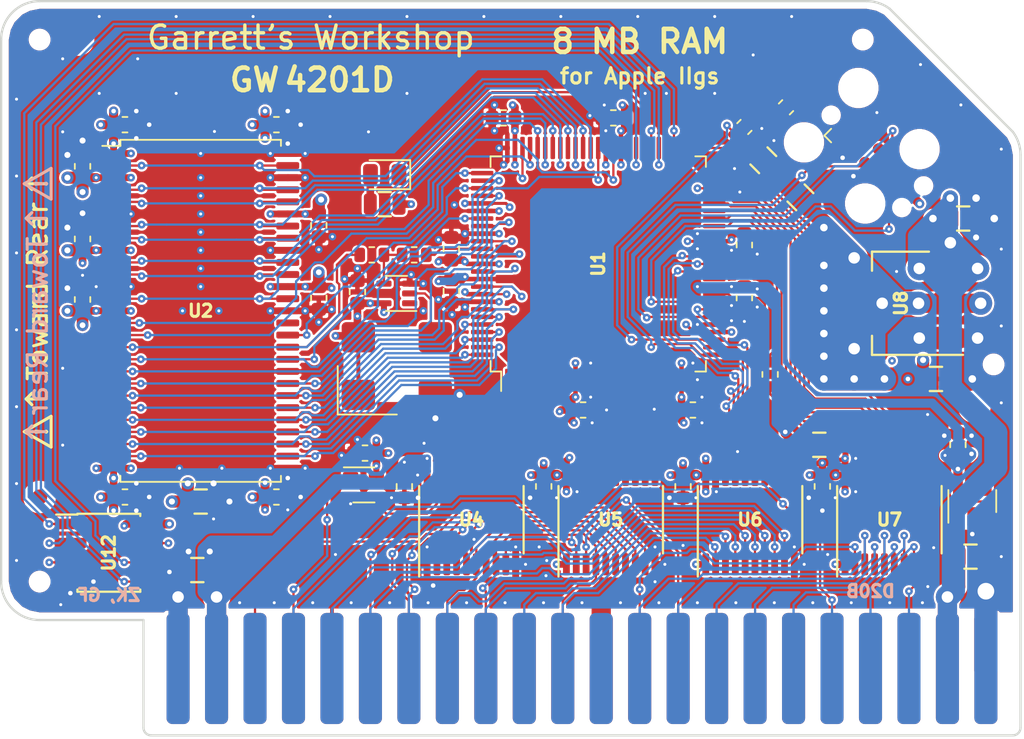
<source format=kicad_pcb>
(kicad_pcb (version 20171130) (host pcbnew "(5.1.10-1-10_14)")
  (title_block (title "GW4201D (RAM2GS II) - LCMXO256 / LCMXO640") (date 2021-05-30) (rev 2.0) (company "Garrett's Workshop"))
  (layers (0 F.Cu signal) (1 In1.Cu power) (2 In2.Cu power) (31 B.Cu signal) (34 B.Paste user) (35 F.Paste user) (36 B.SilkS user) (37 F.SilkS user) (38 B.Mask user) (39 F.Mask user) (44 Edge.Cuts user))
  (net 0 "")
  (net 1 GND)
  (net 2 /FA15)
  (net 3 /FA14)
  (net 4 /FA13)
  (net 5 /FA12)
  (net 6 /FA11)
  (net 7 /FA10)
  (net 8 /~CRAS~)
  (net 9 /ABORT)
  (net 10 /PH2)
  (net 11 /~CSEL~)
  (net 12 /~CROMSEL~)
  (net 13 /CROW1)
  (net 14 /CROW0)
  (net 15 /~CCAS~)
  (net 16 /~FWE~)
  (net 17 /FRA1)
  (net 18 /FRA2)
  (net 19 /FRA0)
  (net 20 /FRA7)
  (net 21 /FRA5)
  (net 22 /FRA4)
  (net 23 /FRA3)
  (net 24 /FRA6)
  (net 25 /FRA8)
  (net 26 /FRA9)
  (net 27 /FD2)
  (net 28 /FD7)
  (net 29 /FD0)
  (net 30 /FD6)
  (net 31 /FD4)
  (net 32 /FD5)
  (net 33 /FD3)
  (net 34 /FD1)
  (net 35 /AClk)
  (net 36 /RClk)
  (net 37 +3V3)
  (net 38 /Dout5)
  (net 39 /Dout6)
  (net 40 /Dout4)
  (net 41 /Dout7)
  (net 42 /Dout2)
  (net 43 /Dout1)
  (net 44 /Dout0)
  (net 45 /Dout3)
  (net 46 /Din3)
  (net 47 /Din0)
  (net 48 /Din1)
  (net 49 /Din2)
  (net 50 /Din7)
  (net 51 /Din4)
  (net 52 /Din6)
  (net 53 /Din5)
  (net 54 /~WE~in)
  (net 55 /Ain0)
  (net 56 /Ain2)
  (net 57 /Ain1)
  (net 58 /PH2in)
  (net 59 /~CCAS~in)
  (net 60 /CROWin0)
  (net 61 /CROWin1)
  (net 62 /~CRAS~in)
  (net 63 /RD0)
  (net 64 /RD2)
  (net 65 /RD1)
  (net 66 /RD3)
  (net 67 /RD7)
  (net 68 /RD5)
  (net 69 /RD6)
  (net 70 /RD4)
  (net 71 /Ain7)
  (net 72 /Ain5)
  (net 73 /Ain4)
  (net 74 /Ain3)
  (net 75 /Ain6)
  (net 76 /Ain8)
  (net 77 /Ain9)
  (net 78 /DQMH)
  (net 79 /CKE)
  (net 80 /RA11)
  (net 81 /RA9)
  (net 82 /RA8)
  (net 83 /RA7)
  (net 84 /RA6)
  (net 85 /RA5)
  (net 86 /RA4)
  (net 87 /RA3)
  (net 88 /RA2)
  (net 89 /RA1)
  (net 90 /RA0)
  (net 91 /RA10)
  (net 92 /BA1)
  (net 93 /BA0)
  (net 94 /R~CS~)
  (net 95 /R~RAS~)
  (net 96 /R~CAS~)
  (net 97 /R~WE~)
  (net 98 /DQML)
  (net 99 "Net-(U10-Pad2)")
  (net 100 /TDI)
  (net 101 "Net-(J2-Pad8)")
  (net 102 /TMS)
  (net 103 /TDO)
  (net 104 /TCK)
  (net 105 +5V)
  (net 106 "Net-(U9-Pad1)")
  (net 107 "Net-(U10-Pad1)")
  (net 108 "Net-(R3-Pad2)")
  (net 109 /MISO)
  (net 110 /MOSI)
  (net 111 /SCK)
  (net 112 /S~CS~)
  (net 113 +1V2)
  (net 114 "Net-(U1-Pad9)")
  (net 115 "Net-(U1-Pad11)")
  (net 116 "Net-(U1-Pad13)")
  (net 117 "Net-(U1-Pad36)")
  (net 118 "Net-(U1-Pad52)")
  (net 119 "Net-(U1-Pad54)")
  (net 120 "Net-(U1-Pad59)")
  (net 121 "Net-(J2-Pad10)")
  (net 122 "Net-(J2-Pad9)")
  (net 123 "Net-(U11-Pad4)")
  (net 124 "Net-(R6-Pad1)")
  (net 125 "Net-(U4-Pad19)")
  (net 126 "Net-(D1-Pad2)")
  (net 127 /LED)
  (net 128 /TCKr)
  (module stdpads:C_0603 (layer F.Cu) (at 95.05 99.5 45)
    (fp_text reference C30)
    (fp_text value 15p)
    (pad 1 smd roundrect (at -0.75 0 45) (size 0.85 0.95) (layers F.Cu F.Paste F.Mask) (net 104 /TCK))
    (pad 2 smd roundrect (at 0.75 0 45) (size 0.85 0.95) (layers F.Cu F.Paste F.Mask) (net 1 GND))
  )
  (module stdpads:R_0603 (layer F.Cu) (at 97.8 98.2 45)
    (fp_text reference R5)
    (fp_text value 47)
    (pad 2 smd roundrect (at 0.8 0 45) (size 0.7 0.95) (layers F.Cu F.Paste F.Mask) (net 128 /TCKr))
    (pad 1 smd roundrect (at -0.8 0 45) (size 0.7 0.95) (layers F.Cu F.Paste F.Mask) (net 104 /TCK))
  )
  (module stdpads:R_0805 (layer F.Cu) (at 71.3 104.6)
    (fp_text reference R8)
    (fp_text value 180)
    (pad 2 smd roundrect (at 0.95 0) (size 0.85 1.4) (layers F.Cu F.Paste F.Mask) (net 37 +3V3))
    (pad 1 smd roundrect (at -0.95 0) (size 0.85 1.4) (layers F.Cu F.Paste F.Mask) (net 126 "Net-(D1-Pad2)"))
  )
  (module stdpads:LED_0805 (layer F.Cu) (at 71.3 102.65 180)
    (fp_text reference D1)
    (fp_text value White)
    (pad 2 smd roundrect (at 0.9375 0 180) (size 0.975 1.4) (layers F.Cu F.Paste F.Mask) (net 126 "Net-(D1-Pad2)"))
    (pad 1 smd roundrect (at -0.9375 0 180) (size 0.975 1.4) (layers F.Cu F.Paste F.Mask) (net 127 /LED))
  )
  (module stdpads:R_0603 (layer F.Cu) (at 70.45 107.95 180)
    (fp_text reference R6)
    (fp_text value 47)
    (pad 1 smd roundrect (at -0.8 0 180) (size 0.7 0.95) (layers F.Cu F.Paste F.Mask) (net 124 "Net-(R6-Pad1)"))
    (pad 2 smd roundrect (at 0.8 0 180) (size 0.7 0.95) (layers F.Cu F.Paste F.Mask) (net 36 /RClk))
  )
  (module stdpads:R_0603 (layer F.Cu) (at 73.25 107.95)
    (fp_text reference R7)
    (fp_text value 47)
    (pad 2 smd roundrect (at 0.8 0) (size 0.7 0.95) (layers F.Cu F.Paste F.Mask) (net 35 /AClk))
    (pad 1 smd roundrect (at -0.8 0) (size 0.7 0.95) (layers F.Cu F.Paste F.Mask) (net 124 "Net-(R6-Pad1)"))
  )
  (module stdpads:SOIC-8_3.9mm (layer F.Cu) (at 53.086 127.635 270)
    (fp_text reference U12)
    (fp_text value 25F010)
    (fp_text user %R (at 0 0 270) (layer F.SilkS) (effects (font (size 0.8128 0.8128) (thickness 0.2032))))
    (pad 8 smd roundrect (at -1.905 -2.527) (size 2.1 0.7) (layers F.Cu F.Paste F.Mask) (net 37 +3V3))
    (pad 7 smd roundrect (at -0.635 -2.527) (size 2.1 0.7) (layers F.Cu F.Paste F.Mask) (net 37 +3V3))
    (pad 6 smd roundrect (at 0.635 -2.527) (size 2.1 0.7) (layers F.Cu F.Paste F.Mask) (net 111 /SCK))
    (pad 5 smd roundrect (at 1.905 -2.527) (size 2.1 0.7) (layers F.Cu F.Paste F.Mask) (net 110 /MOSI))
    (pad 4 smd roundrect (at 1.905 2.527) (size 2.1 0.7) (layers F.Cu F.Paste F.Mask) (net 1 GND))
    (pad 3 smd roundrect (at 0.635 2.527) (size 2.1 0.7) (layers F.Cu F.Paste F.Mask) (net 37 +3V3))
    (pad 2 smd roundrect (at -0.635 2.527) (size 2.1 0.7) (layers F.Cu F.Paste F.Mask) (net 109 /MISO))
    (pad 1 smd roundrect (at -1.905 2.527) (size 2.1 0.7) (layers F.Cu F.Paste F.Mask) (net 112 /S~CS~))
  )
  (module stdpads:TQFP-100_14x14mm_P0.5mm (layer F.Cu) (at 85.4 108.55)
    (fp_text reference U1)
    (fp_text value LCMXO256-TN100)
    (fp_text user %R (at 0 0 90) (layer F.SilkS) (effects (font (size 0.8128 0.8128) (thickness 0.2032))))
    (pad 1 smd roundrect (at -6 7.6625 90) (size 1.475 0.3) (layers F.Cu F.Paste F.Mask) (net 44 /Dout0))
    (pad 2 smd roundrect (at -5.5 7.6625 90) (size 1.475 0.3) (layers F.Cu F.Paste F.Mask) (net 39 /Dout6))
    (pad 3 smd roundrect (at -5 7.6625 90) (size 1.475 0.3) (layers F.Cu F.Paste F.Mask) (net 41 /Dout7))
    (pad 4 smd roundrect (at -4.5 7.6625 90) (size 1.475 0.3) (layers F.Cu F.Paste F.Mask) (net 40 /Dout4))
    (pad 5 smd roundrect (at -4 7.6625 90) (size 1.475 0.3) (layers F.Cu F.Paste F.Mask) (net 38 /Dout5))
    (pad 6 smd roundrect (at -3.5 7.6625 90) (size 1.475 0.3) (layers F.Cu F.Paste F.Mask) (net 45 /Dout3))
    (pad 7 smd roundrect (at -3 7.6625 90) (size 1.475 0.3) (layers F.Cu F.Paste F.Mask) (net 43 /Dout1))
    (pad 8 smd roundrect (at -2.5 7.6625 90) (size 1.475 0.3) (layers F.Cu F.Paste F.Mask) (net 42 /Dout2))
    (pad 9 smd roundrect (at -2 7.6625 90) (size 1.475 0.3) (layers F.Cu F.Paste F.Mask) (net 114 "Net-(U1-Pad9)"))
    (pad 10 smd roundrect (at -1.5 7.6625 90) (size 1.475 0.3) (layers F.Cu F.Paste F.Mask) (net 37 +3V3))
    (pad 11 smd roundrect (at -1 7.6625 90) (size 1.475 0.3) (layers F.Cu F.Paste F.Mask) (net 115 "Net-(U1-Pad11)"))
    (pad 12 smd roundrect (at -0.5 7.6625 90) (size 1.475 0.3) (layers F.Cu F.Paste F.Mask) (net 1 GND))
    (pad 13 smd roundrect (at 0 7.6625 90) (size 1.475 0.3) (layers F.Cu F.Paste F.Mask) (net 116 "Net-(U1-Pad13)"))
    (pad 14 smd roundrect (at 0.5 7.6625 90) (size 1.475 0.3) (layers F.Cu F.Paste F.Mask) (net 49 /Din2))
    (pad 15 smd roundrect (at 1 7.6625 90) (size 1.475 0.3) (layers F.Cu F.Paste F.Mask) (net 48 /Din1))
    (pad 16 smd roundrect (at 1.5 7.6625 90) (size 1.475 0.3) (layers F.Cu F.Paste F.Mask) (net 46 /Din3))
    (pad 17 smd roundrect (at 2 7.6625 90) (size 1.475 0.3) (layers F.Cu F.Paste F.Mask) (net 53 /Din5))
    (pad 18 smd roundrect (at 2.5 7.6625 90) (size 1.475 0.3) (layers F.Cu F.Paste F.Mask) (net 51 /Din4))
    (pad 19 smd roundrect (at 3 7.6625 90) (size 1.475 0.3) (layers F.Cu F.Paste F.Mask) (net 50 /Din7))
    (pad 20 smd roundrect (at 3.5 7.6625 90) (size 1.475 0.3) (layers F.Cu F.Paste F.Mask) (net 52 /Din6))
    (pad 21 smd roundrect (at 4 7.6625 90) (size 1.475 0.3) (layers F.Cu F.Paste F.Mask) (net 47 /Din0))
    (pad 22 smd roundrect (at 4.5 7.6625 90) (size 1.475 0.3) (layers F.Cu F.Paste F.Mask) (net 54 /~WE~in))
    (pad 23 smd roundrect (at 5 7.6625 90) (size 1.475 0.3) (layers F.Cu F.Paste F.Mask) (net 55 /Ain0))
    (pad 24 smd roundrect (at 5.5 7.6625 90) (size 1.475 0.3) (layers F.Cu F.Paste F.Mask) (net 37 +3V3))
    (pad 25 smd roundrect (at 6 7.6625 90) (size 1.475 0.3) (layers F.Cu F.Paste F.Mask) (net 1 GND))
    (pad 26 smd roundrect (at 7.6625 6 90) (size 0.3 1.475) (layers F.Cu F.Paste F.Mask) (net 102 /TMS))
    (pad 27 smd roundrect (at 7.6625 5.5 90) (size 0.3 1.475) (layers F.Cu F.Paste F.Mask) (net 59 /~CCAS~in))
    (pad 28 smd roundrect (at 7.6625 5 90) (size 0.3 1.475) (layers F.Cu F.Paste F.Mask) (net 104 /TCK))
    (pad 29 smd roundrect (at 7.6625 4.5 90) (size 0.3 1.475) (layers F.Cu F.Paste F.Mask) (net 37 +3V3))
    (pad 30 smd roundrect (at 7.6625 4 90) (size 0.3 1.475) (layers F.Cu F.Paste F.Mask) (net 1 GND))
    (pad 31 smd roundrect (at 7.6625 3.5 90) (size 0.3 1.475) (layers F.Cu F.Paste F.Mask) (net 103 /TDO))
    (pad 32 smd roundrect (at 7.6625 3 90) (size 0.3 1.475) (layers F.Cu F.Paste F.Mask) (net 60 /CROWin0))
    (pad 33 smd roundrect (at 7.6625 2.5 90) (size 0.3 1.475) (layers F.Cu F.Paste F.Mask) (net 100 /TDI))
    (pad 34 smd roundrect (at 7.6625 2 90) (size 0.3 1.475) (layers F.Cu F.Paste F.Mask) (net 61 /CROWin1))
    (pad 35 smd roundrect (at 7.6625 1.5 90) (size 0.3 1.475) (layers F.Cu F.Paste F.Mask) (net 113 +1V2))
    (pad 36 smd roundrect (at 7.6625 1 90) (size 0.3 1.475) (layers F.Cu F.Paste F.Mask) (net 117 "Net-(U1-Pad36)"))
    (pad 37 smd roundrect (at 7.6625 0.5 90) (size 0.3 1.475) (layers F.Cu F.Paste F.Mask) (net 56 /Ain2))
    (pad 38 smd roundrect (at 7.6625 0 90) (size 0.3 1.475) (layers F.Cu F.Paste F.Mask) (net 57 /Ain1))
    (pad 39 smd roundrect (at 7.6625 -0.5 90) (size 0.3 1.475) (layers F.Cu F.Paste F.Mask) (net 58 /PH2in))
    (pad 40 smd roundrect (at 7.6625 -1 90) (size 0.3 1.475) (layers F.Cu F.Paste F.Mask) (net 1 GND))
    (pad 41 smd roundrect (at 7.6625 -1.5 90) (size 0.3 1.475) (layers F.Cu F.Paste F.Mask) (net 37 +3V3))
    (pad 42 smd roundrect (at 7.6625 -2 90) (size 0.3 1.475) (layers F.Cu F.Paste F.Mask) (net 1 GND))
    (pad 43 smd roundrect (at 7.6625 -2.5 90) (size 0.3 1.475) (layers F.Cu F.Paste F.Mask) (net 62 /~CRAS~in))
    (pad 44 smd roundrect (at 7.6625 -3 90) (size 0.3 1.475) (layers F.Cu F.Paste F.Mask) (net 71 /Ain7))
    (pad 45 smd roundrect (at 7.6625 -3.5 90) (size 0.3 1.475) (layers F.Cu F.Paste F.Mask) (net 72 /Ain5))
    (pad 46 smd roundrect (at 7.6625 -4 90) (size 0.3 1.475) (layers F.Cu F.Paste F.Mask) (net 73 /Ain4))
    (pad 47 smd roundrect (at 7.6625 -4.5 90) (size 0.3 1.475) (layers F.Cu F.Paste F.Mask) (net 74 /Ain3))
    (pad 48 smd roundrect (at 7.6625 -5 90) (size 0.3 1.475) (layers F.Cu F.Paste F.Mask) (net 37 +3V3))
    (pad 49 smd roundrect (at 7.6625 -5.5 90) (size 0.3 1.475) (layers F.Cu F.Paste F.Mask) (net 75 /Ain6))
    (pad 50 smd roundrect (at 7.6625 -6 90) (size 0.3 1.475) (layers F.Cu F.Paste F.Mask) (net 76 /Ain8))
    (pad 51 smd roundrect (at 6 -7.6625 90) (size 1.475 0.3) (layers F.Cu F.Paste F.Mask) (net 77 /Ain9))
    (pad 52 smd roundrect (at 5.5 -7.6625 90) (size 1.475 0.3) (layers F.Cu F.Paste F.Mask) (net 118 "Net-(U1-Pad52)"))
    (pad 53 smd roundrect (at 5 -7.6625 90) (size 1.475 0.3) (layers F.Cu F.Paste F.Mask) (net 112 /S~CS~))
    (pad 54 smd roundrect (at 4.5 -7.6625 90) (size 1.475 0.3) (layers F.Cu F.Paste F.Mask) (net 119 "Net-(U1-Pad54)"))
    (pad 55 smd roundrect (at 4 -7.6625 90) (size 1.475 0.3) (layers F.Cu F.Paste F.Mask) (net 109 /MISO))
    (pad 56 smd roundrect (at 3.5 -7.6625 90) (size 1.475 0.3) (layers F.Cu F.Paste F.Mask) (net 110 /MOSI))
    (pad 57 smd roundrect (at 3 -7.6625 90) (size 1.475 0.3) (layers F.Cu F.Paste F.Mask) (net 127 /LED))
    (pad 58 smd roundrect (at 2.5 -7.6625 90) (size 1.475 0.3) (layers F.Cu F.Paste F.Mask) (net 111 /SCK))
    (pad 59 smd roundrect (at 2 -7.6625 90) (size 1.475 0.3) (layers F.Cu F.Paste F.Mask) (net 120 "Net-(U1-Pad59)"))
    (pad 60 smd roundrect (at 1.5 -7.6625 90) (size 1.475 0.3) (layers F.Cu F.Paste F.Mask) (net 37 +3V3))
    (pad 61 smd roundrect (at 1 -7.6625 90) (size 1.475 0.3) (layers F.Cu F.Paste F.Mask) (net 98 /DQML))
    (pad 62 smd roundrect (at 0.5 -7.6625 90) (size 1.475 0.3) (layers F.Cu F.Paste F.Mask) (net 1 GND))
    (pad 63 smd roundrect (at 0 -7.6625 90) (size 1.475 0.3) (layers F.Cu F.Paste F.Mask) (net 93 /BA0))
    (pad 64 smd roundrect (at -0.5 -7.6625 90) (size 1.475 0.3) (layers F.Cu F.Paste F.Mask) (net 63 /RD0))
    (pad 65 smd roundrect (at -1 -7.6625 90) (size 1.475 0.3) (layers F.Cu F.Paste F.Mask) (net 65 /RD1))
    (pad 66 smd roundrect (at -1.5 -7.6625 90) (size 1.475 0.3) (layers F.Cu F.Paste F.Mask) (net 64 /RD2))
    (pad 67 smd roundrect (at -2 -7.6625 90) (size 1.475 0.3) (layers F.Cu F.Paste F.Mask) (net 66 /RD3))
    (pad 68 smd roundrect (at -2.5 -7.6625 90) (size 1.475 0.3) (layers F.Cu F.Paste F.Mask) (net 70 /RD4))
    (pad 69 smd roundrect (at -3 -7.6625 90) (size 1.475 0.3) (layers F.Cu F.Paste F.Mask) (net 68 /RD5))
    (pad 70 smd roundrect (at -3.5 -7.6625 90) (size 1.475 0.3) (layers F.Cu F.Paste F.Mask) (net 69 /RD6))
    (pad 71 smd roundrect (at -4 -7.6625 90) (size 1.475 0.3) (layers F.Cu F.Paste F.Mask) (net 67 /RD7))
    (pad 72 smd roundrect (at -4.5 -7.6625 90) (size 1.475 0.3) (layers F.Cu F.Paste F.Mask) (net 97 /R~WE~))
    (pad 73 smd roundrect (at -5 -7.6625 90) (size 1.475 0.3) (layers F.Cu F.Paste F.Mask) (net 95 /R~RAS~))
    (pad 74 smd roundrect (at -5.5 -7.6625 90) (size 1.475 0.3) (layers F.Cu F.Paste F.Mask) (net 37 +3V3))
    (pad 75 smd roundrect (at -6 -7.6625 90) (size 1.475 0.3) (layers F.Cu F.Paste F.Mask) (net 1 GND))
    (pad 76 smd roundrect (at -7.6625 -6 90) (size 0.3 1.475) (layers F.Cu F.Paste F.Mask) (net 78 /DQMH))
    (pad 77 smd roundrect (at -7.6625 -5.5 90) (size 0.3 1.475) (layers F.Cu F.Paste F.Mask) (net 94 /R~CS~))
    (pad 78 smd roundrect (at -7.6625 -5 90) (size 0.3 1.475) (layers F.Cu F.Paste F.Mask) (net 96 /R~CAS~))
    (pad 79 smd roundrect (at -7.6625 -4.5 90) (size 0.3 1.475) (layers F.Cu F.Paste F.Mask) (net 80 /RA11))
    (pad 80 smd roundrect (at -7.6625 -4 90) (size 0.3 1.475) (layers F.Cu F.Paste F.Mask) (net 37 +3V3))
    (pad 81 smd roundrect (at -7.6625 -3.5 90) (size 0.3 1.475) (layers F.Cu F.Paste F.Mask) (net 1 GND))
    (pad 82 smd roundrect (at -7.6625 -3 90) (size 0.3 1.475) (layers F.Cu F.Paste F.Mask) (net 79 /CKE))
    (pad 83 smd roundrect (at -7.6625 -2.5 90) (size 0.3 1.475) (layers F.Cu F.Paste F.Mask) (net 92 /BA1))
    (pad 84 smd roundrect (at -7.6625 -2 90) (size 0.3 1.475) (layers F.Cu F.Paste F.Mask) (net 1 GND))
    (pad 85 smd roundrect (at -7.6625 -1.5 90) (size 0.3 1.475) (layers F.Cu F.Paste F.Mask) (net 81 /RA9))
    (pad 86 smd roundrect (at -7.6625 -1 90) (size 0.3 1.475) (layers F.Cu F.Paste F.Mask) (net 35 /AClk))
    (pad 87 smd roundrect (at -7.6625 -0.5 90) (size 0.3 1.475) (layers F.Cu F.Paste F.Mask) (net 91 /RA10))
    (pad 88 smd roundrect (at -7.6625 0 90) (size 0.3 1.475) (layers F.Cu F.Paste F.Mask) (net 37 +3V3))
    (pad 89 smd roundrect (at -7.6625 0.5 90) (size 0.3 1.475) (layers F.Cu F.Paste F.Mask) (net 89 /RA1))
    (pad 90 smd roundrect (at -7.6625 1 90) (size 0.3 1.475) (layers F.Cu F.Paste F.Mask) (net 113 +1V2))
    (pad 91 smd roundrect (at -7.6625 1.5 90) (size 0.3 1.475) (layers F.Cu F.Paste F.Mask) (net 84 /RA6))
    (pad 92 smd roundrect (at -7.6625 2 90) (size 0.3 1.475) (layers F.Cu F.Paste F.Mask) (net 37 +3V3))
    (pad 93 smd roundrect (at -7.6625 2.5 90) (size 0.3 1.475) (layers F.Cu F.Paste F.Mask) (net 1 GND))
    (pad 94 smd roundrect (at -7.6625 3 90) (size 0.3 1.475) (layers F.Cu F.Paste F.Mask) (net 88 /RA2))
    (pad 95 smd roundrect (at -7.6625 3.5 90) (size 0.3 1.475) (layers F.Cu F.Paste F.Mask) (net 85 /RA5))
    (pad 96 smd roundrect (at -7.6625 4 90) (size 0.3 1.475) (layers F.Cu F.Paste F.Mask) (net 82 /RA8))
    (pad 97 smd roundrect (at -7.6625 4.5 90) (size 0.3 1.475) (layers F.Cu F.Paste F.Mask) (net 87 /RA3))
    (pad 98 smd roundrect (at -7.6625 5 90) (size 0.3 1.475) (layers F.Cu F.Paste F.Mask) (net 90 /RA0))
    (pad 99 smd roundrect (at -7.6625 5.5 90) (size 0.3 1.475) (layers F.Cu F.Paste F.Mask) (net 86 /RA4))
    (pad 100 smd roundrect (at -7.6625 6 90) (size 0.3 1.475) (layers F.Cu F.Paste F.Mask) (net 83 /RA7))
  )
  (module stdpads:SOT-223 (layer F.Cu) (at 105.387 111.15)
    (fp_text reference U8 (at 0 0 270) (layer F.SilkS) (effects (font (size 0.8128 0.8128) (thickness 0.2032))))
    (fp_text value AZ1117CH-3.3TRG1)
    (pad 1 smd roundrect (at 3.15 2.3 180) (size 2 1.5) (layers F.Cu F.Paste F.Mask) (roundrect_rratio 0.2) (net 1 GND))
    (pad 3 smd roundrect (at 3.15 -2.3 180) (size 2 1.5) (layers F.Cu F.Paste F.Mask) (roundrect_rratio 0.2) (net 105 +5V))
    (pad 2 smd roundrect (at 3.15 0 180) (size 2 1.5) (layers F.Cu F.Paste F.Mask) (roundrect_rratio 0.2) (net 37 +3V3))
    (pad 2 smd roundrect (at -3.15 0 180) (size 2 3.8) (layers F.Cu F.Paste F.Mask) (roundrect_rratio 0.15) (net 37 +3V3))
  )
  (module stdpads:PasteHole_1.152mm_NPTH (layer F.Cu) (at 48.514 129.54)
    (fp_text reference H4)
    (fp_text value " " hide)
    (pad "" np_thru_hole circle (at 0 0) (size 1.152 1.152) (drill 1.152) (layers *.Cu *.Mask))
  )
  (module stdpads:Fiducial (layer F.Cu) (at 48.514 123.952)
    (fp_text reference FID4)
    (fp_text value Fiducial hide)
    (pad ~ smd circle (at 0 0) (size 1 1) (layers F.Cu F.Mask) (clearance 0.575))
  )
  (module stdpads:C_0603 (layer F.Cu) (at 75.7 107.55 90)
    (fp_text reference C11)
    (fp_text value 2u2)
    (pad 2 smd roundrect (at 0.75 0 90) (size 0.85 0.95) (layers F.Cu F.Paste F.Mask) (net 1 GND))
    (pad 1 smd roundrect (at -0.75 0 90) (size 0.85 0.95) (layers F.Cu F.Paste F.Mask) (net 37 +3V3))
  )
  (module stdpads:C_0603 (layer F.Cu) (at 75.7 110.35 270)
    (fp_text reference C15)
    (fp_text value 2u2)
    (pad 1 smd roundrect (at -0.75 0 270) (size 0.85 0.95) (layers F.Cu F.Paste F.Mask) (net 113 +1V2))
    (pad 2 smd roundrect (at 0.75 0 270) (size 0.85 0.95) (layers F.Cu F.Paste F.Mask) (net 1 GND))
  )
  (module stdpads:C_0603 (layer F.Cu) (at 84.4 118.2)
    (fp_text reference C9)
    (fp_text value 2u2)
    (pad 2 smd roundrect (at 0.75 0) (size 0.85 0.95) (layers F.Cu F.Paste F.Mask) (net 1 GND))
    (pad 1 smd roundrect (at -0.75 0) (size 0.85 0.95) (layers F.Cu F.Paste F.Mask) (net 37 +3V3))
  )
  (module stdpads:C_0603 (layer F.Cu) (at 91.65 118.2)
    (fp_text reference C29)
    (fp_text value 2u2)
    (pad 1 smd roundrect (at -0.75 0) (size 0.85 0.95) (layers F.Cu F.Paste F.Mask) (net 37 +3V3))
    (pad 2 smd roundrect (at 0.75 0) (size 0.85 0.95) (layers F.Cu F.Paste F.Mask) (net 1 GND))
  )
  (module stdpads:C_0603 (layer F.Cu) (at 95.05 110.8 270)
    (fp_text reference C14)
    (fp_text value 2u2)
    (pad 2 smd roundrect (at 0.75 0 270) (size 0.85 0.95) (layers F.Cu F.Paste F.Mask) (net 1 GND))
    (pad 1 smd roundrect (at -0.75 0 270) (size 0.85 0.95) (layers F.Cu F.Paste F.Mask) (net 113 +1V2))
  )
  (module stdpads:R_0805 (layer F.Cu) (at 96.3 101.7 315)
    (fp_text reference R1)
    (fp_text value 22k)
    (pad 2 smd roundrect (at 0.95 0 315) (size 0.85 1.4) (layers F.Cu F.Paste F.Mask) (net 1 GND))
    (pad 1 smd roundrect (at -0.95 0 315) (size 0.85 1.4) (layers F.Cu F.Paste F.Mask) (net 104 /TCK))
  )
  (module stdpads:TSSOP-20_4.4x6.5mm_P0.65mm (layer F.Cu) (at 77.025 125.45)
    (fp_text reference U4)
    (fp_text value 74AHCT245PW)
    (fp_text user %R (at 0 0) (layer F.SilkS) (effects (font (size 0.8128 0.8128) (thickness 0.2032))))
    (pad 20 smd roundrect (at -2.925 -2.95 90) (size 1.45 0.45) (layers F.Cu F.Paste F.Mask) (net 105 +5V))
    (pad 19 smd roundrect (at -2.275 -2.95 90) (size 1.45 0.45) (layers F.Cu F.Paste F.Mask) (net 125 "Net-(U4-Pad19)"))
    (pad 18 smd roundrect (at -1.625 -2.95 90) (size 1.45 0.45) (layers F.Cu F.Paste F.Mask) (net 44 /Dout0))
    (pad 17 smd roundrect (at -0.975 -2.95 90) (size 1.45 0.45) (layers F.Cu F.Paste F.Mask) (net 39 /Dout6))
    (pad 16 smd roundrect (at -0.325 -2.95 90) (size 1.45 0.45) (layers F.Cu F.Paste F.Mask) (net 41 /Dout7))
    (pad 15 smd roundrect (at 0.325 -2.95 90) (size 1.45 0.45) (layers F.Cu F.Paste F.Mask) (net 40 /Dout4))
    (pad 14 smd roundrect (at 0.975 -2.95 90) (size 1.45 0.45) (layers F.Cu F.Paste F.Mask) (net 38 /Dout5))
    (pad 13 smd roundrect (at 1.625 -2.95 90) (size 1.45 0.45) (layers F.Cu F.Paste F.Mask) (net 45 /Dout3))
    (pad 12 smd roundrect (at 2.275 -2.95 90) (size 1.45 0.45) (layers F.Cu F.Paste F.Mask) (net 43 /Dout1))
    (pad 11 smd roundrect (at 2.925 -2.95 90) (size 1.45 0.45) (layers F.Cu F.Paste F.Mask) (net 42 /Dout2))
    (pad 10 smd roundrect (at 2.925 2.95 90) (size 1.45 0.45) (layers F.Cu F.Paste F.Mask) (net 1 GND))
    (pad 9 smd roundrect (at 2.275 2.95 90) (size 1.45 0.45) (layers F.Cu F.Paste F.Mask) (net 27 /FD2))
    (pad 8 smd roundrect (at 1.625 2.95 90) (size 1.45 0.45) (layers F.Cu F.Paste F.Mask) (net 34 /FD1))
    (pad 7 smd roundrect (at 0.975 2.95 90) (size 1.45 0.45) (layers F.Cu F.Paste F.Mask) (net 33 /FD3))
    (pad 6 smd roundrect (at 0.325 2.95 90) (size 1.45 0.45) (layers F.Cu F.Paste F.Mask) (net 32 /FD5))
    (pad 5 smd roundrect (at -0.325 2.95 90) (size 1.45 0.45) (layers F.Cu F.Paste F.Mask) (net 31 /FD4))
    (pad 4 smd roundrect (at -0.975 2.95 90) (size 1.45 0.45) (layers F.Cu F.Paste F.Mask) (net 28 /FD7))
    (pad 3 smd roundrect (at -1.625 2.95 90) (size 1.45 0.45) (layers F.Cu F.Paste F.Mask) (net 30 /FD6))
    (pad 2 smd roundrect (at -2.275 2.95 90) (size 1.45 0.45) (layers F.Cu F.Paste F.Mask) (net 29 /FD0))
    (pad 1 smd roundrect (at -2.925 2.95 90) (size 1.45 0.45) (layers F.Cu F.Paste F.Mask) (net 1 GND))
  )
  (module stdpads:SOT-353 (layer F.Cu) (at 72.1 110.5)
    (fp_text reference U10)
    (fp_text value 74LVC1G04GW)
    (pad 5 smd roundrect (at -0.85 0.65 180) (size 1 0.4) (layers F.Cu F.Paste F.Mask) (net 37 +3V3))
    (pad 4 smd roundrect (at -0.85 -0.65 180) (size 1 0.4) (layers F.Cu F.Paste F.Mask) (net 124 "Net-(R6-Pad1)"))
    (pad 2 smd roundrect (at 0.85 0 180) (size 1 0.4) (layers F.Cu F.Paste F.Mask) (net 99 "Net-(U10-Pad2)"))
    (pad 1 smd roundrect (at 0.85 0.65 180) (size 1 0.4) (layers F.Cu F.Paste F.Mask) (net 107 "Net-(U10-Pad1)"))
    (pad 3 smd roundrect (at 0.85 -0.65 180) (size 1 0.4) (layers F.Cu F.Paste F.Mask) (net 1 GND))
  )
  (module stdpads:SOT-353 (layer F.Cu) (at 69.9 123.15 180)
    (fp_text reference U9)
    (fp_text value 74LVC1G04GW)
    (pad 5 smd roundrect (at -0.85 0.65) (size 1 0.4) (layers F.Cu F.Paste F.Mask) (net 37 +3V3))
    (pad 4 smd roundrect (at -0.85 -0.65) (size 1 0.4) (layers F.Cu F.Paste F.Mask) (net 125 "Net-(U4-Pad19)"))
    (pad 2 smd roundrect (at 0.85 0) (size 1 0.4) (layers F.Cu F.Paste F.Mask) (net 11 /~CSEL~))
    (pad 1 smd roundrect (at 0.85 0.65) (size 1 0.4) (layers F.Cu F.Paste F.Mask) (net 106 "Net-(U9-Pad1)"))
    (pad 3 smd roundrect (at 0.85 -0.65) (size 1 0.4) (layers F.Cu F.Paste F.Mask) (net 1 GND))
  )
  (module stdpads:TSSOP-20_4.4x6.5mm_P0.65mm (layer F.Cu) (at 95.425 125.45)
    (fp_text reference U6)
    (fp_text value 74LVC245APW)
    (fp_text user %R (at 0 0) (layer F.SilkS) (effects (font (size 0.8128 0.8128) (thickness 0.2032))))
    (pad 20 smd roundrect (at -2.925 -2.95 90) (size 1.45 0.45) (layers F.Cu F.Paste F.Mask) (net 37 +3V3))
    (pad 19 smd roundrect (at -2.275 -2.95 90) (size 1.45 0.45) (layers F.Cu F.Paste F.Mask) (net 1 GND))
    (pad 18 smd roundrect (at -1.625 -2.95 90) (size 1.45 0.45) (layers F.Cu F.Paste F.Mask) (net 54 /~WE~in))
    (pad 17 smd roundrect (at -0.975 -2.95 90) (size 1.45 0.45) (layers F.Cu F.Paste F.Mask) (net 55 /Ain0))
    (pad 16 smd roundrect (at -0.325 -2.95 90) (size 1.45 0.45) (layers F.Cu F.Paste F.Mask) (net 56 /Ain2))
    (pad 15 smd roundrect (at 0.325 -2.95 90) (size 1.45 0.45) (layers F.Cu F.Paste F.Mask) (net 57 /Ain1))
    (pad 14 smd roundrect (at 0.975 -2.95 90) (size 1.45 0.45) (layers F.Cu F.Paste F.Mask) (net 58 /PH2in))
    (pad 13 smd roundrect (at 1.625 -2.95 90) (size 1.45 0.45) (layers F.Cu F.Paste F.Mask) (net 59 /~CCAS~in))
    (pad 12 smd roundrect (at 2.275 -2.95 90) (size 1.45 0.45) (layers F.Cu F.Paste F.Mask) (net 60 /CROWin0))
    (pad 11 smd roundrect (at 2.925 -2.95 90) (size 1.45 0.45) (layers F.Cu F.Paste F.Mask) (net 61 /CROWin1))
    (pad 10 smd roundrect (at 2.925 2.95 90) (size 1.45 0.45) (layers F.Cu F.Paste F.Mask) (net 1 GND))
    (pad 9 smd roundrect (at 2.275 2.95 90) (size 1.45 0.45) (layers F.Cu F.Paste F.Mask) (net 13 /CROW1))
    (pad 8 smd roundrect (at 1.625 2.95 90) (size 1.45 0.45) (layers F.Cu F.Paste F.Mask) (net 14 /CROW0))
    (pad 7 smd roundrect (at 0.975 2.95 90) (size 1.45 0.45) (layers F.Cu F.Paste F.Mask) (net 15 /~CCAS~))
    (pad 6 smd roundrect (at 0.325 2.95 90) (size 1.45 0.45) (layers F.Cu F.Paste F.Mask) (net 10 /PH2))
    (pad 5 smd roundrect (at -0.325 2.95 90) (size 1.45 0.45) (layers F.Cu F.Paste F.Mask) (net 17 /FRA1))
    (pad 4 smd roundrect (at -0.975 2.95 90) (size 1.45 0.45) (layers F.Cu F.Paste F.Mask) (net 18 /FRA2))
    (pad 3 smd roundrect (at -1.625 2.95 90) (size 1.45 0.45) (layers F.Cu F.Paste F.Mask) (net 19 /FRA0))
    (pad 2 smd roundrect (at -2.275 2.95 90) (size 1.45 0.45) (layers F.Cu F.Paste F.Mask) (net 16 /~FWE~))
    (pad 1 smd roundrect (at -2.925 2.95 90) (size 1.45 0.45) (layers F.Cu F.Paste F.Mask) (net 37 +3V3))
  )
  (module stdpads:TSSOP-20_4.4x6.5mm_P0.65mm (layer F.Cu) (at 104.625 125.45)
    (fp_text reference U7)
    (fp_text value 74LVC245APW)
    (fp_text user %R (at 0 0) (layer F.SilkS) (effects (font (size 0.8128 0.8128) (thickness 0.2032))))
    (pad 20 smd roundrect (at -2.925 -2.95 90) (size 1.45 0.45) (layers F.Cu F.Paste F.Mask) (net 37 +3V3))
    (pad 19 smd roundrect (at -2.275 -2.95 90) (size 1.45 0.45) (layers F.Cu F.Paste F.Mask) (net 1 GND))
    (pad 18 smd roundrect (at -1.625 -2.95 90) (size 1.45 0.45) (layers F.Cu F.Paste F.Mask) (net 108 "Net-(R3-Pad2)"))
    (pad 17 smd roundrect (at -0.975 -2.95 90) (size 1.45 0.45) (layers F.Cu F.Paste F.Mask) (net 71 /Ain7))
    (pad 16 smd roundrect (at -0.325 -2.95 90) (size 1.45 0.45) (layers F.Cu F.Paste F.Mask) (net 72 /Ain5))
    (pad 15 smd roundrect (at 0.325 -2.95 90) (size 1.45 0.45) (layers F.Cu F.Paste F.Mask) (net 73 /Ain4))
    (pad 14 smd roundrect (at 0.975 -2.95 90) (size 1.45 0.45) (layers F.Cu F.Paste F.Mask) (net 74 /Ain3))
    (pad 13 smd roundrect (at 1.625 -2.95 90) (size 1.45 0.45) (layers F.Cu F.Paste F.Mask) (net 75 /Ain6))
    (pad 12 smd roundrect (at 2.275 -2.95 90) (size 1.45 0.45) (layers F.Cu F.Paste F.Mask) (net 76 /Ain8))
    (pad 11 smd roundrect (at 2.925 -2.95 90) (size 1.45 0.45) (layers F.Cu F.Paste F.Mask) (net 77 /Ain9))
    (pad 10 smd roundrect (at 2.925 2.95 90) (size 1.45 0.45) (layers F.Cu F.Paste F.Mask) (net 1 GND))
    (pad 9 smd roundrect (at 2.275 2.95 90) (size 1.45 0.45) (layers F.Cu F.Paste F.Mask) (net 26 /FRA9))
    (pad 8 smd roundrect (at 1.625 2.95 90) (size 1.45 0.45) (layers F.Cu F.Paste F.Mask) (net 25 /FRA8))
    (pad 7 smd roundrect (at 0.975 2.95 90) (size 1.45 0.45) (layers F.Cu F.Paste F.Mask) (net 24 /FRA6))
    (pad 6 smd roundrect (at 0.325 2.95 90) (size 1.45 0.45) (layers F.Cu F.Paste F.Mask) (net 23 /FRA3))
    (pad 5 smd roundrect (at -0.325 2.95 90) (size 1.45 0.45) (layers F.Cu F.Paste F.Mask) (net 22 /FRA4))
    (pad 4 smd roundrect (at -0.975 2.95 90) (size 1.45 0.45) (layers F.Cu F.Paste F.Mask) (net 21 /FRA5))
    (pad 3 smd roundrect (at -1.625 2.95 90) (size 1.45 0.45) (layers F.Cu F.Paste F.Mask) (net 20 /FRA7))
    (pad 2 smd roundrect (at -2.275 2.95 90) (size 1.45 0.45) (layers F.Cu F.Paste F.Mask) (net 8 /~CRAS~))
    (pad 1 smd roundrect (at -2.925 2.95 90) (size 1.45 0.45) (layers F.Cu F.Paste F.Mask) (net 37 +3V3))
  )
  (module stdpads:TSSOP-20_4.4x6.5mm_P0.65mm (layer F.Cu) (at 86.225 125.45)
    (fp_text reference U5)
    (fp_text value 74LVC245APW)
    (fp_text user %R (at 0 0) (layer F.SilkS) (effects (font (size 0.8128 0.8128) (thickness 0.2032))))
    (pad 20 smd roundrect (at -2.925 -2.95 90) (size 1.45 0.45) (layers F.Cu F.Paste F.Mask) (net 37 +3V3))
    (pad 19 smd roundrect (at -2.275 -2.95 90) (size 1.45 0.45) (layers F.Cu F.Paste F.Mask) (net 1 GND))
    (pad 18 smd roundrect (at -1.625 -2.95 90) (size 1.45 0.45) (layers F.Cu F.Paste F.Mask) (net 49 /Din2))
    (pad 17 smd roundrect (at -0.975 -2.95 90) (size 1.45 0.45) (layers F.Cu F.Paste F.Mask) (net 48 /Din1))
    (pad 16 smd roundrect (at -0.325 -2.95 90) (size 1.45 0.45) (layers F.Cu F.Paste F.Mask) (net 46 /Din3))
    (pad 15 smd roundrect (at 0.325 -2.95 90) (size 1.45 0.45) (layers F.Cu F.Paste F.Mask) (net 53 /Din5))
    (pad 14 smd roundrect (at 0.975 -2.95 90) (size 1.45 0.45) (layers F.Cu F.Paste F.Mask) (net 51 /Din4))
    (pad 13 smd roundrect (at 1.625 -2.95 90) (size 1.45 0.45) (layers F.Cu F.Paste F.Mask) (net 50 /Din7))
    (pad 12 smd roundrect (at 2.275 -2.95 90) (size 1.45 0.45) (layers F.Cu F.Paste F.Mask) (net 52 /Din6))
    (pad 11 smd roundrect (at 2.925 -2.95 90) (size 1.45 0.45) (layers F.Cu F.Paste F.Mask) (net 47 /Din0))
    (pad 10 smd roundrect (at 2.925 2.95 90) (size 1.45 0.45) (layers F.Cu F.Paste F.Mask) (net 1 GND))
    (pad 9 smd roundrect (at 2.275 2.95 90) (size 1.45 0.45) (layers F.Cu F.Paste F.Mask) (net 29 /FD0))
    (pad 8 smd roundrect (at 1.625 2.95 90) (size 1.45 0.45) (layers F.Cu F.Paste F.Mask) (net 30 /FD6))
    (pad 7 smd roundrect (at 0.975 2.95 90) (size 1.45 0.45) (layers F.Cu F.Paste F.Mask) (net 28 /FD7))
    (pad 6 smd roundrect (at 0.325 2.95 90) (size 1.45 0.45) (layers F.Cu F.Paste F.Mask) (net 31 /FD4))
    (pad 5 smd roundrect (at -0.325 2.95 90) (size 1.45 0.45) (layers F.Cu F.Paste F.Mask) (net 32 /FD5))
    (pad 4 smd roundrect (at -0.975 2.95 90) (size 1.45 0.45) (layers F.Cu F.Paste F.Mask) (net 33 /FD3))
    (pad 3 smd roundrect (at -1.625 2.95 90) (size 1.45 0.45) (layers F.Cu F.Paste F.Mask) (net 34 /FD1))
    (pad 2 smd roundrect (at -2.275 2.95 90) (size 1.45 0.45) (layers F.Cu F.Paste F.Mask) (net 27 /FD2))
    (pad 1 smd roundrect (at -2.925 2.95 90) (size 1.45 0.45) (layers F.Cu F.Paste F.Mask) (net 37 +3V3))
  )
  (module stdpads:C_0603 (layer F.Cu) (at 54.15 99.35)
    (fp_text reference C17)
    (fp_text value 2u2)
    (pad 2 smd roundrect (at 0.75 0) (size 0.85 0.95) (layers F.Cu F.Paste F.Mask) (net 1 GND))
    (pad 1 smd roundrect (at -0.75 0) (size 0.85 0.95) (layers F.Cu F.Paste F.Mask) (net 37 +3V3))
  )
  (module stdpads:C_0805 (layer F.Cu) (at 59.15 124.25)
    (fp_text reference C26)
    (fp_text value 10u)
    (pad 2 smd roundrect (at 0.85 0) (size 1.05 1.4) (layers F.Cu F.Paste F.Mask) (net 1 GND))
    (pad 1 smd roundrect (at -0.85 0) (size 1.05 1.4) (layers F.Cu F.Paste F.Mask) (net 37 +3V3))
  )
  (module stdpads:C_0603 (layer F.Cu) (at 70 121.05 180)
    (fp_text reference C27)
    (fp_text value 2u2)
    (pad 2 smd roundrect (at 0.75 0 180) (size 0.85 0.95) (layers F.Cu F.Paste F.Mask) (net 1 GND))
    (pad 1 smd roundrect (at -0.75 0 180) (size 0.85 0.95) (layers F.Cu F.Paste F.Mask) (net 37 +3V3))
  )
  (module stdpads:C_0603 (layer F.Cu) (at 69.5 110.4 90)
    (fp_text reference C10)
    (fp_text value 2u2)
    (pad 2 smd roundrect (at 0.75 0 90) (size 0.85 0.95) (layers F.Cu F.Paste F.Mask) (net 1 GND))
    (pad 1 smd roundrect (at -0.75 0 90) (size 0.85 0.95) (layers F.Cu F.Paste F.Mask) (net 37 +3V3))
  )
  (module stdpads:AppleIIgsMemoryExpansion_Edge (layer F.Cu) (at 84.328 135.382)
    (fp_text reference J1)
    (fp_text value "IIgs RAM Exp.")
    (pad 1 smd roundrect (at 26.67 -0.1) (size 1.524 7.34) (layers B.Cu B.Mask) (net 1 GND))
    (pad 2 smd roundrect (at 24.13 -0.1) (size 1.524 7.34) (layers B.Cu B.Mask) (net 105 +5V))
    (pad 3 smd roundrect (at 21.59 -0.1) (size 1.524 7.34) (layers B.Cu B.Mask) (net 26 /FRA9))
    (pad 4 smd roundrect (at 19.05 -0.1) (size 1.524 7.34) (layers B.Cu B.Mask) (net 25 /FRA8))
    (pad 5 smd roundrect (at 16.51 -0.1) (size 1.524 7.34) (layers B.Cu B.Mask) (net 27 /FD2))
    (pad 6 smd roundrect (at 13.97 -0.1) (size 1.524 7.34) (layers B.Cu B.Mask) (net 24 /FRA6))
    (pad 7 smd roundrect (at 11.43 -0.1) (size 1.524 7.34) (layers B.Cu B.Mask) (net 23 /FRA3))
    (pad 8 smd roundrect (at 8.89 -0.1) (size 1.524 7.34) (layers B.Cu B.Mask) (net 22 /FRA4))
    (pad 9 smd roundrect (at 6.35 -0.1) (size 1.524 7.34) (layers B.Cu B.Mask) (net 21 /FRA5))
    (pad 10 smd roundrect (at 3.81 -0.1) (size 1.524 7.34) (layers B.Cu B.Mask) (net 20 /FRA7))
    (pad 11 smd roundrect (at 1.27 -0.1) (size 1.524 7.34) (layers B.Cu B.Mask) (net 105 +5V))
    (pad 12 smd roundrect (at -1.27 -0.1) (size 1.524 7.34) (layers B.Cu B.Mask) (net 16 /~FWE~))
    (pad 13 smd roundrect (at -3.81 -0.1) (size 1.524 7.34) (layers B.Cu B.Mask) (net 19 /FRA0))
    (pad 14 smd roundrect (at -6.35 -0.1) (size 1.524 7.34) (layers B.Cu B.Mask) (net 18 /FRA2))
    (pad 15 smd roundrect (at -8.89 -0.1) (size 1.524 7.34) (layers B.Cu B.Mask) (net 17 /FRA1))
    (pad 16 smd roundrect (at -11.43 -0.1) (size 1.524 7.34) (layers B.Cu B.Mask) (net 28 /FD7))
    (pad 17 smd roundrect (at -13.97 -0.1) (size 1.524 7.34) (layers B.Cu B.Mask) (net 15 /~CCAS~))
    (pad 18 smd roundrect (at -16.51 -0.1) (size 1.524 7.34) (layers B.Cu B.Mask) (net 14 /CROW0))
    (pad 19 smd roundrect (at -19.05 -0.1) (size 1.524 7.34) (layers B.Cu B.Mask) (net 13 /CROW1))
    (pad 20 smd roundrect (at -21.59 -0.1) (size 1.524 7.34) (layers B.Cu B.Mask) (net 12 /~CROMSEL~))
    (pad 21 smd roundrect (at -24.13 -0.1) (size 1.524 7.34) (layers B.Cu B.Mask) (net 105 +5V))
    (pad 22 smd roundrect (at -26.67 -0.1) (size 1.524 7.34) (layers B.Cu B.Mask) (net 1 GND))
    (pad 23 smd roundrect (at -26.67 -0.1) (size 1.524 7.34) (layers F.Cu F.Mask) (net 1 GND))
    (pad 24 smd roundrect (at -24.13 -0.1) (size 1.524 7.34) (layers F.Cu F.Mask) (net 105 +5V))
    (pad 25 smd roundrect (at -21.59 -0.1) (size 1.524 7.34) (layers F.Cu F.Mask) (net 29 /FD0))
    (pad 26 smd roundrect (at -19.05 -0.1) (size 1.524 7.34) (layers F.Cu F.Mask) (net 11 /~CSEL~))
    (pad 27 smd roundrect (at -16.51 -0.1) (size 1.524 7.34) (layers F.Cu F.Mask) (net 1 GND))
    (pad 28 smd roundrect (at -13.97 -0.1) (size 1.524 7.34) (layers F.Cu F.Mask) (net 30 /FD6))
    (pad 29 smd roundrect (at -11.43 -0.1) (size 1.524 7.34) (layers F.Cu F.Mask) (net 31 /FD4))
    (pad 30 smd roundrect (at -8.89 -0.1) (size 1.524 7.34) (layers F.Cu F.Mask) (net 32 /FD5))
    (pad 31 smd roundrect (at -6.35 -0.1) (size 1.524 7.34) (layers F.Cu F.Mask) (net 10 /PH2))
    (pad 32 smd roundrect (at -3.81 -0.1) (size 1.524 7.34) (layers F.Cu F.Mask) (net 9 /ABORT))
    (pad 33 smd roundrect (at -1.27 -0.1) (size 1.524 7.34) (layers F.Cu F.Mask) (net 33 /FD3))
    (pad 34 smd roundrect (at 1.27 -0.1) (size 1.524 7.34) (layers F.Cu F.Mask) (net 1 GND))
    (pad 35 smd roundrect (at 3.81 -0.1) (size 1.524 7.34) (layers F.Cu F.Mask) (net 8 /~CRAS~))
    (pad 36 smd roundrect (at 6.35 -0.1) (size 1.524 7.34) (layers F.Cu F.Mask) (net 34 /FD1))
    (pad 37 smd roundrect (at 8.89 -0.1) (size 1.524 7.34) (layers F.Cu F.Mask) (net 7 /FA10))
    (pad 38 smd roundrect (at 11.43 -0.1) (size 1.524 7.34) (layers F.Cu F.Mask) (net 6 /FA11))
    (pad 39 smd roundrect (at 13.97 -0.1) (size 1.524 7.34) (layers F.Cu F.Mask) (net 5 /FA12))
    (pad 40 smd roundrect (at 16.51 -0.1) (size 1.524 7.34) (layers F.Cu F.Mask) (net 4 /FA13))
    (pad 41 smd roundrect (at 19.05 -0.1) (size 1.524 7.34) (layers F.Cu F.Mask) (net 3 /FA14))
    (pad 42 smd roundrect (at 21.59 -0.1) (size 1.524 7.34) (layers F.Cu F.Mask) (net 2 /FA15))
    (pad 43 smd roundrect (at 24.13 -0.1) (size 1.524 7.34) (layers F.Cu F.Mask) (net 105 +5V))
    (pad 44 smd roundrect (at 26.67 -0.1) (size 1.524 7.34) (layers F.Cu F.Mask) (net 1 GND))
  )
  (module Connector:Tag-Connect_TC2050-IDC-FP_2x05_P1.27mm_Vertical (layer F.Cu) (at 103.474 101.415 315)
    (fp_text reference J2)
    (fp_text value JTAG)
    (pad "" np_thru_hole circle (at 1.905 -2.54 315) (size 2.3749 2.3749) (drill 2.3749) (layers *.Cu *.Mask))
    (pad "" np_thru_hole circle (at 1.905 2.54 315) (size 2.3749 2.3749) (drill 2.3749) (layers *.Cu *.Mask))
    (pad "" np_thru_hole circle (at -3.81 2.54 315) (size 2.3749 2.3749) (drill 2.3749) (layers *.Cu *.Mask))
    (pad "" np_thru_hole circle (at -3.81 -2.54 315) (size 2.3749 2.3749) (drill 2.3749) (layers *.Cu *.Mask))
    (pad 10 connect circle (at -2.54 -0.635 315) (size 0.7874 0.7874) (layers F.Cu F.Mask) (net 121 "Net-(J2-Pad10)"))
    (pad 9 connect circle (at -1.27 -0.635 315) (size 0.7874 0.7874) (layers F.Cu F.Mask) (net 122 "Net-(J2-Pad9)"))
    (pad 8 connect circle (at 0 -0.635 315) (size 0.7874 0.7874) (layers F.Cu F.Mask) (net 101 "Net-(J2-Pad8)"))
    (pad 7 connect circle (at 1.27 -0.635 315) (size 0.7874 0.7874) (layers F.Cu F.Mask) (net 103 /TDO))
    (pad 6 connect circle (at 2.54 -0.635 315) (size 0.7874 0.7874) (layers F.Cu F.Mask) (net 37 +3V3))
    (pad 5 connect circle (at 2.54 0.635 315) (size 0.7874 0.7874) (layers F.Cu F.Mask) (net 100 /TDI))
    (pad 4 connect circle (at 1.27 0.635 315) (size 0.7874 0.7874) (layers F.Cu F.Mask) (net 1 GND))
    (pad 3 connect circle (at 0 0.635 315) (size 0.7874 0.7874) (layers F.Cu F.Mask) (net 102 /TMS))
    (pad 2 connect circle (at -1.27 0.635 315) (size 0.7874 0.7874) (layers F.Cu F.Mask) (net 1 GND))
    (pad 1 connect circle (at -2.54 0.635 315) (size 0.7874 0.7874) (layers F.Cu F.Mask) (net 128 /TCKr))
    (pad "" np_thru_hole circle (at -3.81 0 315) (size 0.9906 0.9906) (drill 0.9906) (layers *.Cu *.Mask))
    (pad "" np_thru_hole circle (at 3.81 1.016 315) (size 0.9906 0.9906) (drill 0.9906) (layers *.Cu *.Mask))
    (pad "" np_thru_hole circle (at 3.81 -1.016 315) (size 0.9906 0.9906) (drill 0.9906) (layers *.Cu *.Mask))
  )
  (module stdpads:TSOP-II-54_22.2x10.16mm_P0.8mm (layer F.Cu) (at 59.15 111.65)
    (fp_text reference U2)
    (fp_text value W9812G6KH-6)
    (fp_text user %R (at 0 0) (layer F.SilkS) (effects (font (size 0.8128 0.8128) (thickness 0.2032))))
    (pad 54 smd roundrect (at 5.75 -10.4) (size 1.51 0.458) (layers F.Cu F.Paste F.Mask) (net 1 GND))
    (pad 53 smd roundrect (at 5.75 -9.6) (size 1.51 0.458) (layers F.Cu F.Paste F.Mask) (net 63 /RD0))
    (pad 52 smd roundrect (at 5.75 -8.8) (size 1.51 0.458) (layers F.Cu F.Paste F.Mask) (net 1 GND))
    (pad 51 smd roundrect (at 5.75 -8) (size 1.51 0.458) (layers F.Cu F.Paste F.Mask) (net 65 /RD1))
    (pad 50 smd roundrect (at 5.75 -7.2) (size 1.51 0.458) (layers F.Cu F.Paste F.Mask) (net 64 /RD2))
    (pad 49 smd roundrect (at 5.75 -6.4) (size 1.51 0.458) (layers F.Cu F.Paste F.Mask) (net 37 +3V3))
    (pad 48 smd roundrect (at 5.75 -5.6) (size 1.51 0.458) (layers F.Cu F.Paste F.Mask) (net 66 /RD3))
    (pad 47 smd roundrect (at 5.75 -4.8) (size 1.51 0.458) (layers F.Cu F.Paste F.Mask) (net 70 /RD4))
    (pad 46 smd roundrect (at 5.75 -4) (size 1.51 0.458) (layers F.Cu F.Paste F.Mask) (net 1 GND))
    (pad 45 smd roundrect (at 5.75 -3.2) (size 1.51 0.458) (layers F.Cu F.Paste F.Mask) (net 68 /RD5))
    (pad 44 smd roundrect (at 5.75 -2.4) (size 1.51 0.458) (layers F.Cu F.Paste F.Mask) (net 69 /RD6))
    (pad 43 smd roundrect (at 5.75 -1.6) (size 1.51 0.458) (layers F.Cu F.Paste F.Mask) (net 37 +3V3))
    (pad 42 smd roundrect (at 5.75 -0.8) (size 1.51 0.458) (layers F.Cu F.Paste F.Mask) (net 67 /RD7))
    (pad 41 smd roundrect (at 5.75 0) (size 1.51 0.458) (layers F.Cu F.Paste F.Mask) (net 1 GND))
    (pad 40 smd roundrect (at 5.75 0.8) (size 1.51 0.458) (layers F.Cu F.Paste F.Mask))
    (pad 39 smd roundrect (at 5.75 1.6) (size 1.51 0.458) (layers F.Cu F.Paste F.Mask) (net 78 /DQMH))
    (pad 38 smd roundrect (at 5.75 2.4) (size 1.51 0.458) (layers F.Cu F.Paste F.Mask) (net 36 /RClk))
    (pad 37 smd roundrect (at 5.75 3.2) (size 1.51 0.458) (layers F.Cu F.Paste F.Mask) (net 79 /CKE))
    (pad 36 smd roundrect (at 5.75 4) (size 1.51 0.458) (layers F.Cu F.Paste F.Mask) (net 1 GND))
    (pad 35 smd roundrect (at 5.75 4.8) (size 1.51 0.458) (layers F.Cu F.Paste F.Mask) (net 80 /RA11))
    (pad 34 smd roundrect (at 5.75 5.6) (size 1.51 0.458) (layers F.Cu F.Paste F.Mask) (net 81 /RA9))
    (pad 33 smd roundrect (at 5.75 6.4) (size 1.51 0.458) (layers F.Cu F.Paste F.Mask) (net 82 /RA8))
    (pad 32 smd roundrect (at 5.75 7.2) (size 1.51 0.458) (layers F.Cu F.Paste F.Mask) (net 83 /RA7))
    (pad 31 smd roundrect (at 5.75 8) (size 1.51 0.458) (layers F.Cu F.Paste F.Mask) (net 84 /RA6))
    (pad 30 smd roundrect (at 5.75 8.8) (size 1.51 0.458) (layers F.Cu F.Paste F.Mask) (net 85 /RA5))
    (pad 29 smd roundrect (at 5.75 9.6) (size 1.51 0.458) (layers F.Cu F.Paste F.Mask) (net 86 /RA4))
    (pad 28 smd roundrect (at 5.75 10.4) (size 1.51 0.458) (layers F.Cu F.Paste F.Mask) (net 1 GND))
    (pad 27 smd roundrect (at -5.75 10.4) (size 1.51 0.458) (layers F.Cu F.Paste F.Mask) (net 37 +3V3))
    (pad 26 smd roundrect (at -5.75 9.6) (size 1.51 0.458) (layers F.Cu F.Paste F.Mask) (net 87 /RA3))
    (pad 25 smd roundrect (at -5.75 8.8) (size 1.51 0.458) (layers F.Cu F.Paste F.Mask) (net 88 /RA2))
    (pad 24 smd roundrect (at -5.75 8) (size 1.51 0.458) (layers F.Cu F.Paste F.Mask) (net 89 /RA1))
    (pad 23 smd roundrect (at -5.75 7.2) (size 1.51 0.458) (layers F.Cu F.Paste F.Mask) (net 90 /RA0))
    (pad 22 smd roundrect (at -5.75 6.4) (size 1.51 0.458) (layers F.Cu F.Paste F.Mask) (net 91 /RA10))
    (pad 21 smd roundrect (at -5.75 5.6) (size 1.51 0.458) (layers F.Cu F.Paste F.Mask) (net 92 /BA1))
    (pad 20 smd roundrect (at -5.75 4.8) (size 1.51 0.458) (layers F.Cu F.Paste F.Mask) (net 93 /BA0))
    (pad 19 smd roundrect (at -5.75 4) (size 1.51 0.458) (layers F.Cu F.Paste F.Mask) (net 94 /R~CS~))
    (pad 18 smd roundrect (at -5.75 3.2) (size 1.51 0.458) (layers F.Cu F.Paste F.Mask) (net 95 /R~RAS~))
    (pad 17 smd roundrect (at -5.75 2.4) (size 1.51 0.458) (layers F.Cu F.Paste F.Mask) (net 96 /R~CAS~))
    (pad 16 smd roundrect (at -5.75 1.6) (size 1.51 0.458) (layers F.Cu F.Paste F.Mask) (net 97 /R~WE~))
    (pad 15 smd roundrect (at -5.75 0.8) (size 1.51 0.458) (layers F.Cu F.Paste F.Mask) (net 98 /DQML))
    (pad 14 smd roundrect (at -5.75 0) (size 1.51 0.458) (layers F.Cu F.Paste F.Mask) (net 37 +3V3))
    (pad 13 smd roundrect (at -5.75 -0.8) (size 1.51 0.458) (layers F.Cu F.Paste F.Mask) (net 67 /RD7))
    (pad 12 smd roundrect (at -5.75 -1.6) (size 1.51 0.458) (layers F.Cu F.Paste F.Mask) (net 1 GND))
    (pad 11 smd roundrect (at -5.75 -2.4) (size 1.51 0.458) (layers F.Cu F.Paste F.Mask) (net 69 /RD6))
    (pad 10 smd roundrect (at -5.75 -3.2) (size 1.51 0.458) (layers F.Cu F.Paste F.Mask) (net 68 /RD5))
    (pad 9 smd roundrect (at -5.75 -4) (size 1.51 0.458) (layers F.Cu F.Paste F.Mask) (net 37 +3V3))
    (pad 8 smd roundrect (at -5.75 -4.8) (size 1.51 0.458) (layers F.Cu F.Paste F.Mask) (net 70 /RD4))
    (pad 7 smd roundrect (at -5.75 -5.6) (size 1.51 0.458) (layers F.Cu F.Paste F.Mask) (net 66 /RD3))
    (pad 6 smd roundrect (at -5.75 -6.4) (size 1.51 0.458) (layers F.Cu F.Paste F.Mask) (net 1 GND))
    (pad 5 smd roundrect (at -5.75 -7.2) (size 1.51 0.458) (layers F.Cu F.Paste F.Mask) (net 64 /RD2))
    (pad 4 smd roundrect (at -5.75 -8) (size 1.51 0.458) (layers F.Cu F.Paste F.Mask) (net 65 /RD1))
    (pad 3 smd roundrect (at -5.75 -8.8) (size 1.51 0.458) (layers F.Cu F.Paste F.Mask) (net 37 +3V3))
    (pad 2 smd roundrect (at -5.75 -9.6) (size 1.51 0.458) (layers F.Cu F.Paste F.Mask) (net 63 /RD0))
    (pad 1 smd roundrect (at -5.75 -10.4) (size 1.51 0.458) (layers F.Cu F.Paste F.Mask) (net 37 +3V3))
  )
  (module stdpads:C_0805 (layer F.Cu) (at 107.7 116.15)
    (fp_text reference C4)
    (fp_text value 10u)
    (pad 2 smd roundrect (at 0.85 0) (size 1.05 1.4) (layers F.Cu F.Paste F.Mask) (net 1 GND))
    (pad 1 smd roundrect (at -0.85 0) (size 1.05 1.4) (layers F.Cu F.Paste F.Mask) (net 37 +3V3))
  )
  (module stdpads:C_0805 (layer F.Cu) (at 109.5 105.55)
    (fp_text reference C3)
    (fp_text value 10u)
    (pad 2 smd roundrect (at 0.85 0) (size 1.05 1.4) (layers F.Cu F.Paste F.Mask) (net 1 GND))
    (pad 1 smd roundrect (at -0.85 0) (size 1.05 1.4) (layers F.Cu F.Paste F.Mask) (net 105 +5V))
  )
  (module stdpads:C_0805 (layer F.Cu) (at 109.982 127.889)
    (fp_text reference C2)
    (fp_text value 10u)
    (pad 2 smd roundrect (at 0.85 0) (size 1.05 1.4) (layers F.Cu F.Paste F.Mask) (net 1 GND))
    (pad 1 smd roundrect (at -0.85 0) (size 1.05 1.4) (layers F.Cu F.Paste F.Mask) (net 105 +5V))
  )
  (module stdpads:C_0805 (layer F.Cu) (at 58.928 128.778 180)
    (fp_text reference C1)
    (fp_text value 10u)
    (pad 2 smd roundrect (at 0.85 0 180) (size 1.05 1.4) (layers F.Cu F.Paste F.Mask) (net 1 GND))
    (pad 1 smd roundrect (at -0.85 0 180) (size 1.05 1.4) (layers F.Cu F.Paste F.Mask) (net 105 +5V))
  )
  (module stdpads:C_0603 (layer F.Cu) (at 72.6 123.25 270)
    (fp_text reference C5)
    (fp_text value 2u2)
    (pad 2 smd roundrect (at 0.75 0 270) (size 0.85 0.95) (layers F.Cu F.Paste F.Mask) (net 1 GND))
    (pad 1 smd roundrect (at -0.75 0 270) (size 0.85 0.95) (layers F.Cu F.Paste F.Mask) (net 105 +5V))
  )
  (module stdpads:C_0603 (layer F.Cu) (at 64.15 123.95)
    (fp_text reference C22)
    (fp_text value 2u2)
    (pad 2 smd roundrect (at 0.75 0) (size 0.85 0.95) (layers F.Cu F.Paste F.Mask) (net 1 GND))
    (pad 1 smd roundrect (at -0.75 0) (size 0.85 0.95) (layers F.Cu F.Paste F.Mask) (net 37 +3V3))
  )
  (module stdpads:C_0603 (layer F.Cu) (at 51.35 102.1 90)
    (fp_text reference C18)
    (fp_text value 2u2)
    (pad 2 smd roundrect (at 0.75 0 90) (size 0.85 0.95) (layers F.Cu F.Paste F.Mask) (net 1 GND))
    (pad 1 smd roundrect (at -0.75 0 90) (size 0.85 0.95) (layers F.Cu F.Paste F.Mask) (net 37 +3V3))
  )
  (module stdpads:C_0603 (layer F.Cu) (at 64.15 99.35)
    (fp_text reference C25)
    (fp_text value 2u2)
    (pad 2 smd roundrect (at 0.75 0) (size 0.85 0.95) (layers F.Cu F.Paste F.Mask) (net 1 GND))
    (pad 1 smd roundrect (at -0.75 0) (size 0.85 0.95) (layers F.Cu F.Paste F.Mask) (net 37 +3V3))
  )
  (module stdpads:C_0603 (layer F.Cu) (at 54.15 123.95)
    (fp_text reference C21)
    (fp_text value 2u2)
    (pad 2 smd roundrect (at 0.75 0) (size 0.85 0.95) (layers F.Cu F.Paste F.Mask) (net 1 GND))
    (pad 1 smd roundrect (at -0.75 0) (size 0.85 0.95) (layers F.Cu F.Paste F.Mask) (net 37 +3V3))
  )
  (module stdpads:C_0603 (layer F.Cu) (at 66.95 110.8 270)
    (fp_text reference C23)
    (fp_text value 2u2)
    (pad 2 smd roundrect (at 0.75 0 270) (size 0.85 0.95) (layers F.Cu F.Paste F.Mask) (net 1 GND))
    (pad 1 smd roundrect (at -0.75 0 270) (size 0.85 0.95) (layers F.Cu F.Paste F.Mask) (net 37 +3V3))
  )
  (module stdpads:C_0603 (layer F.Cu) (at 51.35 106.9 90)
    (fp_text reference C19)
    (fp_text value 2u2)
    (pad 2 smd roundrect (at 0.75 0 90) (size 0.85 0.95) (layers F.Cu F.Paste F.Mask) (net 1 GND))
    (pad 1 smd roundrect (at -0.75 0 90) (size 0.85 0.95) (layers F.Cu F.Paste F.Mask) (net 37 +3V3))
  )
  (module stdpads:C_0603 (layer F.Cu) (at 51.35 110.9 90)
    (fp_text reference C20)
    (fp_text value 2u2)
    (pad 2 smd roundrect (at 0.75 0 90) (size 0.85 0.95) (layers F.Cu F.Paste F.Mask) (net 1 GND))
    (pad 1 smd roundrect (at -0.75 0 90) (size 0.85 0.95) (layers F.Cu F.Paste F.Mask) (net 37 +3V3))
  )
  (module stdpads:C_0603 (layer F.Cu) (at 66.95 106 270)
    (fp_text reference C24)
    (fp_text value 2u2)
    (pad 2 smd roundrect (at 0.75 0 270) (size 0.85 0.95) (layers F.Cu F.Paste F.Mask) (net 1 GND))
    (pad 1 smd roundrect (at -0.75 0 270) (size 0.85 0.95) (layers F.Cu F.Paste F.Mask) (net 37 +3V3))
  )
  (module stdpads:C_0603 (layer F.Cu) (at 100.2 123.25 270)
    (fp_text reference C8)
    (fp_text value 2u2)
    (pad 2 smd roundrect (at 0.75 0 270) (size 0.85 0.95) (layers F.Cu F.Paste F.Mask) (net 1 GND))
    (pad 1 smd roundrect (at -0.75 0 270) (size 0.85 0.95) (layers F.Cu F.Paste F.Mask) (net 37 +3V3))
  )
  (module stdpads:C_0603 (layer F.Cu) (at 81.8 123.25 270)
    (fp_text reference C6)
    (fp_text value 2u2)
    (pad 2 smd roundrect (at 0.75 0 270) (size 0.85 0.95) (layers F.Cu F.Paste F.Mask) (net 1 GND))
    (pad 1 smd roundrect (at -0.75 0 270) (size 0.85 0.95) (layers F.Cu F.Paste F.Mask) (net 37 +3V3))
  )
  (module stdpads:C_0603 (layer F.Cu) (at 91 123.25 270)
    (fp_text reference C7)
    (fp_text value 2u2)
    (pad 2 smd roundrect (at 0.75 0 270) (size 0.85 0.95) (layers F.Cu F.Paste F.Mask) (net 1 GND))
    (pad 1 smd roundrect (at -0.75 0 270) (size 0.85 0.95) (layers F.Cu F.Paste F.Mask) (net 37 +3V3))
  )
  (module stdpads:Fiducial (layer F.Cu) (at 51.054 93.726)
    (fp_text reference FID1)
    (fp_text value Fiducial hide)
    (pad ~ smd circle (at 0 0) (size 1 1) (layers F.Cu F.Mask) (clearance 0.575))
  )
  (module stdpads:Fiducial (layer F.Cu) (at 110.236 117.983)
    (fp_text reference FID3)
    (fp_text value Fiducial hide)
    (pad ~ smd circle (at 0 0) (size 1 1) (layers F.Cu F.Mask) (clearance 0.575))
  )
  (module stdpads:Fiducial (layer F.Cu) (at 100.33 93.726)
    (fp_text reference FID2)
    (fp_text value Fiducial hide)
    (pad ~ smd circle (at 0 0) (size 1 1) (layers F.Cu F.Mask) (clearance 0.575))
  )
  (module stdpads:PasteHole_1.1mm_PTH (layer F.Cu) (at 110.998 130.175)
    (fp_text reference H3)
    (fp_text value " " hide)
    (pad 1 thru_hole circle (at 0 0) (size 2 2) (drill 1.1) (layers *.Cu *.Mask) (net 1 GND))
  )
  (module stdpads:R_0805 (layer F.Cu) (at 98.75 104.15 135)
    (fp_text reference R2)
    (fp_text value 22k)
    (pad 2 smd roundrect (at 0.95 0 135) (size 0.85 1.4) (layers F.Cu F.Paste F.Mask) (net 102 /TMS))
    (pad 1 smd roundrect (at -0.95 0 135) (size 0.85 1.4) (layers F.Cu F.Paste F.Mask) (net 37 +3V3))
  )
  (module stdpads:PasteHole_1.152mm_NPTH (layer F.Cu) (at 48.514 93.726)
    (fp_text reference H1)
    (fp_text value " " hide)
    (pad "" np_thru_hole circle (at 0 0) (size 1.152 1.152) (drill 1.152) (layers *.Cu *.Mask))
  )
  (module stdpads:PasteHole_1.152mm_NPTH (layer F.Cu) (at 102.87 93.726)
    (fp_text reference H2)
    (fp_text value " " hide)
    (pad "" np_thru_hole circle (at 0 0) (size 1.152 1.152) (drill 1.152) (layers *.Cu *.Mask))
  )
  (module stdpads:PasteHole_1.152mm_NPTH (layer F.Cu) (at 111.506 115.189)
    (fp_text reference H5)
    (fp_text value " " hide)
    (pad "" np_thru_hole circle (at 0 0) (size 1.152 1.152) (drill 1.152) (layers *.Cu *.Mask))
  )
  (module stdpads:Crystal_SMD_7050-4Pin_7.0x5.0mm_SiTime (layer F.Cu) (at 72.1 115.3)
    (fp_text reference U3)
    (fp_text value 60M)
    (pad 4 smd roundrect (at -2.54 -1.905) (size 2.2 2) (layers F.Cu F.Paste F.Mask) (roundrect_rratio 0.15) (net 37 +3V3))
    (pad 3 smd roundrect (at 2.54 -1.905) (size 2.2 2) (layers F.Cu F.Paste F.Mask) (roundrect_rratio 0.15) (net 99 "Net-(U10-Pad2)"))
    (pad 2 smd roundrect (at 2.54 1.905) (size 2.2 2) (layers F.Cu F.Paste F.Mask) (roundrect_rratio 0.15) (net 1 GND))
    (pad 1 smd roundrect (at -2.54 1.905) (size 2.2 2) (layers F.Cu F.Paste F.Mask) (roundrect_rratio 0.15) (net 37 +3V3))
  )
  (module stdpads:C_0603 (layer F.Cu) (at 79.15 98.9 180)
    (fp_text reference C12)
    (fp_text value 2u2)
    (pad 2 smd roundrect (at 0.75 0 180) (size 0.85 0.95) (layers F.Cu F.Paste F.Mask) (net 1 GND))
    (pad 1 smd roundrect (at -0.75 0 180) (size 0.85 0.95) (layers F.Cu F.Paste F.Mask) (net 37 +3V3))
  )
  (module stdpads:C_0603 (layer F.Cu) (at 86.4 98.9 180)
    (fp_text reference C13)
    (fp_text value 2u2)
    (pad 2 smd roundrect (at 0.75 0 180) (size 0.85 0.95) (layers F.Cu F.Paste F.Mask) (net 1 GND))
    (pad 1 smd roundrect (at -0.75 0 180) (size 0.85 0.95) (layers F.Cu F.Paste F.Mask) (net 37 +3V3))
  )
  (module stdpads:C_0603 (layer F.Cu) (at 95.05 107.3 270)
    (fp_text reference C16)
    (fp_text value 2u2)
    (pad 1 smd roundrect (at -0.75 0 270) (size 0.85 0.95) (layers F.Cu F.Paste F.Mask) (net 37 +3V3))
    (pad 2 smd roundrect (at 0.75 0 270) (size 0.85 0.95) (layers F.Cu F.Paste F.Mask) (net 1 GND))
  )
  (module stdpads:C_0603 (layer F.Cu) (at 109.15 120.5 90)
    (fp_text reference C28)
    (fp_text value 2u2)
    (pad 1 smd roundrect (at -0.75 0 90) (size 0.85 0.95) (layers F.Cu F.Paste F.Mask) (net 113 +1V2))
    (pad 2 smd roundrect (at 0.75 0 90) (size 0.85 0.95) (layers F.Cu F.Paste F.Mask) (net 1 GND))
  )
  (module stdpads:R_0805 (layer F.Cu) (at 100 120.5 180)
    (fp_text reference R4)
    (fp_text value 0)
    (pad 1 smd roundrect (at -0.95 0 180) (size 0.85 1.4) (layers F.Cu F.Paste F.Mask) (net 37 +3V3))
    (pad 2 smd roundrect (at 0.95 0 180) (size 0.85 1.4) (layers F.Cu F.Paste F.Mask) (net 113 +1V2))
  )
  (module stdpads:SOT-23-5 (layer F.Cu) (at 110.1 124.25 270)
    (fp_text reference U11)
    (fp_text value AP2127K-1.2TRG1)
    (pad 4 smd roundrect (at -1.05 -0.95 90) (size 1.35 0.65) (layers F.Cu F.Paste F.Mask) (net 123 "Net-(U11-Pad4)"))
    (pad 5 smd roundrect (at -1.05 0.95 90) (size 1.35 0.65) (layers F.Cu F.Paste F.Mask) (net 113 +1V2))
    (pad 2 smd roundrect (at 1.05 0 90) (size 1.35 0.65) (layers F.Cu F.Paste F.Mask) (net 1 GND))
    (pad 3 smd roundrect (at 1.05 -0.95 90) (size 1.35 0.65) (layers F.Cu F.Paste F.Mask) (net 105 +5V))
    (pad 1 smd roundrect (at 1.05 0.95 90) (size 1.35 0.65) (layers F.Cu F.Paste F.Mask) (net 105 +5V))
  )
  (module stdpads:R_0603 (layer F.Cu) (at 96.75 115.85 270)
    (fp_text reference R3)
    (fp_text value 47)
    (pad 2 smd roundrect (at 0.8 0 270) (size 0.7 0.95) (layers F.Cu F.Paste F.Mask) (net 108 "Net-(R3-Pad2)"))
    (pad 1 smd roundrect (at -0.8 0 270) (size 0.7 0.95) (layers F.Cu F.Paste F.Mask) (net 62 /~CRAS~in))
  )
  (gr_text D20B (at 103.378 130.175) (layer B.SilkS) (effects (font (size 0.8128 0.8128) (thickness 0.2032)) (justify mirror)))
  (gr_text "ZK, GF" (at 53.086 130.429) (layer B.SilkS) (effects (font (size 0.8128 0.8128) (thickness 0.2032)) (justify mirror)))
  (gr_line (start 48.895 103.251) (end 47.625 103.251) (layer F.SilkS) (width 0.2))
  (gr_line (start 47.625 119.634) (end 48.006 119.253) (layer B.SilkS) (width 0.2))
  (gr_line (start 47.498 103.251) (end 49.276 102.235) (layer B.SilkS) (width 0.2))
  (gr_line (start 49.276 102.235) (end 49.276 104.267) (layer B.SilkS) (width 0.2))
  (gr_line (start 47.625 103.251) (end 48.006 103.632) (layer F.SilkS) (width 0.2))
  (gr_line (start 48.895 117.475) (end 47.625 117.475) (layer F.SilkS) (width 0.2))
  (gr_line (start 47.625 103.251) (end 48.006 102.87) (layer F.SilkS) (width 0.2))
  (gr_line (start 49.276 120.65) (end 49.276 118.618) (layer F.SilkS) (width 0.2))
  (gr_line (start 49.276 118.618) (end 47.498 119.634) (layer F.SilkS) (width 0.2))
  (gr_line (start 47.498 119.634) (end 49.276 120.65) (layer F.SilkS) (width 0.2))
  (gr_line (start 47.625 105.537) (end 48.006 105.156) (layer B.SilkS) (width 0.2))
  (gr_line (start 48.895 105.537) (end 47.625 105.537) (layer B.SilkS) (width 0.2))
  (gr_line (start 47.625 119.634) (end 48.006 120.015) (layer B.SilkS) (width 0.2))
  (gr_line (start 48.895 119.634) (end 47.625 119.634) (layer B.SilkS) (width 0.2))
  (gr_line (start 47.625 117.475) (end 48.006 117.856) (layer F.SilkS) (width 0.2))
  (gr_line (start 47.625 105.537) (end 48.006 105.918) (layer B.SilkS) (width 0.2))
  (gr_line (start 49.276 104.267) (end 47.498 103.251) (layer B.SilkS) (width 0.2))
  (gr_line (start 47.625 117.475) (end 48.006 117.094) (layer F.SilkS) (width 0.2))
  (gr_text "Toward Rear" (at 48.387 110.363 90) (layer F.SilkS) (effects (font (size 1.27 1.27) (thickness 0.2))))
  (gr_text "Toward Rear" (at 48.387 112.649 90) (layer B.SilkS) (effects (font (size 1.27 1.27) (thickness 0.2)) (justify mirror)))
  (gr_text ! (at 48.641 119.634 90) (layer F.SilkS) (effects (font (size 0.762 0.762) (thickness 0.1905))))
  (gr_text ! (at 48.641 103.251 90) (layer B.SilkS) (effects (font (size 0.762 0.762) (thickness 0.1905)) (justify mirror)))
  (gr_text 4201D (at 64.516 96.393) (layer F.SilkS) (effects (font (size 1.5 1.5) (thickness 0.3)) (justify left)))
  (gr_text "for Apple IIgs" (at 88.138 96.139) (layer F.SilkS) (effects (font (size 1.016 1.016) (thickness 0.2032))))
  (gr_text GW (at 64.516 96.393) (layer F.SilkS) (effects (font (size 1.5 1.5) (thickness 0.3)) (justify right)))
  (gr_text "Garrett’s Workshop" (at 66.421 93.599) (layer F.SilkS) (effects (font (size 1.524 1.524) (thickness 0.225))))
  (gr_arc (start 112.776 139.192) (end 112.776 139.7) (angle -90) (layer Edge.Cuts) (width 0.15))
  (gr_arc (start 55.88 139.192) (end 55.372 139.192) (angle -90) (layer Edge.Cuts) (width 0.15))
  (gr_line (start 103.124 91.186) (end 48.514 91.186) (angle 90) (layer Edge.Cuts) (width 0.15))
  (gr_arc (start 48.514 93.726) (end 48.514 91.186) (angle -90) (layer Edge.Cuts) (width 0.15))
  (gr_arc (start 103.124 93.726) (end 103.124 91.186) (angle 36.86991118) (layer Edge.Cuts) (width 0.15))
  (gr_line (start 112.776 99.822) (end 104.648 91.694) (layer Edge.Cuts) (width 0.15))
  (gr_arc (start 110.744 101.346) (end 113.284 101.346) (angle -36.86989765) (layer Edge.Cuts) (width 0.15))
  (gr_text "8 MB RAM" (at 88.138 93.853) (layer F.SilkS) (effects (font (size 1.524 1.524) (thickness 0.3))))
  (gr_line (start 113.284 139.192) (end 113.284 101.346) (angle 90) (layer Edge.Cuts) (width 0.15))
  (gr_arc (start 48.514 129.54) (end 45.974 129.54) (angle -90) (layer Edge.Cuts) (width 0.15))
  (gr_line (start 48.514 132.08) (end 55.372 132.08) (layer Edge.Cuts) (width 0.15))
  (gr_line (start 45.974 129.54) (end 45.974 93.726) (layer Edge.Cuts) (width 0.15))
  (gr_line (start 55.372 139.192) (end 55.372 132.08) (layer Edge.Cuts) (width 0.15))
  (gr_line (start 112.776 139.7) (end 55.88 139.7) (layer Edge.Cuts) (width 0.15))
  (via (at 82.65 124) (size 0.5) (drill 0.2) (layers F.Cu B.Cu) (net 1))
  (segment (start 81.8 124) (end 82.65 124) (width 0.5) (layer F.Cu) (net 1))
  (segment (start 102.35 123.55) (end 102.4 123.6) (width 0.45) (layer F.Cu) (net 1))
  (segment (start 102.35 122.5) (end 102.35 123.55) (width 0.45) (layer F.Cu) (net 1))
  (via (at 102.4 123.6) (size 0.5) (drill 0.2) (layers F.Cu B.Cu) (net 1))
  (segment (start 91 124) (end 90.1 124) (width 0.6) (layer F.Cu) (net 1))
  (via (at 99.3 124) (size 0.6) (drill 0.3) (layers F.Cu B.Cu) (net 1))
  (segment (start 100.2 124) (end 99.3 124) (width 0.6) (layer F.Cu) (net 1))
  (via (at 90.1 124) (size 0.6) (drill 0.3) (layers F.Cu B.Cu) (net 1))
  (via (at 84 123.6) (size 0.5) (drill 0.2) (layers F.Cu B.Cu) (net 1))
  (segment (start 83.95 122.5) (end 83.95 123.55) (width 0.45) (layer F.Cu) (net 1))
  (segment (start 93.15 122.5) (end 93.15 123.55) (width 0.45) (layer F.Cu) (net 1))
  (segment (start 83.95 123.55) (end 84 123.6) (width 0.45) (layer F.Cu) (net 1))
  (segment (start 93.15 123.55) (end 93.2 123.6) (width 0.45) (layer F.Cu) (net 1))
  (via (at 93.2 123.6) (size 0.5) (drill 0.2) (layers F.Cu B.Cu) (net 1))
  (segment (start 100.2 124) (end 101.05 124) (width 0.5) (layer F.Cu) (net 1))
  (via (at 101.05 124) (size 0.5) (drill 0.2) (layers F.Cu B.Cu) (net 1))
  (segment (start 72.6 124) (end 71.75 124) (width 0.5) (layer F.Cu) (net 1))
  (via (at 71.75 124) (size 0.5) (drill 0.2) (layers F.Cu B.Cu) (net 1))
  (via (at 102.4 121.4) (size 0.5) (drill 0.2) (layers F.Cu B.Cu) (net 1))
  (segment (start 102.35 122.5) (end 102.35 121.45) (width 0.45) (layer F.Cu) (net 1))
  (via (at 91.85 124) (size 0.5) (drill 0.2) (layers F.Cu B.Cu) (net 1))
  (segment (start 91 124) (end 91.85 124) (width 0.5) (layer F.Cu) (net 1))
  (segment (start 102.35 121.45) (end 102.4 121.4) (width 0.45) (layer F.Cu) (net 1))
  (segment (start 81.8 124) (end 80.9 124) (width 0.6) (layer F.Cu) (net 1))
  (via (at 80.9 124) (size 0.6) (drill 0.3) (layers F.Cu B.Cu) (net 1))
  (segment (start 100.2 124) (end 100.2 124.85) (width 0.6) (layer F.Cu) (net 1))
  (via (at 100.2 124.85) (size 0.6) (drill 0.3) (layers F.Cu B.Cu) (net 1))
  (via (at 73.5 124) (size 0.6) (drill 0.3) (layers F.Cu B.Cu) (net 1))
  (segment (start 72.6 124) (end 73.5 124) (width 0.6) (layer F.Cu) (net 1))
  (via (at 107.15 118.5) (size 0.5) (drill 0.2) (layers F.Cu B.Cu) (net 1))
  (via (at 49.911 131.064) (size 0.5) (drill 0.2) (layers F.Cu B.Cu) (net 1))
  (via (at 46.99 128.143) (size 0.5) (drill 0.2) (layers F.Cu B.Cu) (net 1))
  (segment (start 64.9 102.85) (end 63.75 102.85) (width 0.45) (layer F.Cu) (net 1))
  (via (at 63.75 102.85) (size 0.5) (drill 0.2) (layers F.Cu B.Cu) (net 1))
  (via (at 66.05 102.85) (size 0.5) (drill 0.2) (layers F.Cu B.Cu) (net 1))
  (segment (start 64.9 102.85) (end 66.05 102.85) (width 0.45) (layer F.Cu) (net 1))
  (via (at 79.95 127.25) (size 0.5) (drill 0.2) (layers F.Cu B.Cu) (net 1))
  (via (at 80.6 128.4) (size 0.5) (drill 0.2) (layers F.Cu B.Cu) (net 1))
  (segment (start 79.95 128.4) (end 80.6 128.4) (width 0.45) (layer F.Cu) (net 1))
  (segment (start 79.95 128.4) (end 79.95 127.25) (width 0.45) (layer F.Cu) (net 1))
  (via (at 74.1 127.25) (size 0.5) (drill 0.2) (layers F.Cu B.Cu) (net 1))
  (segment (start 74.1 128.4) (end 74.1 127.25) (width 0.45) (layer F.Cu) (net 1))
  (via (at 54.55 105.25) (size 0.5) (drill 0.2) (layers F.Cu B.Cu) (net 1))
  (segment (start 53.4 105.25) (end 54.55 105.25) (width 0.45) (layer F.Cu) (net 1))
  (segment (start 51.35 106.15) (end 50.35 106.15) (width 0.8) (layer F.Cu) (net 1))
  (segment (start 51.35 101.35) (end 51.35 100.4) (width 0.8) (layer F.Cu) (net 1))
  (via (at 51.35 100.4) (size 0.8) (drill 0.4) (layers F.Cu B.Cu) (net 1))
  (segment (start 51.35 101.35) (end 50.35 101.35) (width 0.8) (layer F.Cu) (net 1))
  (via (at 60.06 99.799) (size 0.5) (drill 0.2) (layers F.Cu B.Cu) (net 1))
  (via (at 59.15 105.25) (size 0.5) (drill 0.2) (layers F.Cu B.Cu) (net 1))
  (via (at 59.15 101.25) (size 0.5) (drill 0.2) (layers F.Cu B.Cu) (net 1))
  (via (at 59.15 102.85) (size 0.5) (drill 0.2) (layers F.Cu B.Cu) (net 1))
  (via (at 59.15 107.65) (size 0.5) (drill 0.2) (layers F.Cu B.Cu) (net 1))
  (via (at 59.15 110.05) (size 0.5) (drill 0.2) (layers F.Cu B.Cu) (net 1))
  (via (at 60.35 111.65) (size 0.5) (drill 0.2) (layers F.Cu B.Cu) (net 1))
  (via (at 57.95 111.65) (size 0.5) (drill 0.2) (layers F.Cu B.Cu) (net 1))
  (via (at 51.35 109.3) (size 0.5) (drill 0.2) (layers F.Cu B.Cu) (net 1))
  (via (at 51.35 105.2) (size 0.762) (drill 0.381) (layers F.Cu B.Cu) (net 1))
  (segment (start 51.35 110.15) (end 51.35 109.3) (width 0.508) (layer F.Cu) (net 1))
  (segment (start 51.4 105.25) (end 51.35 105.2) (width 0.508) (layer F.Cu) (net 1))
  (segment (start 51.35 110.15) (end 50.35 110.15) (width 0.762) (layer F.Cu) (net 1))
  (segment (start 53.4 105.25) (end 51.4 105.25) (width 0.508) (layer F.Cu) (net 1))
  (segment (start 66.15 111.55) (end 66.05 111.65) (width 0.508) (layer F.Cu) (net 1))
  (segment (start 64.9 111.65) (end 63.75 111.65) (width 0.45) (layer F.Cu) (net 1))
  (segment (start 66.95 111.55) (end 66.15 111.55) (width 0.508) (layer F.Cu) (net 1))
  (segment (start 52.15 110.15) (end 52.25 110.05) (width 0.508) (layer F.Cu) (net 1))
  (via (at 63.75 111.65) (size 0.5) (drill 0.2) (layers F.Cu B.Cu) (net 1))
  (segment (start 51.35 106.15) (end 51.35 105.2) (width 0.762) (layer F.Cu) (net 1))
  (segment (start 51.35 110.15) (end 52.15 110.15) (width 0.508) (layer F.Cu) (net 1))
  (via (at 59.15 104.05) (size 0.5) (drill 0.2) (layers F.Cu B.Cu) (net 1))
  (via (at 57.75 122.05) (size 0.5) (drill 0.2) (layers F.Cu B.Cu) (net 1))
  (via (at 59.15 106.45) (size 0.5) (drill 0.2) (layers F.Cu B.Cu) (net 1))
  (via (at 60.55 122.05) (size 0.5) (drill 0.2) (layers F.Cu B.Cu) (net 1))
  (via (at 59.15 108.85) (size 0.5) (drill 0.2) (layers F.Cu B.Cu) (net 1))
  (via (at 63.75 107.65) (size 0.5) (drill 0.2) (layers F.Cu B.Cu) (net 1))
  (via (at 66.05 111.65) (size 0.5) (drill 0.2) (layers F.Cu B.Cu) (net 1))
  (segment (start 64.9 107.65) (end 63.75 107.65) (width 0.45) (layer F.Cu) (net 1))
  (segment (start 64.9 111.65) (end 66.05 111.65) (width 0.45) (layer F.Cu) (net 1))
  (segment (start 53.4 110.05) (end 52.25 110.05) (width 0.45) (layer F.Cu) (net 1))
  (via (at 54.55 110.05) (size 0.5) (drill 0.2) (layers F.Cu B.Cu) (net 1))
  (segment (start 64.9 101.25) (end 63.75 101.25) (width 0.45) (layer F.Cu) (net 1))
  (segment (start 53.4 110.05) (end 54.55 110.05) (width 0.45) (layer F.Cu) (net 1))
  (via (at 52.25 110.05) (size 0.5) (drill 0.2) (layers F.Cu B.Cu) (net 1))
  (segment (start 64.9 101.25) (end 66.05 101.25) (width 0.45) (layer F.Cu) (net 1))
  (via (at 63.75 101.25) (size 0.5) (drill 0.2) (layers F.Cu B.Cu) (net 1))
  (via (at 66.05 101.25) (size 0.5) (drill 0.2) (layers F.Cu B.Cu) (net 1))
  (via (at 98.35 127.25) (size 0.5) (drill 0.2) (layers F.Cu B.Cu) (net 1))
  (via (at 99 128.4) (size 0.5) (drill 0.2) (layers F.Cu B.Cu) (net 1))
  (segment (start 89.15 128.4) (end 89.15 129.55) (width 0.45) (layer F.Cu) (net 1))
  (via (at 89.15 127.25) (size 0.5) (drill 0.2) (layers F.Cu B.Cu) (net 1))
  (via (at 89.8 128.4) (size 0.5) (drill 0.2) (layers F.Cu B.Cu) (net 1))
  (segment (start 89.15 128.4) (end 89.8 128.4) (width 0.45) (layer F.Cu) (net 1))
  (segment (start 89.15 128.4) (end 89.15 127.25) (width 0.45) (layer F.Cu) (net 1))
  (via (at 89.15 129.55) (size 0.5) (drill 0.2) (layers F.Cu B.Cu) (net 1))
  (via (at 63.75 122.05) (size 0.5) (drill 0.2) (layers F.Cu B.Cu) (net 1))
  (segment (start 64.9 122.05) (end 63.75 122.05) (width 0.45) (layer F.Cu) (net 1))
  (segment (start 64.9 122.05) (end 66.05 122.05) (width 0.45) (layer F.Cu) (net 1))
  (via (at 66.05 122.05) (size 0.5) (drill 0.2) (layers F.Cu B.Cu) (net 1))
  (segment (start 57.658 135.382) (end 57.658 130.556) (width 1.27) (layer F.Cu) (net 1))
  (segment (start 57.658 130.556) (end 57.658 135.382) (width 1.27) (layer B.Cu) (net 1))
  (via (at 57.658 130.556) (size 1.524) (drill 0.762) (layers F.Cu B.Cu) (net 1))
  (via (at 104.648 130.937) (size 0.5) (drill 0.2) (layers F.Cu B.Cu) (net 1))
  (via (at 61.722 130.937) (size 0.5) (drill 0.2) (layers F.Cu B.Cu) (net 1))
  (via (at 46.99 97.663) (size 0.5) (drill 0.2) (layers F.Cu B.Cu) (net 1))
  (via (at 112.014 100.965) (size 0.5) (drill 0.2) (layers F.Cu B.Cu) (net 1))
  (via (at 74.168 130.937) (size 0.5) (drill 0.2) (layers F.Cu B.Cu) (net 1))
  (via (at 102.108 130.937) (size 0.5) (drill 0.2) (layers F.Cu B.Cu) (net 1))
  (via (at 64.008 130.937) (size 0.5) (drill 0.2) (layers F.Cu B.Cu) (net 1))
  (via (at 106.68 95.377) (size 0.5) (drill 0.2) (layers F.Cu B.Cu) (net 1))
  (via (at 98.171 92.202) (size 0.5) (drill 0.2) (layers F.Cu B.Cu) (net 1))
  (via (at 93.091 92.202) (size 0.5) (drill 0.2) (layers F.Cu B.Cu) (net 1))
  (via (at 88.011 92.202) (size 0.5) (drill 0.2) (layers F.Cu B.Cu) (net 1))
  (via (at 82.931 92.202) (size 0.5) (drill 0.2) (layers F.Cu B.Cu) (net 1))
  (via (at 77.851 92.202) (size 0.5) (drill 0.2) (layers F.Cu B.Cu) (net 1))
  (via (at 72.771 92.202) (size 0.5) (drill 0.2) (layers F.Cu B.Cu) (net 1))
  (via (at 67.691 92.202) (size 0.5) (drill 0.2) (layers F.Cu B.Cu) (net 1))
  (via (at 62.611 92.202) (size 0.5) (drill 0.2) (layers F.Cu B.Cu) (net 1))
  (via (at 57.531 92.202) (size 0.5) (drill 0.2) (layers F.Cu B.Cu) (net 1))
  (via (at 52.451 92.202) (size 0.5) (drill 0.2) (layers F.Cu B.Cu) (net 1))
  (via (at 112.014 112.649) (size 0.5) (drill 0.2) (layers F.Cu B.Cu) (net 1))
  (via (at 112.014 117.729) (size 0.5) (drill 0.2) (layers F.Cu B.Cu) (net 1))
  (via (at 94.488 130.937) (size 0.5) (drill 0.2) (layers F.Cu B.Cu) (net 1))
  (via (at 99.568 130.937) (size 0.5) (drill 0.2) (layers F.Cu B.Cu) (net 1))
  (via (at 106.807 130.937) (size 0.5) (drill 0.2) (layers F.Cu B.Cu) (net 1))
  (via (at 72.771 97.282) (size 0.5) (drill 0.2) (layers F.Cu B.Cu) (net 1))
  (via (at 79.248 130.937) (size 0.5) (drill 0.2) (layers F.Cu B.Cu) (net 1))
  (via (at 76.708 130.937) (size 0.5) (drill 0.2) (layers F.Cu B.Cu) (net 1))
  (via (at 71.628 130.937) (size 0.5) (drill 0.2) (layers F.Cu B.Cu) (net 1))
  (via (at 81.788 130.937) (size 0.5) (drill 0.2) (layers F.Cu B.Cu) (net 1))
  (via (at 91.948 130.937) (size 0.5) (drill 0.2) (layers F.Cu B.Cu) (net 1))
  (via (at 89.408 130.937) (size 0.5) (drill 0.2) (layers F.Cu B.Cu) (net 1))
  (via (at 97.028 130.937) (size 0.5) (drill 0.2) (layers F.Cu B.Cu) (net 1))
  (via (at 66.548 130.937) (size 0.5) (drill 0.2) (layers F.Cu B.Cu) (net 1))
  (via (at 69.088 130.937) (size 0.5) (drill 0.2) (layers F.Cu B.Cu) (net 1))
  (segment (start 85.598 135.382) (end 85.598 130.556) (width 1.27) (layer F.Cu) (net 1))
  (via (at 84.328 130.937) (size 0.5) (drill 0.2) (layers F.Cu B.Cu) (net 1))
  (via (at 86.868 130.937) (size 0.5) (drill 0.2) (layers F.Cu B.Cu) (net 1))
  (via (at 109.347 98.044) (size 0.5) (drill 0.2) (layers F.Cu B.Cu) (net 1))
  (segment (start 110.998 130.175) (end 110.998 135.382) (width 1.524) (layer F.Cu) (net 1))
  (segment (start 110.998 135.382) (end 110.998 130.175) (width 1.524) (layer B.Cu) (net 1))
  (via (at 81.95 129.15) (size 0.5) (drill 0.2) (layers F.Cu B.Cu) (net 1))
  (segment (start 66.95 112.4) (end 66.95 111.55) (width 0.508) (layer F.Cu) (net 1))
  (via (at 66.95 112.4) (size 0.5) (drill 0.2) (layers F.Cu B.Cu) (net 1))
  (segment (start 58.078 130.136) (end 57.658 130.556) (width 1) (layer F.Cu) (net 1))
  (segment (start 58.078 128.778) (end 58.078 130.136) (width 1) (layer F.Cu) (net 1))
  (via (at 107.1626 129.8702) (size 0.5) (drill 0.2) (layers F.Cu B.Cu) (net 1))
  (segment (start 110.832 130.009) (end 110.998 130.175) (width 1) (layer F.Cu) (net 1))
  (segment (start 110.832 127.889) (end 110.832 130.009) (width 1) (layer F.Cu) (net 1))
  (via (at 112.014 127.889) (size 0.5) (drill 0.2) (layers F.Cu B.Cu) (net 1))
  (segment (start 110.832 127.889) (end 112.014 127.889) (width 0.762) (layer F.Cu) (net 1))
  (via (at 106.6 113.45) (size 1.524) (drill 0.762) (layers F.Cu B.Cu) (net 1))
  (segment (start 108.537 113.45) (end 106.6 113.45) (width 1.27) (layer F.Cu) (net 1))
  (via (at 82 128.15) (size 0.5) (drill 0.2) (layers F.Cu B.Cu) (net 1))
  (via (at 81.5 127.25) (size 0.5) (drill 0.2) (layers F.Cu B.Cu) (net 1))
  (via (at 73.9 120.4) (size 0.5) (drill 0.2) (layers F.Cu B.Cu) (net 1))
  (via (at 54.991 94.996) (size 0.5) (drill 0.2) (layers F.Cu B.Cu) (net 1))
  (via (at 52.451 97.282) (size 0.5) (drill 0.2) (layers F.Cu B.Cu) (net 1))
  (via (at 57.531 97.282) (size 0.5) (drill 0.2) (layers F.Cu B.Cu) (net 1))
  (via (at 95.631 94.742) (size 0.5) (drill 0.2) (layers F.Cu B.Cu) (net 1))
  (via (at 93.091 97.282) (size 0.5) (drill 0.2) (layers F.Cu B.Cu) (net 1))
  (via (at 110.35 104.2) (size 1) (drill 0.5) (layers F.Cu B.Cu) (net 1))
  (segment (start 110.35 105.55) (end 110.35 104.2) (width 1) (layer F.Cu) (net 1))
  (via (at 111.55 105.55) (size 1) (drill 0.5) (layers F.Cu B.Cu) (net 1))
  (segment (start 110.35 105.55) (end 111.55 105.55) (width 1) (layer F.Cu) (net 1))
  (via (at 110.35 106.8) (size 0.8) (drill 0.4) (layers F.Cu B.Cu) (net 1))
  (segment (start 110.35 105.55) (end 110.35 106.8) (width 0.8) (layer F.Cu) (net 1))
  (segment (start 108.55 113.463) (end 108.537 113.45) (width 1) (layer F.Cu) (net 1))
  (segment (start 108.55 116.15) (end 108.55 113.463) (width 1) (layer F.Cu) (net 1))
  (via (at 110.1 116.15) (size 1) (drill 0.5) (layers F.Cu B.Cu) (net 1))
  (segment (start 108.55 116.15) (end 110.1 116.15) (width 1) (layer F.Cu) (net 1))
  (via (at 70.231 99.822) (size 0.5) (drill 0.2) (layers F.Cu B.Cu) (net 1))
  (via (at 50.038 99.822) (size 0.5) (drill 0.2) (layers F.Cu B.Cu) (net 1))
  (segment (start 107.55 129.4828) (end 107.1626 129.8702) (width 0.45) (layer F.Cu) (net 1))
  (segment (start 107.55 128.4) (end 107.55 129.4828) (width 0.45) (layer F.Cu) (net 1))
  (via (at 110.45 113.45) (size 1.524) (drill 0.762) (layers F.Cu B.Cu) (net 1))
  (segment (start 110.45 113.45) (end 108.537 113.45) (width 1.27) (layer F.Cu) (net 1))
  (via (at 50.038 94.996) (size 0.5) (drill 0.2) (layers F.Cu B.Cu) (net 1))
  (segment (start 67.85 106.75) (end 66.95 106.75) (width 0.5) (layer F.Cu) (net 1))
  (via (at 67.85 106.75) (size 0.5) (drill 0.2) (layers F.Cu B.Cu) (net 1))
  (segment (start 66.95 107.6) (end 66.95 106.75) (width 0.5) (layer F.Cu) (net 1))
  (via (at 66.95 107.6) (size 0.5) (drill 0.2) (layers F.Cu B.Cu) (net 1))
  (via (at 69.05 124.4) (size 0.5) (drill 0.2) (layers F.Cu B.Cu) (net 1))
  (segment (start 69.05 123.8) (end 69.05 124.4) (width 0.4) (layer F.Cu) (net 1))
  (via (at 112.014 107.569) (size 0.5) (drill 0.2) (layers F.Cu B.Cu) (net 1))
  (via (at 50.038 120.523) (size 0.5) (drill 0.2) (layers F.Cu B.Cu) (net 1))
  (via (at 50.038 115.443) (size 0.5) (drill 0.2) (layers F.Cu B.Cu) (net 1))
  (via (at 46.99 112.903) (size 0.5) (drill 0.2) (layers F.Cu B.Cu) (net 1))
  (via (at 46.99 117.983) (size 0.5) (drill 0.2) (layers F.Cu B.Cu) (net 1))
  (via (at 46.99 102.743) (size 0.5) (drill 0.2) (layers F.Cu B.Cu) (net 1))
  (via (at 46.99 107.823) (size 0.5) (drill 0.2) (layers F.Cu B.Cu) (net 1))
  (via (at 46.99 123.063) (size 0.5) (drill 0.2) (layers F.Cu B.Cu) (net 1))
  (via (at 50.35 106.15) (size 0.8) (drill 0.4) (layers F.Cu B.Cu) (net 1))
  (via (at 50.35 110.15) (size 0.762) (drill 0.381) (layers F.Cu B.Cu) (net 1))
  (via (at 50.35 101.35) (size 0.8) (drill 0.4) (layers F.Cu B.Cu) (net 1))
  (segment (start 66.9 107.65) (end 66.95 107.6) (width 0.45) (layer F.Cu) (net 1))
  (segment (start 64.9 107.65) (end 66.9 107.65) (width 0.45) (layer F.Cu) (net 1))
  (segment (start 67.818 135.382) (end 67.818 131.191) (width 0.25) (layer F.Cu) (net 1))
  (via (at 105.1 109.05) (size 0.5) (drill 0.2) (layers F.Cu B.Cu) (net 1))
  (via (at 103.8 98.55) (size 0.5) (drill 0.2) (layers F.Cu B.Cu) (net 1))
  (via (at 97 100.4) (size 0.5) (drill 0.2) (layers F.Cu B.Cu) (net 1))
  (via (at 68.05 127.75) (size 0.5) (drill 0.2) (layers F.Cu B.Cu) (net 1))
  (via (at 91 127.15) (size 0.5) (drill 0.2) (layers F.Cu B.Cu) (net 1))
  (via (at 100.55 127.75) (size 0.5) (drill 0.2) (layers F.Cu B.Cu) (net 1))
  (segment (start 79.95 128.4) (end 79.95 129.3) (width 0.45) (layer F.Cu) (net 1))
  (segment (start 99 128.4) (end 98.35 128.4) (width 0.45) (layer F.Cu) (net 1))
  (segment (start 98.35 128.4) (end 98.35 127.25) (width 0.45) (layer F.Cu) (net 1))
  (segment (start 98.35 128.4) (end 98.35 129.3) (width 0.45) (layer F.Cu) (net 1))
  (segment (start 107.55 128.4) (end 107.95 128.4) (width 0.45) (layer F.Cu) (net 1))
  (segment (start 74.1 129.4) (end 74.5 129.8) (width 0.45) (layer F.Cu) (net 1))
  (segment (start 74.1 128.4) (end 74.1 129.4) (width 0.45) (layer F.Cu) (net 1))
  (via (at 74.5 129.8) (size 0.6) (drill 0.3) (layers F.Cu B.Cu) (net 1))
  (via (at 77.2 126.75) (size 0.5) (drill 0.2) (layers F.Cu B.Cu) (net 1))
  (segment (start 108.55 117.15) (end 108.55 116.15) (width 0.8) (layer F.Cu) (net 1))
  (via (at 86.8 125) (size 0.5) (drill 0.2) (layers F.Cu B.Cu) (net 1))
  (segment (start 72.95 109.85) (end 73.85 109.85) (width 0.4) (layer F.Cu) (net 1))
  (via (at 73.85 109.85) (size 0.5) (drill 0.2) (layers F.Cu B.Cu) (net 1))
  (segment (start 67.8 111.55) (end 66.95 111.55) (width 0.5) (layer F.Cu) (net 1))
  (via (at 67.8 111.55) (size 0.5) (drill 0.2) (layers F.Cu B.Cu) (net 1))
  (via (at 73.05 109.25) (size 0.5) (drill 0.2) (layers F.Cu B.Cu) (net 1))
  (segment (start 72.95 109.35) (end 73.05 109.25) (width 0.4) (layer F.Cu) (net 1))
  (segment (start 72.95 109.85) (end 72.95 109.35) (width 0.4) (layer F.Cu) (net 1))
  (via (at 69.5 108.85) (size 0.5) (drill 0.2) (layers F.Cu B.Cu) (net 1))
  (segment (start 69.5 109.65) (end 69.5 108.85) (width 0.5) (layer F.Cu) (net 1))
  (segment (start 68.75 109.65) (end 69.5 109.65) (width 0.5) (layer F.Cu) (net 1))
  (segment (start 68.65 109.55) (end 68.75 109.65) (width 0.5) (layer F.Cu) (net 1))
  (via (at 68.65 109.55) (size 0.5) (drill 0.2) (layers F.Cu B.Cu) (net 1))
  (segment (start 74.64 117.205) (end 76.245 117.205) (width 0.8) (layer F.Cu) (net 1))
  (via (at 74.65 118.75) (size 0.8) (drill 0.4) (layers F.Cu B.Cu) (net 1))
  (segment (start 74.64 118.74) (end 74.65 118.75) (width 0.8) (layer F.Cu) (net 1))
  (segment (start 74.64 117.205) (end 74.64 118.74) (width 0.8) (layer F.Cu) (net 1))
  (via (at 68.45 121.2) (size 0.5) (drill 0.2) (layers F.Cu B.Cu) (net 1))
  (segment (start 68.6 121.05) (end 68.45 121.2) (width 0.5) (layer F.Cu) (net 1))
  (segment (start 69.25 121.05) (end 68.6 121.05) (width 0.5) (layer F.Cu) (net 1))
  (segment (start 69.25 121.05) (end 69.25 120.35) (width 0.5) (layer F.Cu) (net 1))
  (via (at 69.5 120.15) (size 0.5) (drill 0.2) (layers F.Cu B.Cu) (net 1))
  (segment (start 69.45 120.15) (end 69.5 120.15) (width 0.5) (layer F.Cu) (net 1))
  (segment (start 69.25 120.35) (end 69.45 120.15) (width 0.5) (layer F.Cu) (net 1))
  (segment (start 64.9 101.25) (end 64.9 100.6) (width 0.45) (layer F.Cu) (net 1))
  (via (at 64.9 100.6) (size 0.6) (drill 0.3) (layers F.Cu B.Cu) (net 1))
  (segment (start 64.9 99.35) (end 64.9 100.6) (width 0.6) (layer F.Cu) (net 1))
  (via (at 54.9 98.45) (size 0.6) (drill 0.3) (layers F.Cu B.Cu) (net 1))
  (segment (start 54.9 99.35) (end 54.9 98.45) (width 0.6) (layer F.Cu) (net 1))
  (via (at 55.75 99.35) (size 0.6) (drill 0.3) (layers F.Cu B.Cu) (net 1))
  (segment (start 54.9 99.35) (end 55.75 99.35) (width 0.6) (layer F.Cu) (net 1))
  (via (at 54.9 100.25) (size 0.6) (drill 0.3) (layers F.Cu B.Cu) (net 1))
  (segment (start 54.9 99.35) (end 54.9 100.25) (width 0.6) (layer F.Cu) (net 1))
  (via (at 64.9 98.45) (size 0.6) (drill 0.3) (layers F.Cu B.Cu) (net 1))
  (segment (start 64.9 99.35) (end 64.9 98.45) (width 0.6) (layer F.Cu) (net 1))
  (via (at 65.75 99.35) (size 0.6) (drill 0.3) (layers F.Cu B.Cu) (net 1))
  (segment (start 64.9 99.35) (end 65.75 99.35) (width 0.6) (layer F.Cu) (net 1))
  (via (at 54.9 123.05) (size 0.6) (drill 0.3) (layers F.Cu B.Cu) (net 1))
  (segment (start 54.9 123.95) (end 54.9 123.05) (width 0.6) (layer F.Cu) (net 1))
  (via (at 55.75 123.95) (size 0.6) (drill 0.3) (layers F.Cu B.Cu) (net 1))
  (segment (start 54.9 123.95) (end 55.75 123.95) (width 0.6) (layer F.Cu) (net 1))
  (via (at 54.9 124.85) (size 0.6) (drill 0.3) (layers F.Cu B.Cu) (net 1))
  (segment (start 54.9 123.95) (end 54.9 124.85) (width 0.6) (layer F.Cu) (net 1))
  (via (at 64.9 124.8) (size 0.5) (drill 0.2) (layers F.Cu B.Cu) (net 1))
  (segment (start 64.9 123.95) (end 64.9 124.8) (width 0.5) (layer F.Cu) (net 1))
  (via (at 65.75 123.95) (size 0.6) (drill 0.3) (layers F.Cu B.Cu) (net 1))
  (segment (start 64.9 123.95) (end 65.75 123.95) (width 0.6) (layer F.Cu) (net 1))
  (segment (start 64.9 122.05) (end 64.9 122.7) (width 0.45) (layer F.Cu) (net 1))
  (segment (start 64.9 123.95) (end 64.9 122.7) (width 0.8) (layer F.Cu) (net 1))
  (via (at 64.9 122.7) (size 0.6) (drill 0.3) (layers F.Cu B.Cu) (net 1))
  (via (at 60 123.05) (size 0.8) (drill 0.4) (layers F.Cu B.Cu) (net 1))
  (segment (start 60 124.25) (end 60 123.05) (width 0.8) (layer F.Cu) (net 1))
  (via (at 61.05 124.25) (size 0.8) (drill 0.4) (layers F.Cu B.Cu) (net 1))
  (segment (start 60 124.25) (end 61.05 124.25) (width 0.8) (layer F.Cu) (net 1))
  (segment (start 76.245 117.205) (end 76.25 117.2) (width 0.8) (layer F.Cu) (net 1))
  (via (at 76.25 117.2) (size 0.8) (drill 0.4) (layers F.Cu B.Cu) (net 1))
  (via (at 84.9 115.1) (size 0.5) (drill 0.2) (layers F.Cu B.Cu) (net 1))
  (segment (start 84.9 116.2125) (end 84.9 115.1) (width 0.3) (layer F.Cu) (net 1))
  (via (at 91.65 115.1) (size 0.5) (drill 0.2) (layers F.Cu B.Cu) (net 1))
  (segment (start 91.4 115.35) (end 91.65 115.1) (width 0.3) (layer F.Cu) (net 1))
  (segment (start 91.4 116.2125) (end 91.4 115.35) (width 0.3) (layer F.Cu) (net 1))
  (segment (start 91.9375 116.2125) (end 91.95 116.2) (width 0.3) (layer F.Cu) (net 1))
  (via (at 91.95 116.2) (size 0.5) (drill 0.2) (layers F.Cu B.Cu) (net 1))
  (segment (start 91.4 116.2125) (end 91.9375 116.2125) (width 0.3) (layer F.Cu) (net 1))
  (via (at 85.9 102) (size 0.5) (drill 0.2) (layers F.Cu B.Cu) (net 1))
  (segment (start 85.9 100.8875) (end 85.9 102) (width 0.3) (layer F.Cu) (net 1))
  (via (at 79.15 102) (size 0.5) (drill 0.2) (layers F.Cu B.Cu) (net 1))
  (segment (start 79.4 101.75) (end 79.15 102) (width 0.3) (layer F.Cu) (net 1))
  (segment (start 79.4 100.8875) (end 79.4 101.75) (width 0.3) (layer F.Cu) (net 1))
  (via (at 91.95 106.55) (size 0.5) (drill 0.2) (layers F.Cu B.Cu) (net 1))
  (segment (start 93.0625 106.55) (end 91.95 106.55) (width 0.3) (layer F.Cu) (net 1))
  (via (at 91.95 107.55) (size 0.5) (drill 0.2) (layers F.Cu B.Cu) (net 1))
  (segment (start 93.0625 107.55) (end 91.95 107.55) (width 0.3) (layer F.Cu) (net 1))
  (segment (start 94.1 107.55) (end 93.0625 107.55) (width 0.3) (layer F.Cu) (net 1))
  (segment (start 94.2 107.65) (end 94.1 107.55) (width 0.3) (layer F.Cu) (net 1))
  (via (at 94.2 107.65) (size 0.5) (drill 0.2) (layers F.Cu B.Cu) (net 1))
  (via (at 84.9 117.35) (size 0.5) (drill 0.2) (layers F.Cu B.Cu) (net 1))
  (segment (start 84.9 116.2125) (end 84.9 117.35) (width 0.3) (layer F.Cu) (net 1))
  (via (at 78.85 111.05) (size 0.5) (drill 0.2) (layers F.Cu B.Cu) (net 1))
  (segment (start 77.7375 111.05) (end 78.85 111.05) (width 0.3) (layer F.Cu) (net 1))
  (via (at 78.85 100.9) (size 0.5) (drill 0.2) (layers F.Cu B.Cu) (net 1))
  (segment (start 78.8625 100.8875) (end 78.85 100.9) (width 0.3) (layer F.Cu) (net 1))
  (segment (start 79.4 100.8875) (end 78.8625 100.8875) (width 0.3) (layer F.Cu) (net 1))
  (via (at 85.9 99.75) (size 0.5) (drill 0.2) (layers F.Cu B.Cu) (net 1))
  (segment (start 85.9 100.8875) (end 85.9 99.75) (width 0.3) (layer F.Cu) (net 1))
  (via (at 76.6 106.55) (size 0.5) (drill 0.2) (layers F.Cu B.Cu) (net 1))
  (segment (start 77.7375 106.55) (end 76.6 106.55) (width 0.3) (layer F.Cu) (net 1))
  (via (at 78.85 106.55) (size 0.5) (drill 0.2) (layers F.Cu B.Cu) (net 1))
  (segment (start 77.7375 106.55) (end 78.85 106.55) (width 0.3) (layer F.Cu) (net 1))
  (segment (start 95.05 108.05) (end 94.35 108.05) (width 0.5) (layer F.Cu) (net 1))
  (segment (start 94.2 107.9) (end 94.2 107.65) (width 0.5) (layer F.Cu) (net 1))
  (segment (start 94.35 108.05) (end 94.2 107.9) (width 0.5) (layer F.Cu) (net 1))
  (via (at 85.8 98.05) (size 0.5) (drill 0.2) (layers F.Cu B.Cu) (net 1))
  (segment (start 85.65 98.2) (end 85.8 98.05) (width 0.5) (layer F.Cu) (net 1))
  (segment (start 85.65 98.9) (end 85.65 98.2) (width 0.5) (layer F.Cu) (net 1))
  (via (at 78.55 99.75) (size 0.5) (drill 0.2) (layers F.Cu B.Cu) (net 1))
  (segment (start 78.4 99.6) (end 78.55 99.75) (width 0.5) (layer F.Cu) (net 1))
  (segment (start 78.4 98.9) (end 78.4 99.6) (width 0.5) (layer F.Cu) (net 1))
  (via (at 78.55 98.05) (size 0.5) (drill 0.2) (layers F.Cu B.Cu) (net 1))
  (segment (start 78.4 98.2) (end 78.55 98.05) (width 0.5) (layer F.Cu) (net 1))
  (segment (start 78.4 98.9) (end 78.4 98.2) (width 0.5) (layer F.Cu) (net 1))
  (via (at 85 119.05) (size 0.5) (drill 0.2) (layers F.Cu B.Cu) (net 1))
  (segment (start 85.15 118.9) (end 85 119.05) (width 0.5) (layer F.Cu) (net 1))
  (segment (start 85.15 118.2) (end 85.15 118.9) (width 0.5) (layer F.Cu) (net 1))
  (via (at 85.95 118.2) (size 0.5) (drill 0.2) (layers F.Cu B.Cu) (net 1))
  (segment (start 85.15 118.2) (end 85.95 118.2) (width 0.5) (layer F.Cu) (net 1))
  (segment (start 85.65 98.9) (end 85.65 99.6) (width 0.5) (layer F.Cu) (net 1))
  (segment (start 85.8 99.75) (end 85.9 99.75) (width 0.5) (layer F.Cu) (net 1))
  (segment (start 85.65 99.6) (end 85.8 99.75) (width 0.5) (layer F.Cu) (net 1))
  (segment (start 75 111.05) (end 74.85 110.9) (width 0.5) (layer F.Cu) (net 1))
  (via (at 74.85 110.9) (size 0.5) (drill 0.2) (layers F.Cu B.Cu) (net 1))
  (segment (start 75.7 111.05) (end 75 111.05) (width 0.5) (layer F.Cu) (net 1))
  (via (at 73.85 111.65) (size 0.5) (drill 0.2) (layers F.Cu B.Cu) (net 1))
  (via (at 74.85 106.95) (size 0.5) (drill 0.2) (layers F.Cu B.Cu) (net 1))
  (segment (start 75 106.8) (end 74.85 106.95) (width 0.5) (layer F.Cu) (net 1))
  (segment (start 75.7 106.8) (end 75 106.8) (width 0.5) (layer F.Cu) (net 1))
  (segment (start 75.7 106.8) (end 76.4 106.8) (width 0.5) (layer F.Cu) (net 1))
  (segment (start 76.6 106.6) (end 76.4 106.8) (width 0.5) (layer F.Cu) (net 1))
  (segment (start 76.6 106.55) (end 76.6 106.6) (width 0.5) (layer F.Cu) (net 1))
  (segment (start 95.75 108.05) (end 95.9 107.9) (width 0.5) (layer F.Cu) (net 1))
  (via (at 95.9 107.9) (size 0.5) (drill 0.2) (layers F.Cu B.Cu) (net 1))
  (segment (start 95.05 108.05) (end 95.75 108.05) (width 0.5) (layer F.Cu) (net 1))
  (segment (start 95.05 111.55) (end 94.35 111.55) (width 0.5) (layer F.Cu) (net 1))
  (via (at 94.2 111.3) (size 0.5) (drill 0.2) (layers F.Cu B.Cu) (net 1))
  (segment (start 94.2 111.4) (end 94.2 111.3) (width 0.5) (layer F.Cu) (net 1))
  (segment (start 94.35 111.55) (end 94.2 111.4) (width 0.5) (layer F.Cu) (net 1))
  (via (at 95.9 111.4) (size 0.5) (drill 0.2) (layers F.Cu B.Cu) (net 1))
  (segment (start 95.75 111.55) (end 95.9 111.4) (width 0.5) (layer F.Cu) (net 1))
  (segment (start 95.05 111.55) (end 95.75 111.55) (width 0.5) (layer F.Cu) (net 1))
  (via (at 95.05 112.35) (size 0.5) (drill 0.2) (layers F.Cu B.Cu) (net 1))
  (segment (start 95.05 111.55) (end 95.05 112.35) (width 0.5) (layer F.Cu) (net 1))
  (segment (start 92.4 117.5) (end 92.25 117.35) (width 0.5) (layer F.Cu) (net 1))
  (via (at 92.25 117.35) (size 0.5) (drill 0.2) (layers F.Cu B.Cu) (net 1))
  (segment (start 92.4 118.2) (end 92.4 117.5) (width 0.5) (layer F.Cu) (net 1))
  (via (at 92.25 119.05) (size 0.5) (drill 0.2) (layers F.Cu B.Cu) (net 1))
  (segment (start 92.4 118.9) (end 92.25 119.05) (width 0.5) (layer F.Cu) (net 1))
  (segment (start 92.4 118.2) (end 92.4 118.9) (width 0.5) (layer F.Cu) (net 1))
  (via (at 89.1 118.15) (size 0.5) (drill 0.2) (layers F.Cu B.Cu) (net 1))
  (segment (start 85.15 118.2) (end 85.15 117.5) (width 0.5) (layer F.Cu) (net 1))
  (segment (start 75.7 111.85) (end 75.75 111.9) (width 0.5) (layer F.Cu) (net 1))
  (segment (start 75.7 111.05) (end 75.7 111.85) (width 0.5) (layer F.Cu) (net 1))
  (via (at 75.75 111.9) (size 0.5) (drill 0.2) (layers F.Cu B.Cu) (net 1))
  (segment (start 76.4 111.05) (end 75.7 111.05) (width 0.5) (layer F.Cu) (net 1))
  (segment (start 76.6 111.25) (end 76.4 111.05) (width 0.5) (layer F.Cu) (net 1))
  (segment (start 76.6 111.4) (end 76.6 111.25) (width 0.5) (layer F.Cu) (net 1))
  (via (at 76.6 111.4) (size 0.5) (drill 0.2) (layers F.Cu B.Cu) (net 1))
  (segment (start 76.8 111.05) (end 77.7375 111.05) (width 0.3) (layer F.Cu) (net 1))
  (segment (start 76.6 111.25) (end 76.8 111.05) (width 0.3) (layer F.Cu) (net 1))
  (via (at 94.6 120.95) (size 0.5) (drill 0.2) (layers F.Cu B.Cu) (net 1))
  (via (at 110.05 119.9) (size 0.6) (drill 0.3) (layers F.Cu B.Cu) (net 1))
  (segment (start 109.9 119.75) (end 110.05 119.9) (width 0.6) (layer F.Cu) (net 1))
  (segment (start 109.15 119.75) (end 109.9 119.75) (width 0.6) (layer F.Cu) (net 1))
  (segment (start 108.4 119.75) (end 108.25 119.9) (width 0.6) (layer F.Cu) (net 1))
  (via (at 108.25 119.9) (size 0.6) (drill 0.3) (layers F.Cu B.Cu) (net 1))
  (segment (start 109.15 119.75) (end 108.4 119.75) (width 0.6) (layer F.Cu) (net 1))
  (segment (start 110.1 126.4) (end 110.1 125.3) (width 0.6) (layer F.Cu) (net 1))
  (via (at 110.1 126.4) (size 0.6) (drill 0.3) (layers F.Cu B.Cu) (net 1))
  (segment (start 107.55 127.3) (end 107.55 128.4) (width 0.45) (layer F.Cu) (net 1))
  (via (at 107.55 127.3) (size 0.5) (drill 0.2) (layers F.Cu B.Cu) (net 1))
  (segment (start 58.078 127.822) (end 58.078 128.778) (width 0.762) (layer F.Cu) (net 1))
  (segment (start 58.35 127.55) (end 58.078 127.822) (width 0.762) (layer F.Cu) (net 1))
  (via (at 58.35 127.55) (size 0.762) (drill 0.381) (layers F.Cu B.Cu) (net 1))
  (segment (start 101.556449 101.5365) (end 101.5365 101.5365) (width 0.6) (layer F.Cu) (net 1))
  (via (at 101.5365 101.5365) (size 0.6) (drill 0.3) (layers F.Cu B.Cu) (net 1))
  (segment (start 102.126962 100.965987) (end 101.556449 101.5365) (width 0.6) (layer F.Cu) (net 1))
  (segment (start 102.262038 102.762038) (end 103.923013 102.762038) (width 0.6) (layer F.Cu) (net 1))
  (segment (start 102.25 102.75) (end 102.262038 102.762038) (width 0.6) (layer F.Cu) (net 1))
  (via (at 102.25 102.75) (size 0.6) (drill 0.3) (layers F.Cu B.Cu) (net 1))
  (segment (start 69.5 120.15) (end 69.65 120.3) (width 0.5) (layer B.Cu) (net 1))
  (segment (start 68.45 121.2) (end 68.6 121.35) (width 0.5) (layer B.Cu) (net 1))
  (via (at 94.75 103.8) (size 0.5) (drill 0.2) (layers F.Cu B.Cu) (net 1))
  (via (at 94.4 102.25) (size 0.5) (drill 0.2) (layers F.Cu B.Cu) (net 1))
  (via (at 60 125.4) (size 0.5) (drill 0.2) (layers F.Cu B.Cu) (net 1))
  (segment (start 60 124.25) (end 60 125.4) (width 0.5) (layer F.Cu) (net 1))
  (via (at 78.85 105.05) (size 0.5) (drill 0.2) (layers F.Cu B.Cu) (net 1))
  (segment (start 77.7375 105.05) (end 78.85 105.05) (width 0.3) (layer F.Cu) (net 1))
  (segment (start 76.3 105.05) (end 77.7375 105.05) (width 0.2) (layer F.Cu) (net 1))
  (segment (start 75.9 104.65) (end 76.3 105.05) (width 0.2) (layer F.Cu) (net 1))
  (via (at 75.9 104.65) (size 0.5) (drill 0.2) (layers F.Cu B.Cu) (net 1))
  (via (at 91.95 112.55) (size 0.5) (drill 0.2) (layers F.Cu B.Cu) (net 1))
  (segment (start 93.0625 112.55) (end 91.95 112.55) (width 0.254) (layer F.Cu) (net 1))
  (via (at 94.2 112.3) (size 0.5) (drill 0.2) (layers F.Cu B.Cu) (net 1))
  (segment (start 93.95 112.55) (end 94.2 112.3) (width 0.3) (layer F.Cu) (net 1))
  (segment (start 93.0625 112.55) (end 93.95 112.55) (width 0.3) (layer F.Cu) (net 1))
  (segment (start 50.559 130.289) (end 50.559 129.54) (width 0.6) (layer F.Cu) (net 1))
  (segment (start 50.546 130.302) (end 50.559 130.289) (width 0.6) (layer F.Cu) (net 1))
  (via (at 50.546 130.302) (size 0.6) (drill 0.3) (layers F.Cu B.Cu) (net 1))
  (segment (start 50.559 129.54) (end 52.07 129.54) (width 0.6) (layer F.Cu) (net 1))
  (via (at 52.07 129.54) (size 0.6) (drill 0.3) (layers F.Cu B.Cu) (net 1))
  (via (at 57.0865 128.905) (size 0.6) (drill 0.3) (layers F.Cu B.Cu) (net 1))
  (segment (start 57.2135 128.778) (end 57.0865 128.905) (width 0.6) (layer F.Cu) (net 1))
  (segment (start 58.078 128.778) (end 57.2135 128.778) (width 0.6) (layer F.Cu) (net 1))
  (via (at 84.85 98.75) (size 0.5) (drill 0.2) (layers F.Cu B.Cu) (net 1))
  (segment (start 85 98.9) (end 84.85 98.75) (width 0.5) (layer F.Cu) (net 1))
  (segment (start 85.65 98.9) (end 85 98.9) (width 0.5) (layer F.Cu) (net 1))
  (via (at 88.5 97.282) (size 0.5) (drill 0.2) (layers F.Cu B.Cu) (net 1))
  (via (at 89.9 97.282) (size 0.5) (drill 0.2) (layers F.Cu B.Cu) (net 1))
  (via (at 96.2 99.6) (size 0.5) (drill 0.2) (layers F.Cu B.Cu) (net 1))
  (segment (start 96.2 99.58934) (end 96.2 99.6) (width 0.15) (layer F.Cu) (net 1))
  (segment (start 95.58033 98.96967) (end 96.2 99.58934) (width 0.15) (layer F.Cu) (net 1))
  (segment (start 88.138 135.382) (end 88.138 130.048) (width 0.15) (layer F.Cu) (net 8))
  (via (at 88.138 130.048) (size 0.5) (drill 0.2) (layers F.Cu B.Cu) (net 8))
  (segment (start 102.35 127.25) (end 102.35 128.4) (width 0.15) (layer F.Cu) (net 8))
  (via (at 102.35 127.25) (size 0.5) (drill 0.2) (layers F.Cu B.Cu) (net 8))
  (segment (start 99.1 127.25) (end 102.35 127.25) (width 0.15) (layer B.Cu) (net 8))
  (segment (start 98.0165 128.3335) (end 99.1 127.25) (width 0.15) (layer B.Cu) (net 8))
  (segment (start 91.5 127.4) (end 92.15 127.4) (width 0.15) (layer B.Cu) (net 8))
  (segment (start 91.25 127.65) (end 91.5 127.4) (width 0.15) (layer B.Cu) (net 8))
  (segment (start 89.764 127.65) (end 91.25 127.65) (width 0.15) (layer B.Cu) (net 8))
  (segment (start 88.138 129.276) (end 89.764 127.65) (width 0.15) (layer B.Cu) (net 8))
  (segment (start 93.0835 128.3335) (end 98.0165 128.3335) (width 0.15) (layer B.Cu) (net 8))
  (segment (start 92.15 127.4) (end 93.0835 128.3335) (width 0.15) (layer B.Cu) (net 8))
  (segment (start 88.138 130.048) (end 88.138 129.276) (width 0.15) (layer B.Cu) (net 8))
  (via (at 95.75 127.25) (size 0.5) (drill 0.2) (layers F.Cu B.Cu) (net 10))
  (segment (start 95.75 128.4) (end 95.75 127.25) (width 0.15) (layer F.Cu) (net 10))
  (via (at 77.775 129.975) (size 0.5) (drill 0.2) (layers F.Cu B.Cu) (net 10))
  (segment (start 77.978 130.178) (end 77.978 135.382) (width 0.15) (layer F.Cu) (net 10))
  (segment (start 77.775 129.975) (end 77.978 130.178) (width 0.15) (layer F.Cu) (net 10))
  (segment (start 95.75 126.45) (end 95.75 127.25) (width 0.15) (layer B.Cu) (net 10))
  (segment (start 94.74999 125.44999) (end 95.75 126.45) (width 0.15) (layer B.Cu) (net 10))
  (segment (start 88.40001 125.44999) (end 94.74999 125.44999) (width 0.15) (layer B.Cu) (net 10))
  (segment (start 84.8 129.05) (end 88.40001 125.44999) (width 0.15) (layer B.Cu) (net 10))
  (segment (start 82.599981 129.05) (end 84.8 129.05) (width 0.15) (layer B.Cu) (net 10))
  (segment (start 82.199981 128.65) (end 82.599981 129.05) (width 0.15) (layer B.Cu) (net 10))
  (segment (start 81.7 128.65) (end 82.199981 128.65) (width 0.15) (layer B.Cu) (net 10))
  (segment (start 81.35 129) (end 81.7 128.65) (width 0.15) (layer B.Cu) (net 10))
  (segment (start 78.75 129) (end 81.35 129) (width 0.15) (layer B.Cu) (net 10))
  (segment (start 77.775 129.975) (end 78.75 129) (width 0.15) (layer B.Cu) (net 10))
  (segment (start 65.278 135.382) (end 65.278 130.048) (width 0.15) (layer F.Cu) (net 11))
  (via (at 65.278 130.048) (size 0.5) (drill 0.2) (layers F.Cu B.Cu) (net 11))
  (segment (start 65.302 130.048) (end 65.278 130.048) (width 0.15) (layer B.Cu) (net 11))
  (segment (start 67.5 127.85) (end 65.302 130.048) (width 0.15) (layer B.Cu) (net 11))
  (segment (start 67.5 125.45) (end 67.5 127.85) (width 0.15) (layer B.Cu) (net 11))
  (segment (start 68.2 123.15) (end 69.05 123.15) (width 0.15) (layer F.Cu) (net 11))
  (segment (start 67.5 123.85) (end 68.2 123.15) (width 0.15) (layer F.Cu) (net 11))
  (segment (start 67.5 125.45) (end 67.5 123.85) (width 0.15) (layer F.Cu) (net 11))
  (via (at 67.5 125.45) (size 0.5) (drill 0.2) (layers F.Cu B.Cu) (net 11))
  (via (at 97.7 126.5) (size 0.5) (drill 0.2) (layers F.Cu B.Cu) (net 13))
  (segment (start 97.7 128.4) (end 97.7 126.55) (width 0.15) (layer F.Cu) (net 13))
  (segment (start 87.990928 124.54996) (end 84.790898 127.74999) (width 0.15) (layer B.Cu) (net 13))
  (segment (start 75.75 124.6) (end 71.996 124.6) (width 0.15) (layer B.Cu) (net 13))
  (segment (start 76.3 124.05) (end 75.75 124.6) (width 0.15) (layer B.Cu) (net 13))
  (segment (start 79.874278 124.05) (end 76.3 124.05) (width 0.15) (layer B.Cu) (net 13))
  (segment (start 83.574268 127.74999) (end 79.874278 124.05) (width 0.15) (layer B.Cu) (net 13))
  (segment (start 84.790898 127.74999) (end 83.574268 127.74999) (width 0.15) (layer B.Cu) (net 13))
  (segment (start 65.278 131.318) (end 65.278 135.382) (width 0.15) (layer B.Cu) (net 13))
  (segment (start 95.69996 124.54996) (end 87.990928 124.54996) (width 0.15) (layer B.Cu) (net 13))
  (segment (start 71.996 124.6) (end 65.278 131.318) (width 0.15) (layer B.Cu) (net 13))
  (segment (start 97.7 126.55) (end 95.69996 124.54996) (width 0.15) (layer B.Cu) (net 13))
  (via (at 97.05 127.25) (size 0.5) (drill 0.2) (layers F.Cu B.Cu) (net 14))
  (segment (start 97.05 128.4) (end 97.05 127.25) (width 0.15) (layer F.Cu) (net 14))
  (segment (start 67.818 131.318) (end 67.818 135.382) (width 0.15) (layer B.Cu) (net 14))
  (segment (start 82 126.6) (end 78.05 126.6) (width 0.15) (layer B.Cu) (net 14))
  (segment (start 78.05 126.6) (end 76.05 128.6) (width 0.15) (layer B.Cu) (net 14))
  (segment (start 88.115196 124.84997) (end 84.915166 128.05) (width 0.15) (layer B.Cu) (net 14))
  (segment (start 84.915166 128.05) (end 83.45 128.05) (width 0.15) (layer B.Cu) (net 14))
  (segment (start 95.43747 124.84997) (end 88.115196 124.84997) (width 0.15) (layer B.Cu) (net 14))
  (segment (start 83.45 128.05) (end 82 126.6) (width 0.15) (layer B.Cu) (net 14))
  (segment (start 76.05 128.6) (end 70.536 128.6) (width 0.15) (layer B.Cu) (net 14))
  (segment (start 97.05 126.4625) (end 95.43747 124.84997) (width 0.15) (layer B.Cu) (net 14))
  (segment (start 97.05 127.25) (end 97.05 126.4625) (width 0.15) (layer B.Cu) (net 14))
  (segment (start 70.536 128.6) (end 67.818 131.318) (width 0.15) (layer B.Cu) (net 14))
  (via (at 96.4 126.5) (size 0.5) (drill 0.2) (layers F.Cu B.Cu) (net 15))
  (segment (start 96.4 128.4) (end 96.4 126.55) (width 0.15) (layer F.Cu) (net 15))
  (segment (start 70.358 135.382) (end 70.358 131.318) (width 0.15) (layer B.Cu) (net 15))
  (segment (start 95.04998 125.14998) (end 96.4 126.5) (width 0.15) (layer B.Cu) (net 15))
  (segment (start 72.426 129.25) (end 77.3 129.25) (width 0.15) (layer B.Cu) (net 15))
  (segment (start 83.3 128.35) (end 85.052305 128.35) (width 0.15) (layer B.Cu) (net 15))
  (segment (start 77.3 129.25) (end 78.8 127.75) (width 0.15) (layer B.Cu) (net 15))
  (segment (start 81.7 127.75) (end 81.8 127.65) (width 0.15) (layer B.Cu) (net 15))
  (segment (start 88.252325 125.14998) (end 95.04998 125.14998) (width 0.15) (layer B.Cu) (net 15))
  (segment (start 85.052305 128.35) (end 88.252325 125.14998) (width 0.15) (layer B.Cu) (net 15))
  (segment (start 82.6 127.65) (end 83.3 128.35) (width 0.15) (layer B.Cu) (net 15))
  (segment (start 81.8 127.65) (end 82.6 127.65) (width 0.15) (layer B.Cu) (net 15))
  (segment (start 78.8 127.75) (end 81.7 127.75) (width 0.15) (layer B.Cu) (net 15))
  (segment (start 70.358 131.318) (end 72.426 129.25) (width 0.15) (layer B.Cu) (net 15))
  (segment (start 83.058 131.064) (end 83.058 135.382) (width 0.15) (layer B.Cu) (net 16))
  (segment (start 83.82 130.302) (end 83.058 131.064) (width 0.15) (layer B.Cu) (net 16))
  (segment (start 85.398 130.302) (end 83.82 130.302) (width 0.15) (layer B.Cu) (net 16))
  (segment (start 89.05 126.65) (end 85.398 130.302) (width 0.15) (layer B.Cu) (net 16))
  (segment (start 92.5 126.65) (end 89.05 126.65) (width 0.15) (layer B.Cu) (net 16))
  (segment (start 93.1 127.25) (end 92.5 126.65) (width 0.15) (layer B.Cu) (net 16))
  (segment (start 93.15 127.3) (end 93.1 127.25) (width 0.15) (layer F.Cu) (net 16))
  (segment (start 93.15 128.4) (end 93.15 127.3) (width 0.15) (layer F.Cu) (net 16))
  (via (at 93.1 127.25) (size 0.5) (drill 0.2) (layers F.Cu B.Cu) (net 16))
  (via (at 95.1 126.5) (size 0.5) (drill 0.2) (layers F.Cu B.Cu) (net 17))
  (segment (start 95.1 128.4) (end 95.1 126.55) (width 0.15) (layer F.Cu) (net 17))
  (segment (start 94.35 125.75) (end 95.1 126.5) (width 0.15) (layer B.Cu) (net 17))
  (segment (start 84.95 129.35) (end 88.55 125.75) (width 0.15) (layer B.Cu) (net 17))
  (segment (start 83.4385 129.35) (end 84.95 129.35) (width 0.15) (layer B.Cu) (net 17))
  (segment (start 83.1215 129.667) (end 83.4385 129.35) (width 0.15) (layer B.Cu) (net 17))
  (segment (start 79.203 129.667) (end 83.1215 129.667) (width 0.15) (layer B.Cu) (net 17))
  (segment (start 88.55 125.75) (end 94.35 125.75) (width 0.15) (layer B.Cu) (net 17))
  (segment (start 78.02 130.85) (end 79.203 129.667) (width 0.15) (layer B.Cu) (net 17))
  (segment (start 76.99375 130.302) (end 77.54175 130.85) (width 0.15) (layer B.Cu) (net 17))
  (segment (start 76.2 130.302) (end 76.99375 130.302) (width 0.15) (layer B.Cu) (net 17))
  (segment (start 75.438 131.064) (end 76.2 130.302) (width 0.15) (layer B.Cu) (net 17))
  (segment (start 77.54175 130.85) (end 78.02 130.85) (width 0.15) (layer B.Cu) (net 17))
  (segment (start 75.438 135.382) (end 75.438 131.064) (width 0.15) (layer B.Cu) (net 17))
  (via (at 94.45 127.25) (size 0.5) (drill 0.2) (layers F.Cu B.Cu) (net 18))
  (segment (start 94.45 128.4) (end 94.45 127.25) (width 0.15) (layer F.Cu) (net 18))
  (segment (start 77.978 131.322) (end 77.978 135.382) (width 0.15) (layer B.Cu) (net 18))
  (segment (start 83.2485 129.9845) (end 79.3155 129.9845) (width 0.15) (layer B.Cu) (net 18))
  (segment (start 83.566 129.667) (end 83.2485 129.9845) (width 0.15) (layer B.Cu) (net 18))
  (segment (start 85.083 129.667) (end 83.566 129.667) (width 0.15) (layer B.Cu) (net 18))
  (segment (start 94 126.05) (end 88.7 126.05) (width 0.15) (layer B.Cu) (net 18))
  (segment (start 88.7 126.05) (end 85.083 129.667) (width 0.15) (layer B.Cu) (net 18))
  (segment (start 79.3155 129.9845) (end 77.978 131.322) (width 0.15) (layer B.Cu) (net 18))
  (segment (start 94.45 126.5) (end 94 126.05) (width 0.15) (layer B.Cu) (net 18))
  (segment (start 94.45 127.25) (end 94.45 126.5) (width 0.15) (layer B.Cu) (net 18))
  (via (at 93.8 126.55) (size 0.5) (drill 0.2) (layers F.Cu B.Cu) (net 19))
  (segment (start 93.8 128.4) (end 93.8 126.55) (width 0.15) (layer F.Cu) (net 19))
  (segment (start 81.28 130.302) (end 80.518 131.064) (width 0.15) (layer B.Cu) (net 19))
  (segment (start 83.3755 130.302) (end 81.28 130.302) (width 0.15) (layer B.Cu) (net 19))
  (segment (start 83.693 129.9845) (end 83.3755 130.302) (width 0.15) (layer B.Cu) (net 19))
  (segment (start 88.85 126.35) (end 85.2155 129.9845) (width 0.15) (layer B.Cu) (net 19))
  (segment (start 85.2155 129.9845) (end 83.693 129.9845) (width 0.15) (layer B.Cu) (net 19))
  (segment (start 80.518 131.064) (end 80.518 135.382) (width 0.15) (layer B.Cu) (net 19))
  (segment (start 93.8 126.55) (end 93.6 126.35) (width 0.15) (layer B.Cu) (net 19))
  (segment (start 93.6 126.35) (end 88.85 126.35) (width 0.15) (layer B.Cu) (net 19))
  (via (at 103 126.5) (size 0.5) (drill 0.2) (layers F.Cu B.Cu) (net 20))
  (segment (start 103 126.5) (end 103 128.14) (width 0.15) (layer B.Cu) (net 20))
  (segment (start 103 128.14) (end 102.09 129.05) (width 0.15) (layer B.Cu) (net 20))
  (segment (start 92 129.35) (end 90.05 129.35) (width 0.15) (layer B.Cu) (net 20))
  (segment (start 102.09 129.05) (end 92.3 129.05) (width 0.15) (layer B.Cu) (net 20))
  (segment (start 92.3 129.05) (end 92 129.35) (width 0.15) (layer B.Cu) (net 20))
  (segment (start 90.05 129.35) (end 88.138 131.262) (width 0.15) (layer B.Cu) (net 20))
  (segment (start 88.138 131.262) (end 88.138 135.382) (width 0.15) (layer B.Cu) (net 20))
  (segment (start 103 128.4) (end 103 126.5) (width 0.15) (layer F.Cu) (net 20))
  (via (at 103.65 127.25) (size 0.5) (drill 0.2) (layers F.Cu B.Cu) (net 21))
  (segment (start 103.65 128.4) (end 103.65 127.25) (width 0.15) (layer F.Cu) (net 21))
  (segment (start 90.678 131.122) (end 90.678 135.382) (width 0.15) (layer B.Cu) (net 21))
  (segment (start 92.45 129.35) (end 90.678 131.122) (width 0.15) (layer B.Cu) (net 21))
  (segment (start 102.2345 129.35) (end 92.45 129.35) (width 0.15) (layer B.Cu) (net 21))
  (segment (start 103.65 127.9345) (end 102.2345 129.35) (width 0.15) (layer B.Cu) (net 21))
  (segment (start 103.65 127.25) (end 103.65 127.9345) (width 0.15) (layer B.Cu) (net 21))
  (segment (start 93.218 131.082) (end 93.218 135.382) (width 0.15) (layer B.Cu) (net 22))
  (segment (start 94.65 129.65) (end 93.218 131.082) (width 0.15) (layer B.Cu) (net 22))
  (segment (start 102.379 129.65) (end 94.65 129.65) (width 0.15) (layer B.Cu) (net 22))
  (segment (start 104.3 126.5) (end 104.3 127.729) (width 0.15) (layer B.Cu) (net 22))
  (segment (start 104.3 128.4) (end 104.3 126.5) (width 0.15) (layer F.Cu) (net 22))
  (segment (start 104.3 127.729) (end 102.379 129.65) (width 0.15) (layer B.Cu) (net 22))
  (via (at 104.3 126.5) (size 0.5) (drill 0.2) (layers F.Cu B.Cu) (net 22))
  (via (at 104.95 127.25) (size 0.5) (drill 0.2) (layers F.Cu B.Cu) (net 23))
  (segment (start 104.95 128.4) (end 104.95 127.25) (width 0.15) (layer F.Cu) (net 23))
  (segment (start 102.5235 129.95) (end 96.875 129.95) (width 0.15) (layer B.Cu) (net 23))
  (segment (start 96.875 129.95) (end 95.758 131.067) (width 0.15) (layer B.Cu) (net 23))
  (segment (start 104.95 127.5235) (end 102.5235 129.95) (width 0.15) (layer B.Cu) (net 23))
  (segment (start 95.758 131.067) (end 95.758 135.382) (width 0.15) (layer B.Cu) (net 23))
  (segment (start 104.95 127.25) (end 104.95 127.5235) (width 0.15) (layer B.Cu) (net 23))
  (segment (start 98.298 131.064) (end 98.298 135.382) (width 0.15) (layer B.Cu) (net 24))
  (segment (start 102.668 130.25) (end 99.112 130.25) (width 0.15) (layer B.Cu) (net 24))
  (segment (start 99.112 130.25) (end 98.298 131.064) (width 0.15) (layer B.Cu) (net 24))
  (segment (start 105.6 127.318) (end 102.668 130.25) (width 0.15) (layer B.Cu) (net 24))
  (via (at 105.6 126.5) (size 0.5) (drill 0.2) (layers F.Cu B.Cu) (net 24))
  (segment (start 105.6 126.5) (end 105.6 127.318) (width 0.15) (layer B.Cu) (net 24))
  (segment (start 105.6 128.4) (end 105.6 126.5) (width 0.15) (layer F.Cu) (net 24))
  (via (at 106.25 127.25) (size 0.5) (drill 0.2) (layers F.Cu B.Cu) (net 25))
  (segment (start 106.25 128.4) (end 106.25 127.25) (width 0.15) (layer F.Cu) (net 25))
  (segment (start 103.378 129.9845) (end 103.378 135.382) (width 0.15) (layer B.Cu) (net 25))
  (segment (start 106.1125 127.25) (end 103.378 129.9845) (width 0.15) (layer B.Cu) (net 25))
  (segment (start 106.25 127.25) (end 106.1125 127.25) (width 0.15) (layer B.Cu) (net 25))
  (segment (start 105.918 130.175) (end 105.918 135.382) (width 0.15) (layer B.Cu) (net 26))
  (via (at 105.918 130.175) (size 0.5) (drill 0.2) (layers F.Cu B.Cu) (net 26))
  (segment (start 106.553 129.794) (end 106.9 129.447) (width 0.15) (layer F.Cu) (net 26))
  (segment (start 106.9 129.447) (end 106.9 128.4) (width 0.15) (layer F.Cu) (net 26))
  (segment (start 105.918 130.175) (end 106.299 129.794) (width 0.15) (layer F.Cu) (net 26))
  (segment (start 106.299 129.794) (end 106.553 129.794) (width 0.15) (layer F.Cu) (net 26))
  (segment (start 83.95 127.2) (end 83.95 128.4) (width 0.15) (layer F.Cu) (net 27))
  (segment (start 100.838 130.7465) (end 100.838 135.382) (width 0.15) (layer B.Cu) (net 27))
  (via (at 100.838 130.7465) (size 0.5) (drill 0.2) (layers F.Cu B.Cu) (net 27))
  (via (at 83.65 126.95) (size 0.5) (drill 0.2) (layers F.Cu B.Cu) (net 27))
  (segment (start 83.6 126.9) (end 83.65 126.95) (width 0.15) (layer F.Cu) (net 27))
  (segment (start 83.6 126.85) (end 83.6 126.9) (width 0.15) (layer F.Cu) (net 27))
  (segment (start 83.6 126.85) (end 83.95 127.2) (width 0.15) (layer F.Cu) (net 27))
  (via (at 97.6 124.4) (size 0.5) (drill 0.2) (layers F.Cu B.Cu) (net 27))
  (segment (start 100.05 126.85) (end 97.6 124.4) (width 0.15) (layer F.Cu) (net 27))
  (segment (start 100.05 129.9585) (end 100.05 126.85) (width 0.15) (layer F.Cu) (net 27))
  (segment (start 100.838 130.7465) (end 100.05 129.9585) (width 0.15) (layer F.Cu) (net 27))
  (segment (start 79.75 126.75) (end 83.5 126.75) (width 0.15) (layer F.Cu) (net 27))
  (segment (start 79.3 127.2) (end 79.75 126.75) (width 0.15) (layer F.Cu) (net 27))
  (segment (start 83.5 126.75) (end 83.6 126.85) (width 0.15) (layer F.Cu) (net 27))
  (segment (start 79.3 128.4) (end 79.3 127.2) (width 0.15) (layer F.Cu) (net 27))
  (segment (start 92.05 123.1) (end 96.3 123.1) (width 0.15) (layer B.Cu) (net 27))
  (segment (start 89.85 123.45) (end 91.7 123.45) (width 0.15) (layer B.Cu) (net 27))
  (segment (start 86.975 123.1) (end 89.5 123.1) (width 0.15) (layer B.Cu) (net 27))
  (segment (start 83.65 126.425) (end 86.975 123.1) (width 0.15) (layer B.Cu) (net 27))
  (segment (start 91.7 123.45) (end 92.05 123.1) (width 0.15) (layer B.Cu) (net 27))
  (segment (start 89.5 123.1) (end 89.85 123.45) (width 0.15) (layer B.Cu) (net 27))
  (segment (start 96.3 123.1) (end 97.6 124.4) (width 0.15) (layer B.Cu) (net 27))
  (segment (start 83.65 126.95) (end 83.65 126.425) (width 0.15) (layer B.Cu) (net 27))
  (via (at 73.1 127.8) (size 0.5) (drill 0.2) (layers F.Cu B.Cu) (net 28))
  (segment (start 85.05 125.25) (end 87.2 127.4) (width 0.15) (layer F.Cu) (net 28))
  (segment (start 77.3 125.25) (end 85.05 125.25) (width 0.15) (layer F.Cu) (net 28))
  (segment (start 87.2 127.4) (end 87.2 128.4) (width 0.15) (layer F.Cu) (net 28))
  (segment (start 76.05 128.4) (end 76.05 126.5) (width 0.15) (layer F.Cu) (net 28))
  (via (at 76.45 126.1) (size 0.5) (drill 0.2) (layers F.Cu B.Cu) (net 28))
  (segment (start 76.675 125.875) (end 76.45 126.1) (width 0.15) (layer F.Cu) (net 28))
  (segment (start 76.05 126.5) (end 76.675 125.875) (width 0.15) (layer F.Cu) (net 28))
  (segment (start 76.675 125.875) (end 77.3 125.25) (width 0.15) (layer F.Cu) (net 28))
  (segment (start 73.1 127.45) (end 73.1 127.8) (width 0.15) (layer B.Cu) (net 28))
  (segment (start 74.6 125.95) (end 73.1 127.45) (width 0.15) (layer B.Cu) (net 28))
  (segment (start 76.3 125.95) (end 74.6 125.95) (width 0.15) (layer B.Cu) (net 28))
  (segment (start 76.45 126.1) (end 76.3 125.95) (width 0.15) (layer B.Cu) (net 28))
  (segment (start 73.279 130.048) (end 72.898 130.429) (width 0.15) (layer B.Cu) (net 28))
  (segment (start 72.898 130.429) (end 72.898 135.382) (width 0.15) (layer B.Cu) (net 28))
  (via (at 73.279 130.048) (size 0.5) (drill 0.2) (layers F.Cu B.Cu) (net 28))
  (segment (start 72.771 128.129) (end 73.1 127.8) (width 0.15) (layer F.Cu) (net 28))
  (segment (start 72.771 129.54) (end 72.771 128.129) (width 0.15) (layer F.Cu) (net 28))
  (segment (start 73.279 130.048) (end 72.771 129.54) (width 0.15) (layer F.Cu) (net 28))
  (segment (start 76.5 124.65) (end 74.75 126.4) (width 0.15) (layer F.Cu) (net 29))
  (segment (start 85.75 124.65) (end 76.5 124.65) (width 0.15) (layer F.Cu) (net 29))
  (segment (start 88.5 127.4) (end 85.75 124.65) (width 0.15) (layer F.Cu) (net 29))
  (segment (start 88.5 128.4) (end 88.5 127.4) (width 0.15) (layer F.Cu) (net 29))
  (segment (start 74.75 128.4) (end 74.75 126.4) (width 0.15) (layer F.Cu) (net 29))
  (segment (start 62.738 131.064) (end 62.738 135.382) (width 0.15) (layer F.Cu) (net 29))
  (segment (start 73.55 126.9) (end 66.902 126.9) (width 0.15) (layer F.Cu) (net 29))
  (segment (start 74.05 126.4) (end 73.55 126.9) (width 0.15) (layer F.Cu) (net 29))
  (segment (start 66.902 126.9) (end 62.738 131.064) (width 0.15) (layer F.Cu) (net 29))
  (segment (start 74.75 126.4) (end 74.05 126.4) (width 0.15) (layer F.Cu) (net 29))
  (segment (start 85.4 124.95) (end 77.7 124.95) (width 0.15) (layer F.Cu) (net 30))
  (segment (start 87.85 127.4) (end 85.4 124.95) (width 0.15) (layer F.Cu) (net 30))
  (segment (start 87.85 128.4) (end 87.85 127.4) (width 0.15) (layer F.Cu) (net 30))
  (via (at 76.7 125.15) (size 0.5) (drill 0.2) (layers F.Cu B.Cu) (net 30))
  (segment (start 76.9 124.95) (end 76.7 125.15) (width 0.15) (layer F.Cu) (net 30))
  (segment (start 77.7 124.95) (end 76.9 124.95) (width 0.15) (layer F.Cu) (net 30))
  (segment (start 75.4 126.45) (end 75.4 128.4) (width 0.15) (layer F.Cu) (net 30))
  (segment (start 76.9 124.95) (end 75.4 126.45) (width 0.15) (layer F.Cu) (net 30))
  (segment (start 70.358 127.792) (end 70.358 135.382) (width 0.15) (layer F.Cu) (net 30))
  (segment (start 70.4 127.75) (end 70.358 127.792) (width 0.15) (layer F.Cu) (net 30))
  (via (at 70.4 127.75) (size 0.5) (drill 0.2) (layers F.Cu B.Cu) (net 30))
  (segment (start 76.55 125.3) (end 76.7 125.15) (width 0.15) (layer B.Cu) (net 30))
  (segment (start 73 125.3) (end 76.55 125.3) (width 0.15) (layer B.Cu) (net 30))
  (segment (start 70.55 127.75) (end 73 125.3) (width 0.15) (layer B.Cu) (net 30))
  (segment (start 70.4 127.75) (end 70.55 127.75) (width 0.15) (layer B.Cu) (net 30))
  (segment (start 86.55 127.4) (end 86.55 128.4) (width 0.15) (layer F.Cu) (net 31))
  (segment (start 84.7 125.55) (end 86.55 127.4) (width 0.15) (layer F.Cu) (net 31))
  (segment (start 77.7 125.55) (end 84.7 125.55) (width 0.15) (layer F.Cu) (net 31))
  (segment (start 76.7 126.55) (end 77.7 125.55) (width 0.15) (layer F.Cu) (net 31))
  (segment (start 76.7 128.4) (end 76.7 126.55) (width 0.15) (layer F.Cu) (net 31))
  (via (at 77.5 125.75) (size 0.5) (drill 0.2) (layers F.Cu B.Cu) (net 31))
  (segment (start 77.7 125.55) (end 77.5 125.75) (width 0.15) (layer F.Cu) (net 31))
  (via (at 71.8 127.7) (size 0.5) (drill 0.2) (layers F.Cu B.Cu) (net 31))
  (segment (start 71.8 129.712) (end 71.8 127.7) (width 0.15) (layer F.Cu) (net 31))
  (segment (start 72.898 130.81) (end 71.8 129.712) (width 0.15) (layer F.Cu) (net 31))
  (segment (start 72.898 135.382) (end 72.898 130.81) (width 0.15) (layer F.Cu) (net 31))
  (segment (start 74.475 125.625) (end 73.55 126.55) (width 0.15) (layer B.Cu) (net 31))
  (segment (start 72.95 126.55) (end 71.8 127.7) (width 0.15) (layer B.Cu) (net 31))
  (segment (start 77.375 125.625) (end 74.475 125.625) (width 0.15) (layer B.Cu) (net 31))
  (segment (start 73.55 126.55) (end 72.95 126.55) (width 0.15) (layer B.Cu) (net 31))
  (segment (start 77.5 125.75) (end 77.375 125.625) (width 0.15) (layer B.Cu) (net 31))
  (segment (start 77.35 129.3) (end 76.55 130.1) (width 0.15) (layer F.Cu) (net 32))
  (segment (start 75.438 130.812) (end 75.438 135.382) (width 0.15) (layer F.Cu) (net 32))
  (segment (start 76.55 130.1) (end 76.15 130.1) (width 0.15) (layer F.Cu) (net 32))
  (segment (start 77.35 128.4) (end 77.35 129.3) (width 0.15) (layer F.Cu) (net 32))
  (segment (start 76.15 130.1) (end 75.438 130.812) (width 0.15) (layer F.Cu) (net 32))
  (segment (start 77.35 127.3) (end 77.35 128.4) (width 0.15) (layer F.Cu) (net 32))
  (segment (start 84.35 125.85) (end 78.8 125.85) (width 0.15) (layer F.Cu) (net 32))
  (segment (start 78.8 125.85) (end 77.35 127.3) (width 0.15) (layer F.Cu) (net 32))
  (segment (start 85.9 127.4) (end 84.35 125.85) (width 0.15) (layer F.Cu) (net 32))
  (segment (start 85.9 128.4) (end 85.9 127.4) (width 0.15) (layer F.Cu) (net 32))
  (segment (start 79.25 126.15) (end 78 127.4) (width 0.15) (layer F.Cu) (net 33))
  (segment (start 85.25 127.2) (end 84.2 126.15) (width 0.15) (layer F.Cu) (net 33))
  (segment (start 85.25 128.4) (end 85.25 127.2) (width 0.15) (layer F.Cu) (net 33))
  (segment (start 84.2 126.15) (end 79.25 126.15) (width 0.15) (layer F.Cu) (net 33))
  (segment (start 78 127.4) (end 78 128.4) (width 0.15) (layer F.Cu) (net 33))
  (segment (start 83.058 130.81) (end 83.058 135.382) (width 0.15) (layer F.Cu) (net 33))
  (segment (start 84.074 129.794) (end 83.058 130.81) (width 0.15) (layer F.Cu) (net 33))
  (segment (start 84.806 129.794) (end 84.074 129.794) (width 0.15) (layer F.Cu) (net 33))
  (segment (start 85.25 129.35) (end 84.806 129.794) (width 0.15) (layer F.Cu) (net 33))
  (segment (start 85.25 128.4) (end 85.25 129.35) (width 0.15) (layer F.Cu) (net 33))
  (segment (start 78.65 127.4) (end 78.65 128.4) (width 0.15) (layer F.Cu) (net 34))
  (segment (start 79.6 126.45) (end 78.65 127.4) (width 0.15) (layer F.Cu) (net 34))
  (segment (start 83.95 126.45) (end 79.6 126.45) (width 0.15) (layer F.Cu) (net 34))
  (segment (start 84.6 127.1) (end 83.95 126.45) (width 0.15) (layer F.Cu) (net 34))
  (segment (start 84.6 127.25) (end 84.6 127.1) (width 0.15) (layer F.Cu) (net 34))
  (segment (start 84.6 128.4) (end 84.6 127.25) (width 0.15) (layer F.Cu) (net 34))
  (via (at 84.6 127.25) (size 0.5) (drill 0.2) (layers F.Cu B.Cu) (net 34))
  (via (at 87.249 124.1425) (size 0.5) (drill 0.2) (layers F.Cu B.Cu) (net 34))
  (segment (start 90.678 127.5715) (end 90.678 135.382) (width 0.15) (layer F.Cu) (net 34))
  (segment (start 87.249 124.1425) (end 90.678 127.5715) (width 0.15) (layer F.Cu) (net 34))
  (segment (start 84.6 126.5) (end 84.6 127.25) (width 0.15) (layer B.Cu) (net 34))
  (segment (start 86.9575 124.1425) (end 84.6 126.5) (width 0.15) (layer B.Cu) (net 34))
  (segment (start 87.249 124.1425) (end 86.9575 124.1425) (width 0.15) (layer B.Cu) (net 34))
  (segment (start 74.6 107.95) (end 74.05 107.95) (width 0.15) (layer F.Cu) (net 35))
  (segment (start 75 107.55) (end 74.6 107.95) (width 0.15) (layer F.Cu) (net 35))
  (segment (start 77.7375 107.55) (end 75 107.55) (width 0.15) (layer F.Cu) (net 35))
  (segment (start 68.15 108.6) (end 68.15 109.75) (width 0.15) (layer F.Cu) (net 36))
  (segment (start 68.8 107.95) (end 68.15 108.6) (width 0.15) (layer F.Cu) (net 36))
  (segment (start 69.65 107.95) (end 68.8 107.95) (width 0.15) (layer F.Cu) (net 36))
  (segment (start 68.3 111.9) (end 66.15 114.05) (width 0.15) (layer F.Cu) (net 36))
  (segment (start 68.15 109.75) (end 68.3 109.9) (width 0.15) (layer F.Cu) (net 36))
  (segment (start 68.3 109.9) (end 68.3 111.9) (width 0.15) (layer F.Cu) (net 36))
  (segment (start 66.15 114.05) (end 64.9 114.05) (width 0.15) (layer F.Cu) (net 36))
  (via (at 83.5 121.35) (size 0.5) (drill 0.2) (layers F.Cu B.Cu) (net 37))
  (segment (start 83.3 121.55) (end 83.3 122.5) (width 0.45) (layer F.Cu) (net 37))
  (segment (start 83.5 121.35) (end 83.3 121.55) (width 0.45) (layer F.Cu) (net 37))
  (segment (start 101.55 120.5) (end 101.7 120.65) (width 0.3) (layer F.Cu) (net 37))
  (segment (start 83.3 122.5) (end 83.3 123.6) (width 0.45) (layer F.Cu) (net 37))
  (via (at 83.3 123.6) (size 0.5) (drill 0.2) (layers F.Cu B.Cu) (net 37))
  (segment (start 91 122.5) (end 91 121.7) (width 0.5) (layer F.Cu) (net 37))
  (via (at 91 121.7) (size 0.5) (drill 0.2) (layers F.Cu B.Cu) (net 37))
  (segment (start 100.2 122.5) (end 100.2 121.7) (width 0.5) (layer F.Cu) (net 37))
  (via (at 100.2 121.7) (size 0.5) (drill 0.2) (layers F.Cu B.Cu) (net 37))
  (segment (start 81.8 122.5) (end 81.8 121.7) (width 0.5) (layer F.Cu) (net 37))
  (segment (start 81.8 122.5) (end 80.95 122.5) (width 0.5) (layer F.Cu) (net 37))
  (via (at 81.8 121.7) (size 0.5) (drill 0.2) (layers F.Cu B.Cu) (net 37))
  (via (at 80.95 122.5) (size 0.5) (drill 0.2) (layers F.Cu B.Cu) (net 37))
  (segment (start 100.95 120.5) (end 100.95 121.35) (width 0.6) (layer F.Cu) (net 37))
  (segment (start 101.7 122.5) (end 101.7 121.4) (width 0.45) (layer F.Cu) (net 37))
  (segment (start 101.7 120.65) (end 101.7 121.4) (width 0.3) (layer F.Cu) (net 37))
  (via (at 101.7 121.4) (size 0.5) (drill 0.2) (layers F.Cu B.Cu) (net 37))
  (via (at 99.35 122.5) (size 0.5) (drill 0.2) (layers F.Cu B.Cu) (net 37))
  (segment (start 100.2 122.5) (end 99.35 122.5) (width 0.5) (layer F.Cu) (net 37))
  (segment (start 92.5 122.5) (end 92.5 121.4) (width 0.45) (layer F.Cu) (net 37))
  (via (at 92.5 121.4) (size 0.5) (drill 0.2) (layers F.Cu B.Cu) (net 37))
  (via (at 90.15 122.5) (size 0.5) (drill 0.2) (layers F.Cu B.Cu) (net 37))
  (segment (start 91 122.5) (end 90.15 122.5) (width 0.5) (layer F.Cu) (net 37))
  (via (at 101.7 123.6) (size 0.5) (drill 0.2) (layers F.Cu B.Cu) (net 37))
  (segment (start 101.7 122.5) (end 101.7 123.6) (width 0.45) (layer F.Cu) (net 37))
  (segment (start 100.95 120.5) (end 101.6 120.5) (width 0.6) (layer F.Cu) (net 37))
  (via (at 92.5 123.6) (size 0.5) (drill 0.2) (layers F.Cu B.Cu) (net 37))
  (segment (start 92.5 122.5) (end 92.5 123.6) (width 0.45) (layer F.Cu) (net 37))
  (via (at 73.05 104.6) (size 0.5) (drill 0.2) (layers F.Cu B.Cu) (net 37))
  (segment (start 72.25 104.6) (end 73.05 104.6) (width 0.5) (layer F.Cu) (net 37))
  (via (at 91.95 103.55) (size 0.5) (drill 0.2) (layers F.Cu B.Cu) (net 37))
  (segment (start 93.0625 103.55) (end 91.95 103.55) (width 0.15) (layer F.Cu) (net 37))
  (via (at 104.8 114.95) (size 0.5) (drill 0.2) (layers F.Cu B.Cu) (net 37))
  (segment (start 53.4 102.85) (end 54.55 102.85) (width 0.45) (layer F.Cu) (net 37))
  (via (at 54.55 107.65) (size 0.5) (drill 0.2) (layers F.Cu B.Cu) (net 37))
  (segment (start 53.4 107.65) (end 54.55 107.65) (width 0.45) (layer F.Cu) (net 37))
  (via (at 52.25 102.85) (size 0.5) (drill 0.2) (layers F.Cu B.Cu) (net 37))
  (segment (start 53.4 102.85) (end 52.25 102.85) (width 0.45) (layer F.Cu) (net 37))
  (via (at 52.25 107.65) (size 0.5) (drill 0.2) (layers F.Cu B.Cu) (net 37))
  (segment (start 53.4 107.65) (end 52.25 107.65) (width 0.45) (layer F.Cu) (net 37))
  (via (at 52.25 111.65) (size 0.5) (drill 0.2) (layers F.Cu B.Cu) (net 37))
  (segment (start 53.4 111.65) (end 52.25 111.65) (width 0.45) (layer F.Cu) (net 37))
  (via (at 52.25 122.05) (size 0.5) (drill 0.2) (layers F.Cu B.Cu) (net 37))
  (segment (start 53.4 122.05) (end 52.25 122.05) (width 0.45) (layer F.Cu) (net 37))
  (via (at 54.55 122.05) (size 0.5) (drill 0.2) (layers F.Cu B.Cu) (net 37))
  (segment (start 53.4 122.05) (end 54.55 122.05) (width 0.45) (layer F.Cu) (net 37))
  (via (at 66.05 105.25) (size 0.5) (drill 0.2) (layers F.Cu B.Cu) (net 37))
  (segment (start 64.9 105.25) (end 66.05 105.25) (width 0.45) (layer F.Cu) (net 37))
  (via (at 63.75 105.25) (size 0.5) (drill 0.2) (layers F.Cu B.Cu) (net 37))
  (segment (start 64.9 105.25) (end 63.75 105.25) (width 0.45) (layer F.Cu) (net 37))
  (segment (start 51.35 111.65) (end 52.25 111.65) (width 0.508) (layer F.Cu) (net 37))
  (via (at 51.35 112.6) (size 0.762) (drill 0.381) (layers F.Cu B.Cu) (net 37))
  (segment (start 51.35 111.65) (end 51.35 112.6) (width 0.762) (layer F.Cu) (net 37))
  (segment (start 51.35 111.65) (end 50.35 111.65) (width 0.762) (layer F.Cu) (net 37))
  (segment (start 51.35 107.65) (end 52.25 107.65) (width 0.508) (layer F.Cu) (net 37))
  (via (at 51.35 108.5) (size 0.5) (drill 0.2) (layers F.Cu B.Cu) (net 37))
  (segment (start 51.35 107.65) (end 51.35 108.5) (width 0.508) (layer F.Cu) (net 37))
  (via (at 54.55 101.25) (size 0.508) (drill 0.2) (layers F.Cu B.Cu) (net 37))
  (segment (start 53.4 101.25) (end 54.55 101.25) (width 0.45) (layer F.Cu) (net 37))
  (segment (start 53.4 111.65) (end 54.55 111.65) (width 0.45) (layer F.Cu) (net 37))
  (via (at 54.55 111.65) (size 0.508) (drill 0.2) (layers F.Cu B.Cu) (net 37))
  (via (at 63.4 123) (size 0.6) (drill 0.3) (layers F.Cu B.Cu) (net 37))
  (segment (start 63.4 123.95) (end 63.4 123) (width 0.6) (layer F.Cu) (net 37))
  (segment (start 51.35 102.85) (end 50.35 102.85) (width 0.8) (layer F.Cu) (net 37))
  (via (at 51.35 103.8) (size 0.8) (drill 0.4) (layers F.Cu B.Cu) (net 37))
  (segment (start 51.35 102.85) (end 51.35 103.8) (width 0.8) (layer F.Cu) (net 37))
  (segment (start 51.35 107.65) (end 50.35 107.65) (width 0.8) (layer F.Cu) (net 37))
  (segment (start 52.25 102.85) (end 51.35 102.85) (width 0.6) (layer F.Cu) (net 37))
  (via (at 54.55 102.85) (size 0.508) (drill 0.2) (layers F.Cu B.Cu) (net 37))
  (segment (start 66.95 105.25) (end 66.05 105.25) (width 0.508) (layer F.Cu) (net 37))
  (segment (start 83.3 122.5) (end 82.675 122.5) (width 0.45) (layer F.Cu) (net 37))
  (via (at 82.675 122.5) (size 0.5) (drill 0.2) (layers F.Cu B.Cu) (net 37))
  (segment (start 81.775 122.5) (end 82.675 122.5) (width 0.7) (layer F.Cu) (net 37))
  (segment (start 100.175 122.5) (end 101.075 122.5) (width 0.7) (layer F.Cu) (net 37))
  (segment (start 101.7 122.5) (end 101.075 122.5) (width 0.45) (layer F.Cu) (net 37))
  (via (at 101.075 122.5) (size 0.5) (drill 0.2) (layers F.Cu B.Cu) (net 37))
  (via (at 91.875 122.5) (size 0.5) (drill 0.2) (layers F.Cu B.Cu) (net 37))
  (segment (start 92.5 122.5) (end 91.875 122.5) (width 0.45) (layer F.Cu) (net 37))
  (segment (start 90.975 122.5) (end 91.875 122.5) (width 0.7) (layer F.Cu) (net 37))
  (via (at 63.75 110.05) (size 0.5) (drill 0.2) (layers F.Cu B.Cu) (net 37))
  (segment (start 64.9 110.05) (end 63.75 110.05) (width 0.45) (layer F.Cu) (net 37))
  (segment (start 64.9 110.05) (end 66.05 110.05) (width 0.45) (layer F.Cu) (net 37))
  (segment (start 66.05 110.05) (end 66.95 110.05) (width 0.508) (layer F.Cu) (net 37))
  (via (at 66.95 109.1) (size 0.762) (drill 0.381) (layers F.Cu B.Cu) (net 37))
  (segment (start 66.95 110.05) (end 66.95 109.1) (width 0.762) (layer F.Cu) (net 37))
  (via (at 66.05 110.05) (size 0.5) (drill 0.2) (layers F.Cu B.Cu) (net 37))
  (segment (start 82.65 128.4) (end 83.3 128.4) (width 0.45) (layer F.Cu) (net 37))
  (via (at 82.65 128.4) (size 0.5) (drill 0.2) (layers F.Cu B.Cu) (net 37))
  (via (at 100.3 111.65) (size 1) (drill 0.5) (layers F.Cu B.Cu) (net 37))
  (segment (start 102.237 112.15) (end 100.3 112.15) (width 1.27) (layer F.Cu) (net 37))
  (via (at 104.15 111.15) (size 1.524) (drill 0.762) (layers F.Cu B.Cu) (net 37))
  (segment (start 102.237 111.15) (end 104.15 111.15) (width 1.27) (layer F.Cu) (net 37))
  (via (at 100.3 110.15) (size 1) (drill 0.5) (layers F.Cu B.Cu) (net 37))
  (segment (start 102.237 110.15) (end 100.3 110.15) (width 1.27) (layer F.Cu) (net 37))
  (segment (start 108.537 111.15) (end 110.65 111.15) (width 1.27) (layer F.Cu) (net 37))
  (via (at 110.65 111.15) (size 1.524) (drill 0.762) (layers F.Cu B.Cu) (net 37))
  (via (at 100.3 113.15) (size 1) (drill 0.5) (layers F.Cu B.Cu) (net 37))
  (segment (start 100.3 114.15) (end 100.3 112.15) (width 1.524) (layer F.Cu) (net 37))
  (segment (start 100.3 112.15) (end 100.3 110.15) (width 1.524) (layer F.Cu) (net 37))
  (via (at 100.3 108.65) (size 1) (drill 0.5) (layers F.Cu B.Cu) (net 37))
  (segment (start 100.3 108.15) (end 100.3 110.15) (width 1.524) (layer F.Cu) (net 37))
  (via (at 102.3 108.15) (size 1.524) (drill 0.762) (layers F.Cu B.Cu) (net 37))
  (segment (start 102.237 108.213) (end 102.3 108.15) (width 1.524) (layer F.Cu) (net 37))
  (segment (start 102.237 111.15) (end 102.237 108.213) (width 1.524) (layer F.Cu) (net 37))
  (segment (start 100.3 108.15) (end 102.3 108.15) (width 1.524) (layer F.Cu) (net 37))
  (via (at 102.3 114.15) (size 1.524) (drill 0.762) (layers F.Cu B.Cu) (net 37))
  (segment (start 102.237 114.087) (end 102.3 114.15) (width 1.524) (layer F.Cu) (net 37))
  (segment (start 102.237 111.15) (end 102.237 114.087) (width 1.524) (layer F.Cu) (net 37))
  (segment (start 102.3 114.15) (end 100.3 114.15) (width 1.524) (layer F.Cu) (net 37))
  (segment (start 100.3 108.15) (end 100.3 106.15) (width 1.524) (layer F.Cu) (net 37))
  (segment (start 100.3 106.15) (end 102.3 108.15) (width 1.524) (layer F.Cu) (net 37))
  (via (at 100.3 116.15) (size 1) (drill 0.5) (layers F.Cu B.Cu) (net 37))
  (segment (start 100.3 114.15) (end 100.3 116.15) (width 1.524) (layer F.Cu) (net 37))
  (via (at 102.3 116.15) (size 1) (drill 0.5) (layers F.Cu B.Cu) (net 37))
  (segment (start 102.3 114.15) (end 102.3 116.15) (width 1.524) (layer F.Cu) (net 37))
  (segment (start 100.3 116.15) (end 102.3 116.15) (width 1.524) (layer F.Cu) (net 37))
  (segment (start 100.3 114.15) (end 102.3 116.15) (width 1.524) (layer F.Cu) (net 37))
  (via (at 104.3 116.15) (size 1) (drill 0.5) (layers F.Cu B.Cu) (net 37))
  (segment (start 102.3 116.15) (end 104.3 116.15) (width 1.524) (layer F.Cu) (net 37))
  (segment (start 102.3 114.15) (end 104.3 116.15) (width 1.524) (layer F.Cu) (net 37))
  (via (at 105.85 116.15) (size 0.6) (drill 0.3) (layers F.Cu B.Cu) (net 37))
  (segment (start 106.85 116.15) (end 105.85 116.15) (width 1) (layer F.Cu) (net 37))
  (via (at 106.85 114.9) (size 0.8) (drill 0.4) (layers F.Cu B.Cu) (net 37))
  (segment (start 106.85 116.15) (end 106.85 114.9) (width 0.8) (layer F.Cu) (net 37))
  (segment (start 105.85 116.15) (end 105.4 116.15) (width 1) (layer F.Cu) (net 37))
  (segment (start 104.3 116.15) (end 105.4 116.15) (width 1.524) (layer F.Cu) (net 37))
  (segment (start 91.85 128.4) (end 92.5 128.4) (width 0.45) (layer F.Cu) (net 37))
  (via (at 91.85 128.4) (size 0.5) (drill 0.2) (layers F.Cu B.Cu) (net 37))
  (via (at 101.05 128.4) (size 0.5) (drill 0.2) (layers F.Cu B.Cu) (net 37))
  (segment (start 101.7 128.4) (end 101.05 128.4) (width 0.5) (layer F.Cu) (net 37))
  (segment (start 100.3 106.15) (end 100.3 116.15) (width 1.524) (layer B.Cu) (net 37))
  (segment (start 104.3 116.15) (end 100.3 116.15) (width 1.524) (layer B.Cu) (net 37))
  (segment (start 102.3 116.15) (end 102.3 114.15) (width 1.524) (layer B.Cu) (net 37))
  (segment (start 102.3 108.15) (end 102.3 114.15) (width 1.524) (layer B.Cu) (net 37))
  (segment (start 102.3 114.15) (end 100.3 114.15) (width 1.524) (layer B.Cu) (net 37))
  (segment (start 102.3 108.15) (end 100.3 106.15) (width 1.524) (layer B.Cu) (net 37))
  (segment (start 100.3 108.15) (end 102.3 108.15) (width 1.524) (layer B.Cu) (net 37))
  (segment (start 100.3 116.15) (end 102.3 114.15) (width 1.524) (layer B.Cu) (net 37))
  (segment (start 104.3 116.15) (end 102.3 114.15) (width 1.524) (layer B.Cu) (net 37))
  (segment (start 102.3 114.15) (end 100.3 112.15) (width 1.524) (layer B.Cu) (net 37))
  (segment (start 100.3 110.15) (end 102.3 108.15) (width 1.524) (layer B.Cu) (net 37))
  (segment (start 101.3 111.15) (end 100.3 112.15) (width 1.524) (layer B.Cu) (net 37))
  (segment (start 104.15 111.15) (end 101.3 111.15) (width 1.524) (layer B.Cu) (net 37))
  (segment (start 101.3 111.15) (end 100.3 110.15) (width 1.524) (layer B.Cu) (net 37))
  (segment (start 102.3 112.15) (end 100.3 110.15) (width 1.524) (layer B.Cu) (net 37))
  (segment (start 102.3 114.15) (end 102.3 112.15) (width 1.524) (layer B.Cu) (net 37))
  (segment (start 102.3 110.15) (end 100.3 112.15) (width 1.524) (layer B.Cu) (net 37))
  (segment (start 102.3 108.15) (end 102.3 110.15) (width 1.524) (layer B.Cu) (net 37))
  (segment (start 102.3 113) (end 104.15 111.15) (width 1.524) (layer B.Cu) (net 37))
  (segment (start 102.3 114.15) (end 102.3 113) (width 1.524) (layer B.Cu) (net 37))
  (segment (start 102.3 109.3) (end 104.15 111.15) (width 1.524) (layer B.Cu) (net 37))
  (segment (start 102.3 108.15) (end 102.3 109.3) (width 1.524) (layer B.Cu) (net 37))
  (segment (start 104.15 110) (end 104.15 111.15) (width 1.524) (layer B.Cu) (net 37))
  (segment (start 102.3 108.15) (end 104.15 110) (width 1.524) (layer B.Cu) (net 37))
  (segment (start 102.3 108.15) (end 105.3 111.15) (width 1.524) (layer B.Cu) (net 37))
  (segment (start 102.3 114.15) (end 105.3 111.15) (width 1.524) (layer B.Cu) (net 37))
  (segment (start 104.3 116.15) (end 103.6 115.45) (width 1.524) (layer B.Cu) (net 37))
  (segment (start 103.6 111.7) (end 104.15 111.15) (width 1.524) (layer B.Cu) (net 37))
  (segment (start 103.6 115.45) (end 103.6 111.7) (width 1.524) (layer B.Cu) (net 37))
  (via (at 50.35 107.65) (size 0.8) (drill 0.4) (layers F.Cu B.Cu) (net 37))
  (via (at 50.35 111.65) (size 0.762) (drill 0.381) (layers F.Cu B.Cu) (net 37))
  (via (at 50.35 102.85) (size 0.8) (drill 0.4) (layers F.Cu B.Cu) (net 37))
  (segment (start 100.3 105.7) (end 100.3 106.15) (width 0.8) (layer F.Cu) (net 37))
  (segment (start 99.421751 104.821751) (end 100.3 105.7) (width 0.8) (layer F.Cu) (net 37))
  (segment (start 99.421751 105.271751) (end 100.3 106.15) (width 0.6) (layer F.Cu) (net 37))
  (segment (start 99.421751 104.821751) (end 99.421751 105.271751) (width 0.6) (layer F.Cu) (net 37))
  (via (at 100.3 114.65) (size 1) (drill 0.5) (layers F.Cu B.Cu) (net 37))
  (via (at 100.3 106.15) (size 1) (drill 0.5) (layers F.Cu B.Cu) (net 37))
  (segment (start 102.3 107.7) (end 102.3 108.15) (width 0.895) (layer F.Cu) (net 37))
  (segment (start 99.725 105.125) (end 102.3 107.7) (width 0.895) (layer F.Cu) (net 37))
  (segment (start 71.25 111.15) (end 70.35 111.15) (width 0.4) (layer F.Cu) (net 37))
  (via (at 70.35 111.15) (size 0.5) (drill 0.2) (layers F.Cu B.Cu) (net 37))
  (via (at 69.5 112) (size 0.5) (drill 0.2) (layers F.Cu B.Cu) (net 37))
  (via (at 71.25 111.75) (size 0.5) (drill 0.2) (layers F.Cu B.Cu) (net 37))
  (segment (start 71.25 111.15) (end 71.25 111.75) (width 0.4) (layer F.Cu) (net 37))
  (segment (start 69.5 111.15) (end 70.35 111.15) (width 0.5) (layer F.Cu) (net 37))
  (segment (start 69.5 111.15) (end 69.5 112) (width 0.5) (layer F.Cu) (net 37))
  (via (at 68.05 113.3) (size 0.5) (drill 0.2) (layers F.Cu B.Cu) (net 37))
  (segment (start 67.7 110.05) (end 66.95 110.05) (width 0.508) (layer F.Cu) (net 37))
  (segment (start 67.8 110.15) (end 67.7 110.05) (width 0.508) (layer F.Cu) (net 37))
  (via (at 67.8 110.15) (size 0.5) (drill 0.2) (layers F.Cu B.Cu) (net 37))
  (segment (start 69.5 113.335) (end 69.56 113.395) (width 0.5) (layer F.Cu) (net 37))
  (segment (start 69.5 112) (end 69.5 113.335) (width 0.5) (layer F.Cu) (net 37))
  (segment (start 69.465 113.3) (end 69.56 113.395) (width 0.5) (layer F.Cu) (net 37))
  (segment (start 68.05 113.3) (end 69.465 113.3) (width 0.5) (layer F.Cu) (net 37))
  (segment (start 105.3 111.15) (end 106.55 111.15) (width 1.524) (layer B.Cu) (net 37))
  (segment (start 106.55 111.15) (end 104.15 111.15) (width 1.524) (layer B.Cu) (net 37))
  (segment (start 104.15 111.15) (end 106.55 111.15) (width 1.27) (layer F.Cu) (net 37))
  (segment (start 108.537 111.15) (end 106.55 111.15) (width 1.27) (layer F.Cu) (net 37))
  (via (at 106.55 111.15) (size 1.524) (drill 0.762) (layers F.Cu B.Cu) (net 37))
  (segment (start 100.3 106.15) (end 98.8 107.65) (width 1.524) (layer B.Cu) (net 37))
  (segment (start 98.8 114.65) (end 100.3 116.15) (width 1.524) (layer B.Cu) (net 37))
  (segment (start 98.8 107.65) (end 98.8 114.65) (width 1.524) (layer B.Cu) (net 37))
  (via (at 70.75 121.9) (size 0.5) (drill 0.2) (layers F.Cu B.Cu) (net 37))
  (segment (start 70.75 122.5) (end 70.75 121.9) (width 0.4) (layer F.Cu) (net 37))
  (segment (start 70.75 121.9) (end 70.75 121.05) (width 0.5) (layer F.Cu) (net 37))
  (via (at 70.75 120.2) (size 0.5) (drill 0.2) (layers F.Cu B.Cu) (net 37))
  (segment (start 70.75 121.05) (end 70.75 120.2) (width 0.5) (layer F.Cu) (net 37))
  (via (at 71.55 121.05) (size 0.5) (drill 0.2) (layers F.Cu B.Cu) (net 37))
  (segment (start 70.75 121.05) (end 71.55 121.05) (width 0.5) (layer F.Cu) (net 37))
  (segment (start 53.4 99.35) (end 53.4 100.6) (width 0.6) (layer F.Cu) (net 37))
  (segment (start 53.4 101.25) (end 53.4 100.6) (width 0.45) (layer F.Cu) (net 37))
  (via (at 53.4 100.6) (size 0.6) (drill 0.3) (layers F.Cu B.Cu) (net 37))
  (via (at 52.55 99.35) (size 0.6) (drill 0.3) (layers F.Cu B.Cu) (net 37))
  (segment (start 53.4 99.35) (end 52.55 99.35) (width 0.6) (layer F.Cu) (net 37))
  (via (at 53.4 98.45) (size 0.6) (drill 0.3) (layers F.Cu B.Cu) (net 37))
  (segment (start 53.4 99.35) (end 53.4 98.45) (width 0.6) (layer F.Cu) (net 37))
  (via (at 63.4 100.25) (size 0.6) (drill 0.3) (layers F.Cu B.Cu) (net 37))
  (segment (start 63.4 99.35) (end 63.4 100.25) (width 0.6) (layer F.Cu) (net 37))
  (via (at 62.55 99.35) (size 0.6) (drill 0.3) (layers F.Cu B.Cu) (net 37))
  (segment (start 63.4 99.35) (end 62.55 99.35) (width 0.6) (layer F.Cu) (net 37))
  (via (at 63.4 98.45) (size 0.6) (drill 0.3) (layers F.Cu B.Cu) (net 37))
  (segment (start 63.4 99.35) (end 63.4 98.45) (width 0.6) (layer F.Cu) (net 37))
  (segment (start 53.4 122.05) (end 53.4 122.7) (width 0.45) (layer F.Cu) (net 37))
  (segment (start 53.4 123.95) (end 53.4 122.7) (width 0.508) (layer F.Cu) (net 37))
  (via (at 53.4 122.7) (size 0.6) (drill 0.3) (layers F.Cu B.Cu) (net 37))
  (via (at 52.55 123.95) (size 0.6) (drill 0.3) (layers F.Cu B.Cu) (net 37))
  (segment (start 53.4 123.95) (end 52.55 123.95) (width 0.6) (layer F.Cu) (net 37))
  (via (at 53.4 124.85) (size 0.6) (drill 0.3) (layers F.Cu B.Cu) (net 37))
  (segment (start 53.4 123.95) (end 53.4 124.85) (width 0.6) (layer F.Cu) (net 37))
  (via (at 62.55 123.95) (size 0.6) (drill 0.3) (layers F.Cu B.Cu) (net 37))
  (segment (start 63.4 123.95) (end 62.55 123.95) (width 0.6) (layer F.Cu) (net 37))
  (via (at 57.25 124.25) (size 0.8) (drill 0.4) (layers F.Cu B.Cu) (net 37))
  (segment (start 58.3 124.25) (end 57.25 124.25) (width 0.8) (layer F.Cu) (net 37))
  (via (at 58.3 123.05) (size 0.8) (drill 0.4) (layers F.Cu B.Cu) (net 37))
  (segment (start 58.3 124.25) (end 58.3 123.05) (width 0.8) (layer F.Cu) (net 37))
  (segment (start 69.56 113.395) (end 69.56 117.205) (width 0.254) (layer F.Cu) (net 37))
  (via (at 78.85 108.55) (size 0.5) (drill 0.2) (layers F.Cu B.Cu) (net 37))
  (segment (start 77.7375 108.55) (end 78.85 108.55) (width 0.3) (layer F.Cu) (net 37))
  (via (at 83.9 115.1) (size 0.5) (drill 0.2) (layers F.Cu B.Cu) (net 37))
  (segment (start 83.9 116.2125) (end 83.9 115.1) (width 0.3) (layer F.Cu) (net 37))
  (via (at 90.9 115.1) (size 0.5) (drill 0.2) (layers F.Cu B.Cu) (net 37))
  (segment (start 90.9 116.2125) (end 90.9 115.1) (width 0.3) (layer F.Cu) (net 37))
  (via (at 86.9 102) (size 0.5) (drill 0.2) (layers F.Cu B.Cu) (net 37))
  (segment (start 86.9 100.8875) (end 86.9 102) (width 0.3) (layer F.Cu) (net 37))
  (via (at 79.9 102) (size 0.5) (drill 0.2) (layers F.Cu B.Cu) (net 37))
  (segment (start 79.9 100.8875) (end 79.9 102) (width 0.3) (layer F.Cu) (net 37))
  (segment (start 94.1 107.05) (end 93.0625 107.05) (width 0.3) (layer F.Cu) (net 37))
  (segment (start 94.2 106.95) (end 94.1 107.05) (width 0.3) (layer F.Cu) (net 37))
  (via (at 94.2 106.95) (size 0.5) (drill 0.2) (layers F.Cu B.Cu) (net 37))
  (via (at 90.9 117.35) (size 0.5) (drill 0.2) (layers F.Cu B.Cu) (net 37))
  (segment (start 90.9 116.2125) (end 90.9 117.35) (width 0.3) (layer F.Cu) (net 37))
  (via (at 83.9 117.35) (size 0.5) (drill 0.2) (layers F.Cu B.Cu) (net 37))
  (segment (start 83.9 116.2125) (end 83.9 117.35) (width 0.3) (layer F.Cu) (net 37))
  (segment (start 77.7375 110.55) (end 79.35 110.55) (width 0.15) (layer F.Cu) (net 37))
  (via (at 79.35 110.55) (size 0.5) (drill 0.2) (layers F.Cu B.Cu) (net 37))
  (via (at 79.9 99.75) (size 0.5) (drill 0.2) (layers F.Cu B.Cu) (net 37))
  (segment (start 79.9 100.8875) (end 79.9 99.75) (width 0.3) (layer F.Cu) (net 37))
  (segment (start 95.05 106.55) (end 94.35 106.55) (width 0.5) (layer F.Cu) (net 37))
  (segment (start 94.2 106.7) (end 94.2 106.95) (width 0.5) (layer F.Cu) (net 37))
  (segment (start 94.35 106.55) (end 94.2 106.7) (width 0.5) (layer F.Cu) (net 37))
  (segment (start 87.15 98.2) (end 87 98.05) (width 0.5) (layer F.Cu) (net 37))
  (via (at 87 98.05) (size 0.5) (drill 0.2) (layers F.Cu B.Cu) (net 37))
  (segment (start 87.15 98.9) (end 87.15 98.2) (width 0.5) (layer F.Cu) (net 37))
  (via (at 79.75 98.05) (size 0.5) (drill 0.2) (layers F.Cu B.Cu) (net 37))
  (segment (start 79.9 98.2) (end 79.75 98.05) (width 0.5) (layer F.Cu) (net 37))
  (segment (start 79.9 98.9) (end 79.9 98.2) (width 0.5) (layer F.Cu) (net 37))
  (via (at 83.8 119.05) (size 0.5) (drill 0.2) (layers F.Cu B.Cu) (net 37))
  (segment (start 83.65 118.9) (end 83.8 119.05) (width 0.5) (layer F.Cu) (net 37))
  (segment (start 83.65 118.2) (end 83.65 118.9) (width 0.5) (layer F.Cu) (net 37))
  (segment (start 83.65 118.2) (end 83.65 117.5) (width 0.5) (layer F.Cu) (net 37))
  (segment (start 83.8 117.35) (end 83.9 117.35) (width 0.5) (layer F.Cu) (net 37))
  (segment (start 83.65 117.5) (end 83.8 117.35) (width 0.5) (layer F.Cu) (net 37))
  (segment (start 90.9 118.2) (end 90.9 117.35) (width 0.5) (layer F.Cu) (net 37))
  (via (at 86.9 99.75) (size 0.5) (drill 0.2) (layers F.Cu B.Cu) (net 37))
  (segment (start 86.9 100.8875) (end 86.9 99.75) (width 0.3) (layer F.Cu) (net 37))
  (segment (start 87.15 98.9) (end 87.15 99.6) (width 0.5) (layer F.Cu) (net 37))
  (segment (start 87 99.75) (end 86.9 99.75) (width 0.5) (layer F.Cu) (net 37))
  (segment (start 87.15 99.6) (end 87 99.75) (width 0.5) (layer F.Cu) (net 37))
  (segment (start 79.9 98.9) (end 79.9 99.75) (width 0.5) (layer F.Cu) (net 37))
  (via (at 91.05 119.05) (size 0.5) (drill 0.2) (layers F.Cu B.Cu) (net 37))
  (segment (start 90.9 118.9) (end 91.05 119.05) (width 0.5) (layer F.Cu) (net 37))
  (segment (start 90.9 118.2) (end 90.9 118.9) (width 0.5) (layer F.Cu) (net 37))
  (segment (start 76.75 110.55) (end 77.7375 110.55) (width 0.3) (layer F.Cu) (net 37))
  (segment (start 76.6 110.4) (end 76.75 110.55) (width 0.3) (layer F.Cu) (net 37))
  (via (at 76.6 110.4) (size 0.5) (drill 0.2) (layers F.Cu B.Cu) (net 37))
  (segment (start 82.95 118.2) (end 82.85 118.3) (width 0.5) (layer F.Cu) (net 37))
  (segment (start 83.65 118.2) (end 82.95 118.2) (width 0.5) (layer F.Cu) (net 37))
  (via (at 82.85 118.3) (size 0.5) (drill 0.2) (layers F.Cu B.Cu) (net 37))
  (via (at 91.3 107.05) (size 0.5) (drill 0.2) (layers F.Cu B.Cu) (net 37))
  (segment (start 93.0625 107.05) (end 91.3 107.05) (width 0.2) (layer F.Cu) (net 37))
  (segment (start 105.719064 103.669064) (end 105.719064 102.762038) (width 0.6) (layer F.Cu) (net 37))
  (segment (start 106.625 104.575) (end 105.719064 103.669064) (width 0.6) (layer F.Cu) (net 37))
  (via (at 106.625 104.575) (size 0.6) (drill 0.3) (layers F.Cu B.Cu) (net 37))
  (segment (start 77.7375 108.55) (end 76.75 108.55) (width 0.3) (layer F.Cu) (net 37))
  (segment (start 76.75 108.55) (end 76.6 108.4) (width 0.3) (layer F.Cu) (net 37))
  (segment (start 76.5 108.3) (end 76.6 108.4) (width 0.5) (layer F.Cu) (net 37))
  (segment (start 75.7 108.3) (end 76.5 108.3) (width 0.5) (layer F.Cu) (net 37))
  (via (at 76.6 108.4) (size 0.5) (drill 0.2) (layers F.Cu B.Cu) (net 37))
  (via (at 76.6 104.55) (size 0.5) (drill 0.2) (layers F.Cu B.Cu) (net 37))
  (segment (start 77.7375 104.55) (end 76.6 104.55) (width 0.3) (layer F.Cu) (net 37))
  (segment (start 79.3 104.55) (end 77.7375 104.55) (width 0.2) (layer F.Cu) (net 37))
  (segment (start 79.55 104.8) (end 79.3 104.55) (width 0.2) (layer F.Cu) (net 37))
  (via (at 79.55 104.8) (size 0.5) (drill 0.2) (layers F.Cu B.Cu) (net 37))
  (via (at 94.2 113.05) (size 0.5) (drill 0.2) (layers F.Cu B.Cu) (net 37))
  (segment (start 93.0625 113.05) (end 94.2 113.05) (width 0.3) (layer F.Cu) (net 37))
  (via (at 91.2 112.55) (size 0.5) (drill 0.2) (layers F.Cu B.Cu) (net 37))
  (segment (start 91.7 113.05) (end 93.0625 113.05) (width 0.2) (layer F.Cu) (net 37))
  (segment (start 91.2 112.55) (end 91.7 113.05) (width 0.2) (layer F.Cu) (net 37))
  (via (at 49.149 128.27) (size 0.5) (drill 0.2) (layers F.Cu B.Cu) (net 37))
  (segment (start 50.559 128.27) (end 49.149 128.27) (width 0.15) (layer F.Cu) (net 37))
  (segment (start 54.229 125.73) (end 55.613 125.73) (width 0.5) (layer F.Cu) (net 37))
  (segment (start 54.102 125.857) (end 54.229 125.73) (width 0.5) (layer F.Cu) (net 37))
  (via (at 54.102 125.857) (size 0.5) (drill 0.2) (layers F.Cu B.Cu) (net 37))
  (via (at 67.1 104.3) (size 0.8) (drill 0.4) (layers F.Cu B.Cu) (net 37))
  (segment (start 66.95 104.45) (end 67.1 104.3) (width 0.8) (layer F.Cu) (net 37))
  (segment (start 66.95 105.25) (end 66.95 104.45) (width 0.8) (layer F.Cu) (net 37))
  (via (at 74.85 108.4) (size 0.5) (drill 0.2) (layers F.Cu B.Cu) (net 37))
  (segment (start 74.95 108.3) (end 74.85 108.4) (width 0.5) (layer F.Cu) (net 37))
  (segment (start 75.7 108.3) (end 74.95 108.3) (width 0.5) (layer F.Cu) (net 37))
  (via (at 63.4 124.8) (size 0.5) (drill 0.2) (layers F.Cu B.Cu) (net 37))
  (segment (start 63.4 123.95) (end 63.4 124.8) (width 0.5) (layer F.Cu) (net 37))
  (via (at 57.023 127) (size 0.5) (drill 0.2) (layers F.Cu B.Cu) (net 37))
  (segment (start 55.613 127) (end 57.023 127) (width 0.15) (layer F.Cu) (net 37))
  (segment (start 55.613 125.73) (end 57.0865 125.73) (width 0.6) (layer F.Cu) (net 37))
  (via (at 57.0865 125.73) (size 0.6) (drill 0.3) (layers F.Cu B.Cu) (net 37))
  (segment (start 78 120.5) (end 78 122.5) (width 0.15) (layer F.Cu) (net 38))
  (segment (start 81.4 117.1) (end 78 120.5) (width 0.15) (layer F.Cu) (net 38))
  (segment (start 81.4 116.2125) (end 81.4 117.1) (width 0.15) (layer F.Cu) (net 38))
  (segment (start 79.9 117.1) (end 79.9 116.2125) (width 0.15) (layer F.Cu) (net 39))
  (segment (start 76.05 120.95) (end 79.9 117.1) (width 0.15) (layer F.Cu) (net 39))
  (segment (start 76.05 122.5) (end 76.05 120.95) (width 0.15) (layer F.Cu) (net 39))
  (segment (start 77.35 120.65) (end 80.9 117.1) (width 0.15) (layer F.Cu) (net 40))
  (segment (start 80.9 117.1) (end 80.9 116.2125) (width 0.15) (layer F.Cu) (net 40))
  (segment (start 77.35 122.5) (end 77.35 120.65) (width 0.15) (layer F.Cu) (net 40))
  (segment (start 76.7 120.8) (end 76.7 122.5) (width 0.15) (layer F.Cu) (net 41))
  (segment (start 80.4 117.1) (end 76.7 120.8) (width 0.15) (layer F.Cu) (net 41))
  (segment (start 80.4 116.2125) (end 80.4 117.1) (width 0.15) (layer F.Cu) (net 41))
  (segment (start 79.95 122.5) (end 79.95 120.05) (width 0.15) (layer F.Cu) (net 42))
  (segment (start 79.95 120.05) (end 82.9 117.1) (width 0.15) (layer F.Cu) (net 42))
  (segment (start 82.9 116.2125) (end 82.9 117.1) (width 0.15) (layer F.Cu) (net 42))
  (segment (start 79.3 120.2) (end 79.3 122.5) (width 0.15) (layer F.Cu) (net 43))
  (segment (start 82.4 117.1) (end 79.3 120.2) (width 0.15) (layer F.Cu) (net 43))
  (segment (start 82.4 116.2125) (end 82.4 117.1) (width 0.15) (layer F.Cu) (net 43))
  (segment (start 75.4 121.1) (end 75.4 122.5) (width 0.15) (layer F.Cu) (net 44))
  (segment (start 79.4 117.1) (end 75.4 121.1) (width 0.15) (layer F.Cu) (net 44))
  (segment (start 79.4 116.2125) (end 79.4 117.1) (width 0.15) (layer F.Cu) (net 44))
  (segment (start 81.9 117.1) (end 81.9 116.2125) (width 0.15) (layer F.Cu) (net 45))
  (segment (start 78.65 120.35) (end 81.9 117.1) (width 0.15) (layer F.Cu) (net 45))
  (segment (start 78.65 122.5) (end 78.65 120.35) (width 0.15) (layer F.Cu) (net 45))
  (segment (start 85.9 121.6) (end 85.9 122.5) (width 0.15) (layer F.Cu) (net 46))
  (segment (start 87.1 117.3) (end 87.1 120.4) (width 0.15) (layer F.Cu) (net 46))
  (segment (start 86.9 117.1) (end 87.1 117.3) (width 0.15) (layer F.Cu) (net 46))
  (segment (start 87.1 120.4) (end 85.9 121.6) (width 0.15) (layer F.Cu) (net 46))
  (segment (start 86.9 116.2125) (end 86.9 117.1) (width 0.15) (layer F.Cu) (net 46))
  (segment (start 89.4 117.15) (end 89.4 116.2125) (width 0.15) (layer F.Cu) (net 47))
  (segment (start 88.6 117.95) (end 89.4 117.15) (width 0.15) (layer F.Cu) (net 47))
  (segment (start 88.6 121.05) (end 88.6 117.95) (width 0.15) (layer F.Cu) (net 47))
  (segment (start 89.15 121.6) (end 88.6 121.05) (width 0.15) (layer F.Cu) (net 47))
  (segment (start 89.15 122.5) (end 89.15 121.6) (width 0.15) (layer F.Cu) (net 47))
  (segment (start 86.8 117.5) (end 86.8 120.05) (width 0.15) (layer F.Cu) (net 48))
  (segment (start 86.4 117.1) (end 86.8 117.5) (width 0.15) (layer F.Cu) (net 48))
  (segment (start 85.25 121.6) (end 85.25 122.5) (width 0.15) (layer F.Cu) (net 48))
  (segment (start 86.8 120.05) (end 85.25 121.6) (width 0.15) (layer F.Cu) (net 48))
  (segment (start 86.4 116.2125) (end 86.4 117.1) (width 0.15) (layer F.Cu) (net 48))
  (segment (start 84.6 121.6) (end 84.6 122.5) (width 0.15) (layer F.Cu) (net 49))
  (segment (start 86.5 117.7) (end 86.5 119.7) (width 0.15) (layer F.Cu) (net 49))
  (segment (start 85.9 117.1) (end 86.5 117.7) (width 0.15) (layer F.Cu) (net 49))
  (segment (start 86.5 119.7) (end 84.6 121.6) (width 0.15) (layer F.Cu) (net 49))
  (segment (start 85.9 116.2125) (end 85.9 117.1) (width 0.15) (layer F.Cu) (net 49))
  (segment (start 88 121.45) (end 87.85 121.6) (width 0.15) (layer F.Cu) (net 50))
  (segment (start 88 117.5) (end 88 121.45) (width 0.15) (layer F.Cu) (net 50))
  (segment (start 88.4 117.1) (end 88 117.5) (width 0.15) (layer F.Cu) (net 50))
  (segment (start 87.85 121.6) (end 87.85 122.5) (width 0.15) (layer F.Cu) (net 50))
  (segment (start 88.4 116.2125) (end 88.4 117.1) (width 0.15) (layer F.Cu) (net 50))
  (segment (start 87.7 121.1) (end 87.2 121.6) (width 0.15) (layer F.Cu) (net 51))
  (segment (start 87.7 117.3) (end 87.7 121.1) (width 0.15) (layer F.Cu) (net 51))
  (segment (start 87.9 117.1) (end 87.7 117.3) (width 0.15) (layer F.Cu) (net 51))
  (segment (start 87.2 121.6) (end 87.2 122.5) (width 0.15) (layer F.Cu) (net 51))
  (segment (start 87.9 116.2125) (end 87.9 117.1) (width 0.15) (layer F.Cu) (net 51))
  (segment (start 88.3 121.4) (end 88.5 121.6) (width 0.15) (layer F.Cu) (net 52))
  (segment (start 88.3 117.7) (end 88.3 121.4) (width 0.15) (layer F.Cu) (net 52))
  (segment (start 88.5 121.6) (end 88.5 122.5) (width 0.15) (layer F.Cu) (net 52))
  (segment (start 88.9 117.1) (end 88.3 117.7) (width 0.15) (layer F.Cu) (net 52))
  (segment (start 88.9 116.2125) (end 88.9 117.1) (width 0.15) (layer F.Cu) (net 52))
  (segment (start 86.55 121.6) (end 86.55 122.5) (width 0.15) (layer F.Cu) (net 53))
  (segment (start 87.4 120.75) (end 86.55 121.6) (width 0.15) (layer F.Cu) (net 53))
  (segment (start 87.4 116.2125) (end 87.4 120.75) (width 0.15) (layer F.Cu) (net 53))
  (segment (start 89.6 117.4) (end 89.9 117.1) (width 0.15) (layer F.Cu) (net 54))
  (segment (start 89.6 119.2) (end 89.6 117.4) (width 0.15) (layer F.Cu) (net 54))
  (segment (start 90.8 120.4) (end 89.6 119.2) (width 0.15) (layer F.Cu) (net 54))
  (segment (start 92.9125 120.4) (end 90.8 120.4) (width 0.15) (layer F.Cu) (net 54))
  (segment (start 93.8 121.2875) (end 92.9125 120.4) (width 0.15) (layer F.Cu) (net 54))
  (segment (start 89.9 117.1) (end 89.9 116.2125) (width 0.15) (layer F.Cu) (net 54))
  (segment (start 93.8 122.5) (end 93.8 121.2875) (width 0.15) (layer F.Cu) (net 54))
  (segment (start 94.45 121.5) (end 94.45 122.5) (width 0.15) (layer F.Cu) (net 55))
  (segment (start 93.05 120.1) (end 94.45 121.5) (width 0.15) (layer F.Cu) (net 55))
  (segment (start 89.9 119.05) (end 90.95 120.1) (width 0.15) (layer F.Cu) (net 55))
  (segment (start 90.95 120.1) (end 93.05 120.1) (width 0.15) (layer F.Cu) (net 55))
  (segment (start 89.9 117.6) (end 89.9 119.05) (width 0.15) (layer F.Cu) (net 55))
  (segment (start 90.4 117.1) (end 89.9 117.6) (width 0.15) (layer F.Cu) (net 55))
  (segment (start 90.4 116.2125) (end 90.4 117.1) (width 0.15) (layer F.Cu) (net 55))
  (segment (start 90.7 109.05) (end 93.0625 109.05) (width 0.15) (layer F.Cu) (net 56))
  (segment (start 90.65 109) (end 90.7 109.05) (width 0.15) (layer F.Cu) (net 56))
  (via (at 90.65 109) (size 0.5) (drill 0.2) (layers F.Cu B.Cu) (net 56))
  (segment (start 94.05 119.55) (end 95.1 120.6) (width 0.15) (layer F.Cu) (net 56))
  (segment (start 95.1 120.6) (end 95.1 121.6) (width 0.15) (layer F.Cu) (net 56))
  (segment (start 95.1 121.6) (end 95.1 122.5) (width 0.15) (layer F.Cu) (net 56))
  (segment (start 93.85 117.95) (end 94.05 118.15) (width 0.15) (layer F.Cu) (net 56))
  (segment (start 94.05 118.15) (end 94.05 119.55) (width 0.15) (layer F.Cu) (net 56))
  (via (at 93.85 117.95) (size 0.5) (drill 0.2) (layers F.Cu B.Cu) (net 56))
  (segment (start 95.25 116.55) (end 93.85 117.95) (width 0.15) (layer B.Cu) (net 56))
  (segment (start 95.25 115.55) (end 95.25 116.55) (width 0.15) (layer B.Cu) (net 56))
  (segment (start 94.85 115.15) (end 95.25 115.55) (width 0.15) (layer B.Cu) (net 56))
  (segment (start 93.6 115.15) (end 94.85 115.15) (width 0.15) (layer B.Cu) (net 56))
  (segment (start 91.95 113.5) (end 93.6 115.15) (width 0.15) (layer B.Cu) (net 56))
  (segment (start 90.8 113.5) (end 91.95 113.5) (width 0.15) (layer B.Cu) (net 56))
  (segment (start 90.35 113.05) (end 90.8 113.5) (width 0.15) (layer B.Cu) (net 56))
  (segment (start 90.35 109.3) (end 90.35 113.05) (width 0.15) (layer B.Cu) (net 56))
  (segment (start 90.65 109) (end 90.35 109.3) (width 0.15) (layer B.Cu) (net 56))
  (via (at 91.95 108.55) (size 0.5) (drill 0.2) (layers F.Cu B.Cu) (net 57))
  (segment (start 93.0625 108.55) (end 91.95 108.55) (width 0.15) (layer F.Cu) (net 57))
  (segment (start 95.75 120.8) (end 95.75 122.5) (width 0.15) (layer F.Cu) (net 57))
  (segment (start 94.35 119.4) (end 95.75 120.8) (width 0.15) (layer F.Cu) (net 57))
  (segment (start 94.35 117.15) (end 94.35 119.4) (width 0.15) (layer F.Cu) (net 57))
  (segment (start 94.15 116.95) (end 94.35 117.15) (width 0.15) (layer F.Cu) (net 57))
  (via (at 94.15 116.95) (size 0.5) (drill 0.2) (layers F.Cu B.Cu) (net 57))
  (segment (start 91.9 108.5) (end 91.95 108.55) (width 0.15) (layer B.Cu) (net 57))
  (segment (start 90.45 108.5) (end 91.9 108.5) (width 0.15) (layer B.Cu) (net 57))
  (segment (start 90.05 108.9) (end 90.45 108.5) (width 0.15) (layer B.Cu) (net 57))
  (segment (start 90.05 113.2) (end 90.05 108.9) (width 0.15) (layer B.Cu) (net 57))
  (segment (start 90.65 113.8) (end 90.05 113.2) (width 0.15) (layer B.Cu) (net 57))
  (segment (start 91.8 113.8) (end 90.65 113.8) (width 0.15) (layer B.Cu) (net 57))
  (segment (start 93.45 115.45) (end 91.8 113.8) (width 0.15) (layer B.Cu) (net 57))
  (segment (start 94.95 115.7) (end 94.7 115.45) (width 0.15) (layer B.Cu) (net 57))
  (segment (start 94.7 115.45) (end 93.45 115.45) (width 0.15) (layer B.Cu) (net 57))
  (segment (start 94.95 116.4) (end 94.95 115.7) (width 0.15) (layer B.Cu) (net 57))
  (segment (start 94.4 116.95) (end 94.95 116.4) (width 0.15) (layer B.Cu) (net 57))
  (segment (start 94.15 116.95) (end 94.4 116.95) (width 0.15) (layer B.Cu) (net 57))
  (segment (start 91 108.05) (end 90.95 108) (width 0.15) (layer F.Cu) (net 58))
  (segment (start 93.0625 108.05) (end 91 108.05) (width 0.15) (layer F.Cu) (net 58))
  (via (at 90.95 108) (size 0.5) (drill 0.2) (layers F.Cu B.Cu) (net 58))
  (segment (start 94.45 115.95) (end 94.65 116.15) (width 0.15) (layer F.Cu) (net 58))
  (segment (start 94.65 119.25) (end 96.4 121) (width 0.15) (layer F.Cu) (net 58))
  (segment (start 96.4 121) (end 96.4 122.5) (width 0.15) (layer F.Cu) (net 58))
  (segment (start 94.65 116.15) (end 94.65 119.25) (width 0.15) (layer F.Cu) (net 58))
  (via (at 94.45 115.95) (size 0.5) (drill 0.2) (layers F.Cu B.Cu) (net 58))
  (segment (start 90.8 108.15) (end 90.95 108) (width 0.15) (layer B.Cu) (net 58))
  (segment (start 90.3625 108.15) (end 90.8 108.15) (width 0.15) (layer B.Cu) (net 58))
  (segment (start 89.75 113.35) (end 89.75 108.7625) (width 0.15) (layer B.Cu) (net 58))
  (segment (start 89.75 108.7625) (end 90.3625 108.15) (width 0.15) (layer B.Cu) (net 58))
  (segment (start 91.65 114.1) (end 90.5 114.1) (width 0.15) (layer B.Cu) (net 58))
  (segment (start 90.5 114.1) (end 89.75 113.35) (width 0.15) (layer B.Cu) (net 58))
  (segment (start 93.3 115.75) (end 91.65 114.1) (width 0.15) (layer B.Cu) (net 58))
  (segment (start 94.25 115.75) (end 93.3 115.75) (width 0.15) (layer B.Cu) (net 58))
  (segment (start 94.45 115.95) (end 94.25 115.75) (width 0.15) (layer B.Cu) (net 58))
  (segment (start 97.05 121.2) (end 97.05 122.5) (width 0.15) (layer F.Cu) (net 59))
  (segment (start 94.95 119.1) (end 97.05 121.2) (width 0.15) (layer F.Cu) (net 59))
  (segment (start 94.5 114.05) (end 94.95 114.5) (width 0.15) (layer F.Cu) (net 59))
  (segment (start 93.0625 114.05) (end 94.5 114.05) (width 0.15) (layer F.Cu) (net 59))
  (segment (start 94.95 114.5) (end 94.95 119.1) (width 0.15) (layer F.Cu) (net 59))
  (via (at 91.95 111.55) (size 0.5) (drill 0.2) (layers F.Cu B.Cu) (net 60))
  (segment (start 93.0625 111.55) (end 91.95 111.55) (width 0.15) (layer F.Cu) (net 60))
  (segment (start 91.95 111.8) (end 91.95 111.55) (width 0.15) (layer B.Cu) (net 60))
  (segment (start 94.05 113.9) (end 91.95 111.8) (width 0.15) (layer B.Cu) (net 60))
  (segment (start 95.05 113.9) (end 94.05 113.9) (width 0.15) (layer B.Cu) (net 60))
  (segment (start 97.7 121.4) (end 97.7 122.5) (width 0.15) (layer F.Cu) (net 60))
  (segment (start 95.25 118.95) (end 97.7 121.4) (width 0.15) (layer F.Cu) (net 60))
  (segment (start 95.25 114.1) (end 95.25 118.95) (width 0.15) (layer F.Cu) (net 60))
  (segment (start 95.05 113.9) (end 95.25 114.1) (width 0.15) (layer F.Cu) (net 60))
  (via (at 95.05 113.9) (size 0.5) (drill 0.2) (layers F.Cu B.Cu) (net 60))
  (segment (start 98.35 121.6) (end 98.35 122.5) (width 0.15) (layer F.Cu) (net 61))
  (segment (start 95.55 118.8) (end 98.35 121.6) (width 0.15) (layer F.Cu) (net 61))
  (segment (start 95.55 112.975) (end 95.55 118.8) (width 0.15) (layer F.Cu) (net 61))
  (segment (start 96.4 112.125) (end 95.55 112.975) (width 0.15) (layer F.Cu) (net 61))
  (segment (start 96.4 111.2) (end 96.4 112.125) (width 0.15) (layer F.Cu) (net 61))
  (segment (start 96 110.8) (end 96.4 111.2) (width 0.15) (layer F.Cu) (net 61))
  (segment (start 94.25 110.8) (end 96 110.8) (width 0.15) (layer F.Cu) (net 61))
  (segment (start 94 110.55) (end 94.25 110.8) (width 0.15) (layer F.Cu) (net 61))
  (segment (start 93.0625 110.55) (end 94 110.55) (width 0.15) (layer F.Cu) (net 61))
  (segment (start 93.9625 106.05) (end 93.0625 106.05) (width 0.15) (layer F.Cu) (net 62))
  (segment (start 94.3625 105.65) (end 93.9625 106.05) (width 0.15) (layer F.Cu) (net 62))
  (segment (start 95.35 105.65) (end 94.3625 105.65) (width 0.15) (layer F.Cu) (net 62))
  (segment (start 97.2 107.5) (end 95.35 105.65) (width 0.15) (layer F.Cu) (net 62))
  (segment (start 97.2 114.1) (end 97.2 107.5) (width 0.15) (layer F.Cu) (net 62))
  (segment (start 96.75 114.55) (end 97.2 114.1) (width 0.15) (layer F.Cu) (net 62))
  (segment (start 96.75 115) (end 96.75 114.55) (width 0.15) (layer F.Cu) (net 62))
  (segment (start 53.4 102.05) (end 55.25 102.05) (width 0.15) (layer F.Cu) (net 63))
  (via (at 55.25 102.05) (size 0.508) (drill 0.2) (layers F.Cu B.Cu) (net 63))
  (segment (start 64.9 102.05) (end 63.1 102.05) (width 0.15) (layer F.Cu) (net 63))
  (segment (start 55.25 102.05) (end 63.05 102.05) (width 0.15) (layer B.Cu) (net 63))
  (via (at 63.05 102.05) (size 0.508) (drill 0.2) (layers F.Cu B.Cu) (net 63))
  (via (at 84.9 102) (size 0.5) (drill 0.2) (layers F.Cu B.Cu) (net 63))
  (segment (start 84.9 100.8875) (end 84.9 102) (width 0.15) (layer F.Cu) (net 63))
  (segment (start 63.35 102.35) (end 63.05 102.05) (width 0.15) (layer B.Cu) (net 63))
  (segment (start 66.25 102.35) (end 63.35 102.35) (width 0.15) (layer B.Cu) (net 63))
  (segment (start 66.65 102.75) (end 66.25 102.35) (width 0.15) (layer B.Cu) (net 63))
  (segment (start 71.35 102.75) (end 66.65 102.75) (width 0.15) (layer B.Cu) (net 63))
  (segment (start 77.75 96.35) (end 71.35 102.75) (width 0.15) (layer B.Cu) (net 63))
  (segment (start 81.7 96.35) (end 77.75 96.35) (width 0.15) (layer B.Cu) (net 63))
  (segment (start 84.9 99.55) (end 81.7 96.35) (width 0.15) (layer B.Cu) (net 63))
  (segment (start 84.9 102) (end 84.9 99.55) (width 0.15) (layer B.Cu) (net 63))
  (via (at 63.05 104.55) (size 0.5) (drill 0.2) (layers F.Cu B.Cu) (net 64))
  (segment (start 64.9 104.45) (end 63.2 104.45) (width 0.15) (layer F.Cu) (net 64))
  (segment (start 63.15 104.45) (end 63.05 104.55) (width 0.15) (layer F.Cu) (net 64))
  (segment (start 63.05 104.55) (end 63.15 104.45) (width 0.15) (layer B.Cu) (net 64))
  (via (at 55.25 104.55) (size 0.5) (drill 0.2) (layers F.Cu B.Cu) (net 64))
  (segment (start 55.15 104.45) (end 53.4 104.45) (width 0.15) (layer F.Cu) (net 64))
  (segment (start 55.25 104.55) (end 55.15 104.45) (width 0.15) (layer F.Cu) (net 64))
  (segment (start 55.25 104.55) (end 63.05 104.55) (width 0.15) (layer B.Cu) (net 64))
  (via (at 83.9 102) (size 0.5) (drill 0.2) (layers F.Cu B.Cu) (net 64))
  (segment (start 83.9 100.8875) (end 83.9 102) (width 0.15) (layer F.Cu) (net 64))
  (segment (start 65.5 104.55) (end 63.05 104.55) (width 0.15) (layer B.Cu) (net 64))
  (segment (start 66.7 103.35) (end 65.5 104.55) (width 0.15) (layer B.Cu) (net 64))
  (segment (start 83.9 102) (end 83.9 99.45) (width 0.15) (layer B.Cu) (net 64))
  (segment (start 83.9 99.45) (end 81.4 96.95) (width 0.15) (layer B.Cu) (net 64))
  (segment (start 71.65 103.35) (end 66.7 103.35) (width 0.15) (layer B.Cu) (net 64))
  (segment (start 78.05 96.95) (end 71.65 103.35) (width 0.15) (layer B.Cu) (net 64))
  (segment (start 81.4 96.95) (end 78.05 96.95) (width 0.15) (layer B.Cu) (net 64))
  (segment (start 63.15 103.65) (end 63.05 103.55) (width 0.15) (layer F.Cu) (net 65))
  (via (at 63.05 103.55) (size 0.508) (drill 0.2) (layers F.Cu B.Cu) (net 65))
  (segment (start 55.25 103.55) (end 55.15 103.65) (width 0.15) (layer F.Cu) (net 65))
  (segment (start 55.15 103.65) (end 53.4 103.65) (width 0.15) (layer F.Cu) (net 65))
  (via (at 55.25 103.55) (size 0.508) (drill 0.2) (layers F.Cu B.Cu) (net 65))
  (segment (start 63.05 103.55) (end 59.399998 103.55) (width 0.15) (layer B.Cu) (net 65))
  (segment (start 59.399998 103.55) (end 55.25 103.55) (width 0.15) (layer B.Cu) (net 65))
  (segment (start 64.9 103.65) (end 63.15 103.65) (width 0.15) (layer F.Cu) (net 65))
  (via (at 84.4 99.75) (size 0.5) (drill 0.2) (layers F.Cu B.Cu) (net 65))
  (segment (start 84.4 100.8875) (end 84.4 99.75) (width 0.15) (layer F.Cu) (net 65))
  (segment (start 84.4 99.5) (end 84.4 99.75) (width 0.15) (layer B.Cu) (net 65))
  (segment (start 81.55 96.65) (end 84.4 99.5) (width 0.15) (layer B.Cu) (net 65))
  (segment (start 77.9 96.65) (end 81.55 96.65) (width 0.15) (layer B.Cu) (net 65))
  (segment (start 66.55 103.05) (end 71.5 103.05) (width 0.15) (layer B.Cu) (net 65))
  (segment (start 71.5 103.05) (end 77.9 96.65) (width 0.15) (layer B.Cu) (net 65))
  (segment (start 66.05 103.55) (end 66.55 103.05) (width 0.15) (layer B.Cu) (net 65))
  (segment (start 63.05 103.55) (end 66.05 103.55) (width 0.15) (layer B.Cu) (net 65))
  (via (at 83.4 99.75) (size 0.5) (drill 0.2) (layers F.Cu B.Cu) (net 66))
  (segment (start 83.4 100.8875) (end 83.4 99.75) (width 0.15) (layer F.Cu) (net 66))
  (segment (start 63.15 106.05) (end 63.05 105.95) (width 0.15) (layer F.Cu) (net 66))
  (segment (start 64.9 106.05) (end 63.2 106.05) (width 0.15) (layer F.Cu) (net 66))
  (segment (start 63.05 105.95) (end 56.909338 105.95) (width 0.15) (layer B.Cu) (net 66))
  (segment (start 56.909338 105.95) (end 55.25 105.95) (width 0.15) (layer B.Cu) (net 66))
  (via (at 55.25 105.95) (size 0.508) (drill 0.2) (layers F.Cu B.Cu) (net 66))
  (segment (start 55.25 105.95) (end 55.15 106.05) (width 0.15) (layer F.Cu) (net 66))
  (segment (start 55.15 106.05) (end 53.4 106.05) (width 0.15) (layer F.Cu) (net 66))
  (via (at 63.05 105.95) (size 0.5) (drill 0.2) (layers F.Cu B.Cu) (net 66))
  (segment (start 64.55 105.95) (end 63.05 105.95) (width 0.15) (layer B.Cu) (net 66))
  (segment (start 66.85 103.65) (end 64.55 105.95) (width 0.15) (layer B.Cu) (net 66))
  (segment (start 83.4 99.4) (end 81.25 97.25) (width 0.15) (layer B.Cu) (net 66))
  (segment (start 81.25 97.25) (end 78.2 97.25) (width 0.15) (layer B.Cu) (net 66))
  (segment (start 78.2 97.25) (end 71.8 103.65) (width 0.15) (layer B.Cu) (net 66))
  (segment (start 71.8 103.65) (end 66.85 103.65) (width 0.15) (layer B.Cu) (net 66))
  (segment (start 83.4 99.75) (end 83.4 99.4) (width 0.15) (layer B.Cu) (net 66))
  (via (at 81.4 99.75) (size 0.5) (drill 0.2) (layers F.Cu B.Cu) (net 67))
  (segment (start 81.4 100.8875) (end 81.4 99.75) (width 0.15) (layer F.Cu) (net 67))
  (segment (start 53.4 110.85) (end 55.25 110.85) (width 0.15) (layer F.Cu) (net 67))
  (segment (start 55.25 110.85) (end 63.05 110.85) (width 0.15) (layer B.Cu) (net 67))
  (via (at 55.25 110.85) (size 0.508) (drill 0.2) (layers F.Cu B.Cu) (net 67))
  (segment (start 63.1 110.85) (end 64.9 110.85) (width 0.15) (layer F.Cu) (net 67))
  (via (at 63.05 110.85) (size 0.5) (drill 0.2) (layers F.Cu B.Cu) (net 67))
  (segment (start 78 99.25) (end 80.9 99.25) (width 0.15) (layer B.Cu) (net 67))
  (segment (start 80.9 99.25) (end 81.4 99.75) (width 0.15) (layer B.Cu) (net 67))
  (segment (start 72.6 106.25) (end 74.2 104.65) (width 0.15) (layer B.Cu) (net 67))
  (segment (start 74.2 103.05) (end 78 99.25) (width 0.15) (layer B.Cu) (net 67))
  (segment (start 64.25 109.45) (end 67.45 106.25) (width 0.15) (layer B.Cu) (net 67))
  (segment (start 67.45 106.25) (end 72.6 106.25) (width 0.15) (layer B.Cu) (net 67))
  (segment (start 63.7 110.85) (end 64.25 110.3) (width 0.15) (layer B.Cu) (net 67))
  (segment (start 64.25 110.3) (end 64.25 109.45) (width 0.15) (layer B.Cu) (net 67))
  (segment (start 63.1 110.85) (end 63.7 110.85) (width 0.15) (layer B.Cu) (net 67))
  (segment (start 74.2 104.65) (end 74.2 103.05) (width 0.15) (layer B.Cu) (net 67))
  (segment (start 63.15 108.45) (end 63.05 108.35) (width 0.15) (layer F.Cu) (net 68))
  (via (at 63.05 108.35) (size 0.5) (drill 0.2) (layers F.Cu B.Cu) (net 68))
  (segment (start 64.9 108.45) (end 63.2 108.45) (width 0.15) (layer F.Cu) (net 68))
  (segment (start 55.25 108.35) (end 55.15 108.45) (width 0.15) (layer F.Cu) (net 68))
  (via (at 55.25 108.35) (size 0.508) (drill 0.2) (layers F.Cu B.Cu) (net 68))
  (segment (start 55.15 108.45) (end 53.4 108.45) (width 0.15) (layer F.Cu) (net 68))
  (segment (start 55.25 108.35) (end 63.05 108.35) (width 0.15) (layer B.Cu) (net 68))
  (via (at 82.4 99.75) (size 0.5) (drill 0.2) (layers F.Cu B.Cu) (net 68))
  (segment (start 82.4 100.8875) (end 82.4 99.75) (width 0.15) (layer F.Cu) (net 68))
  (segment (start 64.45 108.35) (end 63.1 108.35) (width 0.15) (layer B.Cu) (net 68))
  (segment (start 67.15 105.65) (end 64.45 108.35) (width 0.15) (layer B.Cu) (net 68))
  (segment (start 70.7 105.65) (end 67.15 105.65) (width 0.15) (layer B.Cu) (net 68))
  (segment (start 77.7 98.65) (end 70.7 105.65) (width 0.15) (layer B.Cu) (net 68))
  (segment (start 81.75 98.65) (end 77.7 98.65) (width 0.15) (layer B.Cu) (net 68))
  (segment (start 82.4 99.3) (end 81.75 98.65) (width 0.15) (layer B.Cu) (net 68))
  (segment (start 82.4 99.75) (end 82.4 99.3) (width 0.15) (layer B.Cu) (net 68))
  (via (at 81.9 102) (size 0.5) (drill 0.2) (layers F.Cu B.Cu) (net 69))
  (segment (start 81.9 100.8875) (end 81.9 102) (width 0.15) (layer F.Cu) (net 69))
  (via (at 63.05 109.35) (size 0.5) (drill 0.2) (layers F.Cu B.Cu) (net 69))
  (segment (start 63.15 109.25) (end 63.05 109.35) (width 0.15) (layer F.Cu) (net 69))
  (segment (start 64.9 109.25) (end 63.2 109.25) (width 0.15) (layer F.Cu) (net 69))
  (via (at 55.25 109.35) (size 0.5) (drill 0.2) (layers F.Cu B.Cu) (net 69))
  (segment (start 55.25 109.35) (end 55.15 109.25) (width 0.15) (layer F.Cu) (net 69))
  (segment (start 55.15 109.25) (end 53.4 109.25) (width 0.15) (layer F.Cu) (net 69))
  (segment (start 63.05 109.35) (end 55.25 109.35) (width 0.15) (layer B.Cu) (net 69))
  (segment (start 81.9 99.25) (end 81.9 102) (width 0.15) (layer B.Cu) (net 69))
  (segment (start 81.6 98.95) (end 81.9 99.25) (width 0.15) (layer B.Cu) (net 69))
  (segment (start 77.85 98.95) (end 81.6 98.95) (width 0.15) (layer B.Cu) (net 69))
  (segment (start 70.85 105.95) (end 77.85 98.95) (width 0.15) (layer B.Cu) (net 69))
  (segment (start 67.3 105.95) (end 70.85 105.95) (width 0.15) (layer B.Cu) (net 69))
  (segment (start 63.9 109.35) (end 67.3 105.95) (width 0.15) (layer B.Cu) (net 69))
  (segment (start 63.05 109.35) (end 63.9 109.35) (width 0.15) (layer B.Cu) (net 69))
  (via (at 82.9 102) (size 0.5) (drill 0.2) (layers F.Cu B.Cu) (net 70))
  (segment (start 82.9 100.8875) (end 82.9 102) (width 0.15) (layer F.Cu) (net 70))
  (segment (start 61.499998 106.95) (end 55.25 106.95) (width 0.15) (layer B.Cu) (net 70))
  (segment (start 55.25 106.95) (end 55.15 106.85) (width 0.15) (layer F.Cu) (net 70))
  (segment (start 55.15 106.85) (end 53.4 106.85) (width 0.15) (layer F.Cu) (net 70))
  (via (at 55.25 106.95) (size 0.5) (drill 0.2) (layers F.Cu B.Cu) (net 70))
  (via (at 63.05 106.95) (size 0.5) (drill 0.2) (layers F.Cu B.Cu) (net 70))
  (segment (start 64.9 106.85) (end 63.2 106.85) (width 0.15) (layer F.Cu) (net 70))
  (segment (start 63.15 106.85) (end 63.05 106.95) (width 0.15) (layer F.Cu) (net 70))
  (segment (start 63.05 106.95) (end 61.499998 106.95) (width 0.15) (layer B.Cu) (net 70))
  (segment (start 67 105.35) (end 65.4 106.95) (width 0.15) (layer B.Cu) (net 70))
  (segment (start 82.9 99.35) (end 81.1 97.55) (width 0.15) (layer B.Cu) (net 70))
  (segment (start 78.35 97.55) (end 70.55 105.35) (width 0.15) (layer B.Cu) (net 70))
  (segment (start 81.1 97.55) (end 78.35 97.55) (width 0.15) (layer B.Cu) (net 70))
  (segment (start 65.4 106.95) (end 63.05 106.95) (width 0.15) (layer B.Cu) (net 70))
  (segment (start 70.55 105.35) (end 67 105.35) (width 0.15) (layer B.Cu) (net 70))
  (segment (start 82.9 102) (end 82.9 99.35) (width 0.15) (layer B.Cu) (net 70))
  (segment (start 102.3 118.95) (end 99 118.95) (width 0.15) (layer F.Cu) (net 71))
  (segment (start 103.65 122.5) (end 103.65 120.3) (width 0.15) (layer F.Cu) (net 71))
  (segment (start 103.65 120.3) (end 102.3 118.95) (width 0.15) (layer F.Cu) (net 71))
  (segment (start 94.15 105.35) (end 93.95 105.55) (width 0.15) (layer F.Cu) (net 71))
  (segment (start 93.95 105.55) (end 93.0625 105.55) (width 0.15) (layer F.Cu) (net 71))
  (segment (start 95.5 105.35) (end 94.15 105.35) (width 0.15) (layer F.Cu) (net 71))
  (segment (start 97.5 117.45) (end 97.5 107.35) (width 0.15) (layer F.Cu) (net 71))
  (segment (start 99 118.95) (end 97.5 117.45) (width 0.15) (layer F.Cu) (net 71))
  (segment (start 97.5 107.35) (end 95.5 105.35) (width 0.15) (layer F.Cu) (net 71))
  (segment (start 99.15 118.65) (end 102.45 118.65) (width 0.15) (layer F.Cu) (net 72))
  (segment (start 104.3 120.5) (end 104.3 122.5) (width 0.15) (layer F.Cu) (net 72))
  (segment (start 102.45 118.65) (end 104.3 120.5) (width 0.15) (layer F.Cu) (net 72))
  (segment (start 97.8 117.3) (end 99.15 118.65) (width 0.15) (layer F.Cu) (net 72))
  (segment (start 95.65 105.05) (end 97.8 107.2) (width 0.15) (layer F.Cu) (net 72))
  (segment (start 97.8 107.2) (end 97.8 117.3) (width 0.15) (layer F.Cu) (net 72))
  (segment (start 93.0625 105.05) (end 95.65 105.05) (width 0.15) (layer F.Cu) (net 72))
  (segment (start 102.6 118.35) (end 99.3 118.35) (width 0.15) (layer F.Cu) (net 73))
  (segment (start 104.95 120.7) (end 102.6 118.35) (width 0.15) (layer F.Cu) (net 73))
  (segment (start 104.95 122.5) (end 104.95 120.7) (width 0.15) (layer F.Cu) (net 73))
  (segment (start 93.95 104.55) (end 93.0625 104.55) (width 0.15) (layer F.Cu) (net 73))
  (segment (start 94.15 104.75) (end 93.95 104.55) (width 0.15) (layer F.Cu) (net 73))
  (segment (start 95.8 104.75) (end 94.15 104.75) (width 0.15) (layer F.Cu) (net 73))
  (segment (start 98.1 107.05) (end 95.8 104.75) (width 0.15) (layer F.Cu) (net 73))
  (segment (start 98.1 117.15) (end 98.1 107.05) (width 0.15) (layer F.Cu) (net 73))
  (segment (start 99.3 118.35) (end 98.1 117.15) (width 0.15) (layer F.Cu) (net 73))
  (segment (start 102.75 118.05) (end 99.425 118.05) (width 0.15) (layer F.Cu) (net 74))
  (segment (start 105.6 122.5) (end 105.6 120.9) (width 0.15) (layer F.Cu) (net 74))
  (segment (start 105.6 120.9) (end 102.75 118.05) (width 0.15) (layer F.Cu) (net 74))
  (segment (start 94.35 104.45) (end 93.95 104.05) (width 0.15) (layer F.Cu) (net 74))
  (segment (start 95.95 104.45) (end 94.35 104.45) (width 0.15) (layer F.Cu) (net 74))
  (segment (start 93.95 104.05) (end 93.0625 104.05) (width 0.15) (layer F.Cu) (net 74))
  (segment (start 98.4 106.9) (end 95.95 104.45) (width 0.15) (layer F.Cu) (net 74))
  (segment (start 98.4 117.025) (end 98.4 106.9) (width 0.15) (layer F.Cu) (net 74))
  (segment (start 99.425 118.05) (end 98.4 117.025) (width 0.15) (layer F.Cu) (net 74))
  (segment (start 102.9 117.75) (end 106.25 121.1) (width 0.15) (layer F.Cu) (net 75))
  (segment (start 106.25 121.1) (end 106.25 122.5) (width 0.15) (layer F.Cu) (net 75))
  (segment (start 99.55 117.75) (end 102.9 117.75) (width 0.15) (layer F.Cu) (net 75))
  (segment (start 98.7 106.74375) (end 98.7 116.9) (width 0.15) (layer F.Cu) (net 75))
  (segment (start 98.7 116.9) (end 99.55 117.75) (width 0.15) (layer F.Cu) (net 75))
  (segment (start 95.00625 103.05) (end 98.7 106.74375) (width 0.15) (layer F.Cu) (net 75))
  (segment (start 93.0625 103.05) (end 95.00625 103.05) (width 0.15) (layer F.Cu) (net 75))
  (segment (start 106.9 121.3) (end 106.9 122.5) (width 0.15) (layer F.Cu) (net 76))
  (segment (start 99.7 117.45) (end 103.05 117.45) (width 0.15) (layer F.Cu) (net 76))
  (segment (start 103.05 117.45) (end 106.9 121.3) (width 0.15) (layer F.Cu) (net 76))
  (segment (start 99 116.75) (end 99.7 117.45) (width 0.15) (layer F.Cu) (net 76))
  (segment (start 99 106.6) (end 99 116.75) (width 0.15) (layer F.Cu) (net 76))
  (segment (start 95.15 102.75) (end 99 106.6) (width 0.15) (layer F.Cu) (net 76))
  (segment (start 93.0625 102.55) (end 93.95 102.55) (width 0.15) (layer F.Cu) (net 76))
  (segment (start 93.95 102.55) (end 94.15 102.75) (width 0.15) (layer F.Cu) (net 76))
  (segment (start 94.15 102.75) (end 95.15 102.75) (width 0.15) (layer F.Cu) (net 76))
  (segment (start 107.55 121.5) (end 107.55 122.5) (width 0.15) (layer F.Cu) (net 77))
  (segment (start 99.84999 117.14999) (end 103.19999 117.14999) (width 0.15) (layer F.Cu) (net 77))
  (segment (start 103.19999 117.14999) (end 107.55 121.5) (width 0.15) (layer F.Cu) (net 77))
  (segment (start 99.3 116.6) (end 99.84999 117.14999) (width 0.15) (layer F.Cu) (net 77))
  (segment (start 93.7375 100.8875) (end 99.3 106.45) (width 0.15) (layer F.Cu) (net 77))
  (segment (start 99.3 106.45) (end 99.3 116.6) (width 0.15) (layer F.Cu) (net 77))
  (segment (start 91.4 100.8875) (end 93.7375 100.8875) (width 0.15) (layer F.Cu) (net 77))
  (segment (start 64.9 113.25) (end 66.15 113.25) (width 0.15) (layer F.Cu) (net 78))
  (via (at 66.15 113.25) (size 0.5) (drill 0.2) (layers F.Cu B.Cu) (net 78))
  (via (at 76.6 102.55) (size 0.5) (drill 0.2) (layers F.Cu B.Cu) (net 78))
  (segment (start 77.7375 102.55) (end 76.6 102.55) (width 0.15) (layer F.Cu) (net 78))
  (segment (start 68.6 110.05) (end 66.15 112.5) (width 0.15) (layer B.Cu) (net 78))
  (segment (start 69 110.05) (end 68.6 110.05) (width 0.15) (layer B.Cu) (net 78))
  (segment (start 71.9 107.15) (end 69 110.05) (width 0.15) (layer B.Cu) (net 78))
  (segment (start 73.05 107.15) (end 71.9 107.15) (width 0.15) (layer B.Cu) (net 78))
  (segment (start 75.1 105.1) (end 73.05 107.15) (width 0.15) (layer B.Cu) (net 78))
  (segment (start 66.15 112.5) (end 66.15 113.25) (width 0.15) (layer B.Cu) (net 78))
  (segment (start 75.1 103.475) (end 75.1 105.1) (width 0.15) (layer B.Cu) (net 78))
  (segment (start 76.025 102.55) (end 75.1 103.475) (width 0.15) (layer B.Cu) (net 78))
  (segment (start 76.6 102.55) (end 76.025 102.55) (width 0.15) (layer B.Cu) (net 78))
  (via (at 76.6 105.55) (size 0.5) (drill 0.2) (layers F.Cu B.Cu) (net 79))
  (segment (start 77.7375 105.55) (end 76.6 105.55) (width 0.15) (layer F.Cu) (net 79))
  (segment (start 66.65 114.85) (end 64.9 114.85) (width 0.15) (layer F.Cu) (net 79))
  (via (at 66.65 114.85) (size 0.5) (drill 0.2) (layers F.Cu B.Cu) (net 79))
  (segment (start 66.65 114.85) (end 66.8 114.85) (width 0.15) (layer B.Cu) (net 79))
  (segment (start 72.9 107.75) (end 66.65 114) (width 0.15) (layer B.Cu) (net 79))
  (segment (start 66.65 114) (end 66.65 114.85) (width 0.15) (layer B.Cu) (net 79))
  (segment (start 73.35 107.75) (end 72.9 107.75) (width 0.15) (layer B.Cu) (net 79))
  (segment (start 75.55 105.55) (end 73.35 107.75) (width 0.15) (layer B.Cu) (net 79))
  (segment (start 76.6 105.55) (end 75.55 105.55) (width 0.15) (layer B.Cu) (net 79))
  (segment (start 64.9 116.45) (end 66.7 116.45) (width 0.15) (layer F.Cu) (net 80))
  (via (at 66.7 116.45) (size 0.5) (drill 0.2) (layers F.Cu B.Cu) (net 80))
  (segment (start 77.7375 104.05) (end 78.85 104.05) (width 0.15) (layer F.Cu) (net 80))
  (via (at 78.85 104.05) (size 0.5) (drill 0.2) (layers F.Cu B.Cu) (net 80))
  (segment (start 78.05 104.85) (end 78.85 104.05) (width 0.15) (layer B.Cu) (net 80))
  (segment (start 78.05 107.3) (end 78.05 104.85) (width 0.15) (layer B.Cu) (net 80))
  (segment (start 77.45 107.9) (end 78.05 107.3) (width 0.15) (layer B.Cu) (net 80))
  (segment (start 75.9 108.9) (end 77 108.9) (width 0.15) (layer B.Cu) (net 80))
  (segment (start 77.45 108.45) (end 77.45 107.9) (width 0.15) (layer B.Cu) (net 80))
  (segment (start 74.35 112.3) (end 74.35 109.5) (width 0.15) (layer B.Cu) (net 80))
  (segment (start 75.6 109.2) (end 75.9 108.9) (width 0.15) (layer B.Cu) (net 80))
  (segment (start 77 108.9) (end 77.45 108.45) (width 0.15) (layer B.Cu) (net 80))
  (segment (start 73.7 112.95) (end 74.35 112.3) (width 0.15) (layer B.Cu) (net 80))
  (segment (start 74.35 109.5) (end 74.65 109.2) (width 0.15) (layer B.Cu) (net 80))
  (segment (start 67.1 116.45) (end 70.6 112.95) (width 0.15) (layer B.Cu) (net 80))
  (segment (start 70.6 112.95) (end 73.7 112.95) (width 0.15) (layer B.Cu) (net 80))
  (segment (start 74.65 109.2) (end 75.6 109.2) (width 0.15) (layer B.Cu) (net 80))
  (segment (start 66.7 116.45) (end 67.1 116.45) (width 0.15) (layer B.Cu) (net 80))
  (segment (start 79.7 107.05) (end 77.7375 107.05) (width 0.15) (layer F.Cu) (net 81))
  (via (at 79.7 107.05) (size 0.5) (drill 0.2) (layers F.Cu B.Cu) (net 81))
  (via (at 66.1 117.25) (size 0.5) (drill 0.2) (layers F.Cu B.Cu) (net 81))
  (segment (start 64.9 117.25) (end 66.1 117.25) (width 0.15) (layer F.Cu) (net 81))
  (segment (start 79.2 107.05) (end 79.7 107.05) (width 0.15) (layer B.Cu) (net 81))
  (segment (start 78.05 108.2) (end 79.2 107.05) (width 0.15) (layer B.Cu) (net 81))
  (segment (start 66.1 117.25) (end 67.2 117.25) (width 0.15) (layer B.Cu) (net 81))
  (segment (start 77.75 109.05) (end 78.05 108.75) (width 0.15) (layer B.Cu) (net 81))
  (segment (start 78.05 108.75) (end 78.05 108.2) (width 0.15) (layer B.Cu) (net 81))
  (segment (start 77.75 110.1) (end 77.75 109.05) (width 0.15) (layer B.Cu) (net 81))
  (segment (start 76.05 110.9) (end 76.95 110.9) (width 0.15) (layer B.Cu) (net 81))
  (segment (start 75.2 111.75) (end 76.05 110.9) (width 0.15) (layer B.Cu) (net 81))
  (segment (start 74.6 113.55) (end 75.2 112.95) (width 0.15) (layer B.Cu) (net 81))
  (segment (start 70.9 113.55) (end 74.6 113.55) (width 0.15) (layer B.Cu) (net 81))
  (segment (start 76.95 110.9) (end 77.75 110.1) (width 0.15) (layer B.Cu) (net 81))
  (segment (start 67.2 117.25) (end 70.9 113.55) (width 0.15) (layer B.Cu) (net 81))
  (segment (start 75.2 112.95) (end 75.2 111.75) (width 0.15) (layer B.Cu) (net 81))
  (via (at 76.6 112.55) (size 0.5) (drill 0.2) (layers F.Cu B.Cu) (net 82))
  (segment (start 77.7375 112.55) (end 76.6 112.55) (width 0.15) (layer F.Cu) (net 82))
  (via (at 66.7 118.05) (size 0.5) (drill 0.2) (layers F.Cu B.Cu) (net 82))
  (segment (start 64.9 118.05) (end 66.7 118.05) (width 0.15) (layer F.Cu) (net 82))
  (segment (start 67.3 118.05) (end 66.7 118.05) (width 0.15) (layer B.Cu) (net 82))
  (segment (start 76.6 112.85) (end 75.3 114.15) (width 0.15) (layer B.Cu) (net 82))
  (segment (start 71.2 114.15) (end 67.3 118.05) (width 0.15) (layer B.Cu) (net 82))
  (segment (start 75.3 114.15) (end 71.2 114.15) (width 0.15) (layer B.Cu) (net 82))
  (segment (start 76.6 112.55) (end 76.6 112.85) (width 0.15) (layer B.Cu) (net 82))
  (via (at 76.6 114.55) (size 0.5) (drill 0.2) (layers F.Cu B.Cu) (net 83))
  (segment (start 77.7375 114.55) (end 76.6 114.55) (width 0.15) (layer F.Cu) (net 83))
  (via (at 66.1 118.85) (size 0.5) (drill 0.2) (layers F.Cu B.Cu) (net 83))
  (segment (start 64.9 118.85) (end 66.1 118.85) (width 0.15) (layer F.Cu) (net 83))
  (segment (start 71.5 114.75) (end 76.4 114.75) (width 0.15) (layer B.Cu) (net 83))
  (segment (start 76.4 114.75) (end 76.6 114.55) (width 0.15) (layer B.Cu) (net 83))
  (segment (start 67.4 118.85) (end 71.5 114.75) (width 0.15) (layer B.Cu) (net 83))
  (segment (start 66.1 118.85) (end 67.4 118.85) (width 0.15) (layer B.Cu) (net 83))
  (via (at 66.7 119.65) (size 0.5) (drill 0.2) (layers F.Cu B.Cu) (net 84))
  (segment (start 64.9 119.65) (end 66.7 119.65) (width 0.15) (layer F.Cu) (net 84))
  (segment (start 67.5 119.65) (end 66.7 119.65) (width 0.15) (layer B.Cu) (net 84))
  (segment (start 71.8 115.35) (end 67.5 119.65) (width 0.15) (layer B.Cu) (net 84))
  (segment (start 80.35 110.7) (end 79.7 110.05) (width 0.15) (layer B.Cu) (net 84))
  (segment (start 77.45 114.85) (end 76.95 115.35) (width 0.15) (layer B.Cu) (net 84))
  (segment (start 78.35 111.4) (end 77.45 112.3) (width 0.15) (layer B.Cu) (net 84))
  (segment (start 76.95 115.35) (end 71.8 115.35) (width 0.15) (layer B.Cu) (net 84))
  (segment (start 78.35 110.85) (end 78.35 111.4) (width 0.15) (layer B.Cu) (net 84))
  (segment (start 79.15 110.05) (end 78.35 110.85) (width 0.15) (layer B.Cu) (net 84))
  (segment (start 79.7 110.05) (end 79.15 110.05) (width 0.15) (layer B.Cu) (net 84))
  (segment (start 80.35 110.7) (end 79.7 110.05) (width 0.15) (layer F.Cu) (net 84))
  (segment (start 79.7 110.05) (end 77.7375 110.05) (width 0.15) (layer F.Cu) (net 84))
  (segment (start 77.45 112.3) (end 77.45 114.85) (width 0.15) (layer B.Cu) (net 84))
  (via (at 80.35 110.7) (size 0.5) (drill 0.2) (layers F.Cu B.Cu) (net 84))
  (via (at 78.85 112.05) (size 0.5) (drill 0.2) (layers F.Cu B.Cu) (net 85))
  (segment (start 77.7375 112.05) (end 78.85 112.05) (width 0.15) (layer F.Cu) (net 85))
  (via (at 66.1 120.45) (size 0.5) (drill 0.2) (layers F.Cu B.Cu) (net 85))
  (segment (start 64.9 120.45) (end 66.1 120.45) (width 0.15) (layer F.Cu) (net 85))
  (segment (start 78.05 112.85) (end 78.85 112.05) (width 0.15) (layer B.Cu) (net 85))
  (segment (start 78.05 115.15) (end 78.05 112.85) (width 0.15) (layer B.Cu) (net 85))
  (segment (start 77.25 115.95) (end 78.05 115.15) (width 0.15) (layer B.Cu) (net 85))
  (segment (start 72.1 115.95) (end 77.25 115.95) (width 0.15) (layer B.Cu) (net 85))
  (segment (start 67.6 120.45) (end 72.1 115.95) (width 0.15) (layer B.Cu) (net 85))
  (segment (start 66.1 120.45) (end 67.6 120.45) (width 0.15) (layer B.Cu) (net 85))
  (via (at 78.85 114.05) (size 0.5) (drill 0.2) (layers F.Cu B.Cu) (net 86))
  (segment (start 77.7375 114.05) (end 78.85 114.05) (width 0.15) (layer F.Cu) (net 86))
  (via (at 66.7 121.25) (size 0.5) (drill 0.2) (layers F.Cu B.Cu) (net 86))
  (segment (start 64.9 121.25) (end 66.7 121.25) (width 0.15) (layer F.Cu) (net 86))
  (segment (start 78.65 115.45) (end 78.65 114.25) (width 0.15) (layer B.Cu) (net 86))
  (segment (start 77.55 116.55) (end 78.65 115.45) (width 0.15) (layer B.Cu) (net 86))
  (segment (start 67.9 121.05) (end 72.4 116.55) (width 0.15) (layer B.Cu) (net 86))
  (segment (start 72.4 116.55) (end 77.55 116.55) (width 0.15) (layer B.Cu) (net 86))
  (segment (start 78.65 114.25) (end 78.85 114.05) (width 0.15) (layer B.Cu) (net 86))
  (segment (start 66.9 121.05) (end 67.9 121.05) (width 0.15) (layer B.Cu) (net 86))
  (segment (start 66.7 121.25) (end 66.9 121.05) (width 0.15) (layer B.Cu) (net 86))
  (via (at 78.85 113.05) (size 0.5) (drill 0.2) (layers F.Cu B.Cu) (net 87))
  (segment (start 77.7375 113.05) (end 78.85 113.05) (width 0.15) (layer F.Cu) (net 87))
  (via (at 55.2 121.25) (size 0.5) (drill 0.2) (layers F.Cu B.Cu) (net 87))
  (segment (start 53.4 121.25) (end 55.2 121.25) (width 0.15) (layer F.Cu) (net 87))
  (segment (start 78.35 113.55) (end 78.85 113.05) (width 0.15) (layer B.Cu) (net 87))
  (segment (start 78.35 115.3) (end 78.35 113.55) (width 0.15) (layer B.Cu) (net 87))
  (segment (start 77.4 116.25) (end 78.35 115.3) (width 0.15) (layer B.Cu) (net 87))
  (segment (start 72.25 116.25) (end 77.4 116.25) (width 0.15) (layer B.Cu) (net 87))
  (segment (start 67.75 120.75) (end 72.25 116.25) (width 0.15) (layer B.Cu) (net 87))
  (segment (start 66.5 120.75) (end 67.75 120.75) (width 0.15) (layer B.Cu) (net 87))
  (segment (start 66 121.25) (end 66.5 120.75) (width 0.15) (layer B.Cu) (net 87))
  (segment (start 55.2 121.25) (end 66 121.25) (width 0.15) (layer B.Cu) (net 87))
  (segment (start 53.4 120.45) (end 54.65 120.45) (width 0.15) (layer F.Cu) (net 88))
  (via (at 54.65 120.45) (size 0.5) (drill 0.2) (layers F.Cu B.Cu) (net 88))
  (via (at 79.8 111.55) (size 0.5) (drill 0.2) (layers F.Cu B.Cu) (net 88))
  (segment (start 77.7375 111.55) (end 79.8 111.55) (width 0.15) (layer F.Cu) (net 88))
  (segment (start 78.65 111.55) (end 79.8 111.55) (width 0.15) (layer B.Cu) (net 88))
  (segment (start 77.75 112.45) (end 78.65 111.55) (width 0.15) (layer B.Cu) (net 88))
  (segment (start 77.75 115) (end 77.75 112.45) (width 0.15) (layer B.Cu) (net 88))
  (segment (start 77.1 115.65) (end 77.75 115) (width 0.15) (layer B.Cu) (net 88))
  (segment (start 71.95 115.65) (end 77.1 115.65) (width 0.15) (layer B.Cu) (net 88))
  (segment (start 67.45 120.15) (end 71.95 115.65) (width 0.15) (layer B.Cu) (net 88))
  (segment (start 66.5 120.15) (end 67.45 120.15) (width 0.15) (layer B.Cu) (net 88))
  (segment (start 66.3 119.95) (end 66.5 120.15) (width 0.15) (layer B.Cu) (net 88))
  (segment (start 65.7 119.95) (end 66.3 119.95) (width 0.15) (layer B.Cu) (net 88))
  (segment (start 65.2 120.45) (end 65.7 119.95) (width 0.15) (layer B.Cu) (net 88))
  (segment (start 54.65 120.45) (end 65.2 120.45) (width 0.15) (layer B.Cu) (net 88))
  (via (at 55.2 119.65) (size 0.5) (drill 0.2) (layers F.Cu B.Cu) (net 89))
  (segment (start 53.4 119.65) (end 55.2 119.65) (width 0.15) (layer F.Cu) (net 89))
  (via (at 79.9 108.85) (size 0.5) (drill 0.2) (layers F.Cu B.Cu) (net 89))
  (segment (start 77.7375 109.05) (end 79.7 109.05) (width 0.15) (layer F.Cu) (net 89))
  (segment (start 76.8 115.05) (end 77.15 114.7) (width 0.15) (layer B.Cu) (net 89))
  (segment (start 66.5 119.15) (end 67.55 119.15) (width 0.15) (layer B.Cu) (net 89))
  (segment (start 66 119.65) (end 66.5 119.15) (width 0.15) (layer B.Cu) (net 89))
  (segment (start 71.65 115.05) (end 76.8 115.05) (width 0.15) (layer B.Cu) (net 89))
  (segment (start 67.55 119.15) (end 71.65 115.05) (width 0.15) (layer B.Cu) (net 89))
  (segment (start 55.2 119.65) (end 66 119.65) (width 0.15) (layer B.Cu) (net 89))
  (segment (start 79.7 109.05) (end 78.65 109.05) (width 0.15) (layer B.Cu) (net 89))
  (segment (start 78.65 109.05) (end 78.35 109.35) (width 0.15) (layer B.Cu) (net 89))
  (segment (start 78.35 109.35) (end 78.35 110.4) (width 0.15) (layer B.Cu) (net 89))
  (segment (start 78.35 110.4) (end 78.05 110.7) (width 0.15) (layer B.Cu) (net 89))
  (segment (start 78.05 110.7) (end 78.05 111.25) (width 0.15) (layer B.Cu) (net 89))
  (segment (start 77.15 112.15) (end 77.15 114.7) (width 0.15) (layer B.Cu) (net 89))
  (segment (start 78.05 111.25) (end 77.15 112.15) (width 0.15) (layer B.Cu) (net 89))
  (segment (start 79.9 108.85) (end 79.7 109.05) (width 0.15) (layer B.Cu) (net 89))
  (segment (start 79.7 109.05) (end 79.9 108.85) (width 0.15) (layer F.Cu) (net 89))
  (via (at 76.6 113.55) (size 0.5) (drill 0.2) (layers F.Cu B.Cu) (net 90))
  (segment (start 77.7375 113.55) (end 76.6 113.55) (width 0.15) (layer F.Cu) (net 90))
  (via (at 54.65 118.85) (size 0.5) (drill 0.2) (layers F.Cu B.Cu) (net 90))
  (segment (start 53.4 118.85) (end 54.65 118.85) (width 0.15) (layer F.Cu) (net 90))
  (segment (start 65.4 118.85) (end 54.65 118.85) (width 0.15) (layer B.Cu) (net 90))
  (segment (start 66.3 118.35) (end 65.9 118.35) (width 0.15) (layer B.Cu) (net 90))
  (segment (start 76 114.45) (end 71.35 114.45) (width 0.15) (layer B.Cu) (net 90))
  (segment (start 65.9 118.35) (end 65.4 118.85) (width 0.15) (layer B.Cu) (net 90))
  (segment (start 67.25 118.55) (end 66.5 118.55) (width 0.15) (layer B.Cu) (net 90))
  (segment (start 66.5 118.55) (end 66.3 118.35) (width 0.15) (layer B.Cu) (net 90))
  (segment (start 76.6 113.55) (end 76.6 113.85) (width 0.15) (layer B.Cu) (net 90))
  (segment (start 71.35 114.45) (end 67.25 118.55) (width 0.15) (layer B.Cu) (net 90))
  (segment (start 76.6 113.85) (end 76 114.45) (width 0.15) (layer B.Cu) (net 90))
  (via (at 55.2 118.05) (size 0.5) (drill 0.2) (layers F.Cu B.Cu) (net 91))
  (segment (start 53.4 118.05) (end 55.2 118.05) (width 0.15) (layer F.Cu) (net 91))
  (segment (start 80.05 108.05) (end 77.7375 108.05) (width 0.15) (layer F.Cu) (net 91))
  (segment (start 66 118.05) (end 55.2 118.05) (width 0.15) (layer B.Cu) (net 91))
  (segment (start 66.5 117.55) (end 66 118.05) (width 0.15) (layer B.Cu) (net 91))
  (segment (start 80.2 107.9) (end 80.05 108.05) (width 0.15) (layer F.Cu) (net 91))
  (segment (start 67.35 117.55) (end 66.5 117.55) (width 0.15) (layer B.Cu) (net 91))
  (segment (start 71.05 113.85) (end 67.35 117.55) (width 0.15) (layer B.Cu) (net 91))
  (segment (start 76.1 112.35) (end 76.1 112.9) (width 0.15) (layer B.Cu) (net 91))
  (segment (start 77.75 111.1) (end 76.8 112.05) (width 0.15) (layer B.Cu) (net 91))
  (segment (start 78.35 108.35) (end 78.35 108.9) (width 0.15) (layer B.Cu) (net 91))
  (segment (start 76.4 112.05) (end 76.1 112.35) (width 0.15) (layer B.Cu) (net 91))
  (segment (start 78.05 110.25) (end 77.75 110.55) (width 0.15) (layer B.Cu) (net 91))
  (segment (start 77.75 110.55) (end 77.75 111.1) (width 0.15) (layer B.Cu) (net 91))
  (segment (start 80.2 107.9) (end 78.8 107.9) (width 0.15) (layer B.Cu) (net 91))
  (segment (start 76.1 112.9) (end 75.15 113.85) (width 0.15) (layer B.Cu) (net 91))
  (segment (start 76.8 112.05) (end 76.4 112.05) (width 0.15) (layer B.Cu) (net 91))
  (segment (start 78.8 107.9) (end 78.35 108.35) (width 0.15) (layer B.Cu) (net 91))
  (segment (start 78.35 108.9) (end 78.05 109.2) (width 0.15) (layer B.Cu) (net 91))
  (segment (start 78.05 109.2) (end 78.05 110.25) (width 0.15) (layer B.Cu) (net 91))
  (segment (start 75.15 113.85) (end 71.05 113.85) (width 0.15) (layer B.Cu) (net 91))
  (via (at 80.2 107.9) (size 0.5) (drill 0.2) (layers F.Cu B.Cu) (net 91))
  (via (at 79.5 105.8) (size 0.5) (drill 0.2) (layers F.Cu B.Cu) (net 92))
  (segment (start 78.65 106.05) (end 77.7375 106.05) (width 0.15) (layer F.Cu) (net 92))
  (segment (start 78.8 105.9) (end 78.65 106.05) (width 0.15) (layer F.Cu) (net 92))
  (segment (start 79.4 105.9) (end 78.8 105.9) (width 0.15) (layer F.Cu) (net 92))
  (segment (start 79.5 105.8) (end 79.4 105.9) (width 0.15) (layer F.Cu) (net 92))
  (segment (start 53.4 117.25) (end 54.65 117.25) (width 0.15) (layer F.Cu) (net 92))
  (via (at 54.65 117.25) (size 0.5) (drill 0.2) (layers F.Cu B.Cu) (net 92))
  (segment (start 78.9 105.8) (end 79.5 105.8) (width 0.15) (layer B.Cu) (net 92))
  (segment (start 78.35 107.45) (end 78.35 106.35) (width 0.15) (layer B.Cu) (net 92))
  (segment (start 77.75 108.05) (end 78.35 107.45) (width 0.15) (layer B.Cu) (net 92))
  (segment (start 77.45 108.9) (end 77.75 108.6) (width 0.15) (layer B.Cu) (net 92))
  (segment (start 76.1 110.15) (end 76.35 109.9) (width 0.15) (layer B.Cu) (net 92))
  (segment (start 70.75 113.25) (end 74.45 113.25) (width 0.15) (layer B.Cu) (net 92))
  (segment (start 76.1 110.4) (end 76.1 110.15) (width 0.15) (layer B.Cu) (net 92))
  (segment (start 77.75 108.6) (end 77.75 108.05) (width 0.15) (layer B.Cu) (net 92))
  (segment (start 74.9 112.8) (end 74.9 111.6) (width 0.15) (layer B.Cu) (net 92))
  (segment (start 67.05 116.95) (end 70.75 113.25) (width 0.15) (layer B.Cu) (net 92))
  (segment (start 74.9 111.6) (end 76.1 110.4) (width 0.15) (layer B.Cu) (net 92))
  (segment (start 66.3 116.75) (end 66.5 116.95) (width 0.15) (layer B.Cu) (net 92))
  (segment (start 66.5 116.95) (end 67.05 116.95) (width 0.15) (layer B.Cu) (net 92))
  (segment (start 77.15 109.9) (end 77.45 109.6) (width 0.15) (layer B.Cu) (net 92))
  (segment (start 76.35 109.9) (end 77.15 109.9) (width 0.15) (layer B.Cu) (net 92))
  (segment (start 65.9 116.75) (end 66.3 116.75) (width 0.15) (layer B.Cu) (net 92))
  (segment (start 77.45 109.6) (end 77.45 108.9) (width 0.15) (layer B.Cu) (net 92))
  (segment (start 74.45 113.25) (end 74.9 112.8) (width 0.15) (layer B.Cu) (net 92))
  (segment (start 65.4 117.25) (end 65.9 116.75) (width 0.15) (layer B.Cu) (net 92))
  (segment (start 78.35 106.35) (end 78.9 105.8) (width 0.15) (layer B.Cu) (net 92))
  (segment (start 54.65 117.25) (end 65.4 117.25) (width 0.15) (layer B.Cu) (net 92))
  (segment (start 53.4 116.45) (end 55.2 116.45) (width 0.15) (layer F.Cu) (net 93))
  (via (at 55.2 116.45) (size 0.5) (drill 0.2) (layers F.Cu B.Cu) (net 93))
  (via (at 85.4 103) (size 0.5) (drill 0.2) (layers F.Cu B.Cu) (net 93))
  (segment (start 85.4 100.8875) (end 85.4 103) (width 0.15) (layer F.Cu) (net 93))
  (segment (start 85.2 102.8) (end 85.4 103) (width 0.15) (layer B.Cu) (net 93))
  (segment (start 81.5 102.8) (end 85.2 102.8) (width 0.15) (layer B.Cu) (net 93))
  (segment (start 80.75 103.55) (end 81.5 102.8) (width 0.15) (layer B.Cu) (net 93))
  (segment (start 78.6 103.55) (end 80.75 103.55) (width 0.15) (layer B.Cu) (net 93))
  (segment (start 77.75 104.4) (end 78.6 103.55) (width 0.15) (layer B.Cu) (net 93))
  (segment (start 77.75 107.15) (end 77.75 104.4) (width 0.15) (layer B.Cu) (net 93))
  (segment (start 77 107.9) (end 77.75 107.15) (width 0.15) (layer B.Cu) (net 93))
  (segment (start 76.4 107.9) (end 77 107.9) (width 0.15) (layer B.Cu) (net 93))
  (segment (start 75.4 108.9) (end 76.4 107.9) (width 0.15) (layer B.Cu) (net 93))
  (segment (start 74.1 108.9) (end 75.4 108.9) (width 0.15) (layer B.Cu) (net 93))
  (segment (start 73.35 112.125) (end 73.35 109.65) (width 0.15) (layer B.Cu) (net 93))
  (segment (start 73.35 109.65) (end 74.1 108.9) (width 0.15) (layer B.Cu) (net 93))
  (segment (start 72.825 112.65) (end 73.35 112.125) (width 0.15) (layer B.Cu) (net 93))
  (segment (start 70.45 112.65) (end 72.825 112.65) (width 0.15) (layer B.Cu) (net 93))
  (segment (start 67.15 115.95) (end 70.45 112.65) (width 0.15) (layer B.Cu) (net 93))
  (segment (start 66.5 115.95) (end 67.15 115.95) (width 0.15) (layer B.Cu) (net 93))
  (segment (start 66 116.45) (end 66.5 115.95) (width 0.15) (layer B.Cu) (net 93))
  (segment (start 55.2 116.45) (end 66 116.45) (width 0.15) (layer B.Cu) (net 93))
  (via (at 78.85 103.05) (size 0.5) (drill 0.2) (layers F.Cu B.Cu) (net 94))
  (segment (start 77.7375 103.05) (end 78.85 103.05) (width 0.15) (layer F.Cu) (net 94))
  (segment (start 53.4 115.65) (end 54.65 115.65) (width 0.15) (layer F.Cu) (net 94))
  (via (at 54.65 115.65) (size 0.5) (drill 0.2) (layers F.Cu B.Cu) (net 94))
  (segment (start 72.1 111.6) (end 71.35 112.35) (width 0.15) (layer B.Cu) (net 94))
  (segment (start 72.1 109.5) (end 72.1 111.6) (width 0.15) (layer B.Cu) (net 94))
  (segment (start 77.45 107) (end 76.85 107.6) (width 0.15) (layer B.Cu) (net 94))
  (segment (start 74.35 107.8) (end 73.45 108.7) (width 0.15) (layer B.Cu) (net 94))
  (segment (start 76.05 107.8) (end 74.35 107.8) (width 0.15) (layer B.Cu) (net 94))
  (segment (start 73.45 108.7) (end 72.9 108.7) (width 0.15) (layer B.Cu) (net 94))
  (segment (start 76.25 107.6) (end 76.05 107.8) (width 0.15) (layer B.Cu) (net 94))
  (segment (start 70.3 112.35) (end 67 115.65) (width 0.15) (layer B.Cu) (net 94))
  (segment (start 72.9 108.7) (end 72.1 109.5) (width 0.15) (layer B.Cu) (net 94))
  (segment (start 76.85 107.6) (end 76.25 107.6) (width 0.15) (layer B.Cu) (net 94))
  (segment (start 77.45 104.2) (end 77.45 107) (width 0.15) (layer B.Cu) (net 94))
  (segment (start 67 115.65) (end 54.65 115.65) (width 0.15) (layer B.Cu) (net 94))
  (segment (start 71.35 112.35) (end 70.3 112.35) (width 0.15) (layer B.Cu) (net 94))
  (segment (start 78.6 103.05) (end 77.45 104.2) (width 0.15) (layer B.Cu) (net 94))
  (segment (start 78.85 103.05) (end 78.6 103.05) (width 0.15) (layer B.Cu) (net 94))
  (segment (start 53.4 114.85) (end 55.2 114.85) (width 0.15) (layer F.Cu) (net 95))
  (via (at 55.2 114.85) (size 0.5) (drill 0.2) (layers F.Cu B.Cu) (net 95))
  (via (at 80.4 102.9) (size 0.5) (drill 0.2) (layers F.Cu B.Cu) (net 95))
  (segment (start 80.4 100.8875) (end 80.4 102.9) (width 0.15) (layer F.Cu) (net 95))
  (segment (start 80.4 102.9) (end 80.35 102.95) (width 0.15) (layer B.Cu) (net 95))
  (segment (start 80.05 102.55) (end 80.4 102.9) (width 0.15) (layer B.Cu) (net 95))
  (segment (start 78.65 102.55) (end 80.05 102.55) (width 0.15) (layer B.Cu) (net 95))
  (segment (start 77.1 106.9) (end 77.1 104.1) (width 0.15) (layer B.Cu) (net 95))
  (segment (start 76.7 107.3) (end 77.1 106.9) (width 0.15) (layer B.Cu) (net 95))
  (segment (start 77.1 104.1) (end 78.65 102.55) (width 0.15) (layer B.Cu) (net 95))
  (segment (start 55.2 114.85) (end 65.95 114.85) (width 0.15) (layer B.Cu) (net 95))
  (segment (start 76.1 107.3) (end 76.7 107.3) (width 0.15) (layer B.Cu) (net 95))
  (segment (start 73.65 108.05) (end 74.25 107.45) (width 0.15) (layer B.Cu) (net 95))
  (segment (start 74.25 107.45) (end 75.95 107.45) (width 0.15) (layer B.Cu) (net 95))
  (segment (start 73.05 108.05) (end 73.65 108.05) (width 0.15) (layer B.Cu) (net 95))
  (segment (start 66.45 115.35) (end 66.85 115.35) (width 0.15) (layer B.Cu) (net 95))
  (segment (start 70.85 110.25) (end 73.05 108.05) (width 0.15) (layer B.Cu) (net 95))
  (segment (start 65.95 114.85) (end 66.45 115.35) (width 0.15) (layer B.Cu) (net 95))
  (segment (start 75.95 107.45) (end 76.1 107.3) (width 0.15) (layer B.Cu) (net 95))
  (segment (start 70.85 111.35) (end 70.85 110.25) (width 0.15) (layer B.Cu) (net 95))
  (segment (start 66.85 115.35) (end 70.85 111.35) (width 0.15) (layer B.Cu) (net 95))
  (via (at 76.6 103.55) (size 0.5) (drill 0.2) (layers F.Cu B.Cu) (net 96))
  (segment (start 77.7375 103.55) (end 76.6 103.55) (width 0.15) (layer F.Cu) (net 96))
  (segment (start 53.4 114.05) (end 54.65 114.05) (width 0.15) (layer F.Cu) (net 96))
  (via (at 54.65 114.05) (size 0.5) (drill 0.2) (layers F.Cu B.Cu) (net 96))
  (segment (start 76 103.55) (end 76.6 103.55) (width 0.15) (layer B.Cu) (net 96))
  (segment (start 73.2 107.45) (end 75.4 105.25) (width 0.15) (layer B.Cu) (net 96))
  (segment (start 66.15 114.05) (end 72.75 107.45) (width 0.15) (layer B.Cu) (net 96))
  (segment (start 75.4 105.25) (end 75.4 104.15) (width 0.15) (layer B.Cu) (net 96))
  (segment (start 75.4 104.15) (end 76 103.55) (width 0.15) (layer B.Cu) (net 96))
  (segment (start 72.75 107.45) (end 73.2 107.45) (width 0.15) (layer B.Cu) (net 96))
  (segment (start 54.65 114.05) (end 66.15 114.05) (width 0.15) (layer B.Cu) (net 96))
  (segment (start 53.4 113.25) (end 55.65 113.25) (width 0.15) (layer F.Cu) (net 97))
  (via (at 55.65 113.25) (size 0.5) (drill 0.2) (layers F.Cu B.Cu) (net 97))
  (via (at 80.9 102) (size 0.5) (drill 0.2) (layers F.Cu B.Cu) (net 97))
  (segment (start 80.9 100.8875) (end 80.9 102) (width 0.15) (layer F.Cu) (net 97))
  (segment (start 63.7 113.25) (end 55.65 113.25) (width 0.15) (layer B.Cu) (net 97))
  (segment (start 70.1 106.85) (end 63.7 113.25) (width 0.15) (layer B.Cu) (net 97))
  (segment (start 72.9 106.85) (end 70.1 106.85) (width 0.15) (layer B.Cu) (net 97))
  (segment (start 74.8 103.35) (end 74.8 104.95) (width 0.15) (layer B.Cu) (net 97))
  (segment (start 76.7 101.45) (end 74.8 103.35) (width 0.15) (layer B.Cu) (net 97))
  (segment (start 80.35 101.45) (end 76.7 101.45) (width 0.15) (layer B.Cu) (net 97))
  (segment (start 74.8 104.95) (end 72.9 106.85) (width 0.15) (layer B.Cu) (net 97))
  (segment (start 80.9 102) (end 80.35 101.45) (width 0.15) (layer B.Cu) (net 97))
  (via (at 55.1 112.45) (size 0.508) (drill 0.2) (layers F.Cu B.Cu) (net 98))
  (segment (start 53.4 112.45) (end 55.1 112.45) (width 0.15) (layer F.Cu) (net 98))
  (segment (start 63.65 112.45) (end 63.625 112.45) (width 0.15) (layer B.Cu) (net 98))
  (segment (start 55.1 112.45) (end 63.65 112.45) (width 0.15) (layer B.Cu) (net 98))
  (via (at 86.4 103) (size 0.5) (drill 0.2) (layers F.Cu B.Cu) (net 98))
  (segment (start 86.4 100.8875) (end 86.4 103) (width 0.15) (layer F.Cu) (net 98))
  (segment (start 81.7 102.5) (end 85.9 102.5) (width 0.15) (layer B.Cu) (net 98))
  (segment (start 81.4 101.65) (end 81.4 102.2) (width 0.15) (layer B.Cu) (net 98))
  (segment (start 74.5 104.8) (end 74.5 103.2) (width 0.15) (layer B.Cu) (net 98))
  (segment (start 77.35 100.35) (end 80.1 100.35) (width 0.15) (layer B.Cu) (net 98))
  (segment (start 85.9 102.5) (end 86.4 103) (width 0.15) (layer B.Cu) (net 98))
  (segment (start 74.5 103.2) (end 77.35 100.35) (width 0.15) (layer B.Cu) (net 98))
  (segment (start 72.75 106.55) (end 74.5 104.8) (width 0.15) (layer B.Cu) (net 98))
  (segment (start 65.45 109.7) (end 66.7 108.45) (width 0.15) (layer B.Cu) (net 98))
  (segment (start 63.8 112.45) (end 65.45 110.8) (width 0.15) (layer B.Cu) (net 98))
  (segment (start 66.7 108.45) (end 67.2 108.45) (width 0.15) (layer B.Cu) (net 98))
  (segment (start 69.1 106.55) (end 72.75 106.55) (width 0.15) (layer B.Cu) (net 98))
  (segment (start 80.1 100.35) (end 81.4 101.65) (width 0.15) (layer B.Cu) (net 98))
  (segment (start 67.2 108.45) (end 69.1 106.55) (width 0.15) (layer B.Cu) (net 98))
  (segment (start 65.45 110.8) (end 65.45 109.7) (width 0.15) (layer B.Cu) (net 98))
  (segment (start 81.4 102.2) (end 81.7 102.5) (width 0.15) (layer B.Cu) (net 98))
  (segment (start 63.65 112.45) (end 63.8 112.45) (width 0.15) (layer B.Cu) (net 98))
  (segment (start 73.95 110.5) (end 72.95 110.5) (width 0.15) (layer F.Cu) (net 99))
  (segment (start 74.35 110.9) (end 73.95 110.5) (width 0.15) (layer F.Cu) (net 99))
  (segment (start 74.35 113.105) (end 74.35 110.9) (width 0.15) (layer F.Cu) (net 99))
  (segment (start 74.64 113.395) (end 74.35 113.105) (width 0.15) (layer F.Cu) (net 99))
  (segment (start 104.6 103.881102) (end 104.821038 103.660064) (width 0.15) (layer F.Cu) (net 100))
  (segment (start 104.6 106.25) (end 104.6 103.881102) (width 0.15) (layer F.Cu) (net 100))
  (via (at 104.6 106.25) (size 0.5) (drill 0.2) (layers F.Cu B.Cu) (net 100))
  (segment (start 93.0625 111.05) (end 88.9 111.05) (width 0.15) (layer F.Cu) (net 100))
  (via (at 88.9 111.05) (size 0.5) (drill 0.2) (layers F.Cu B.Cu) (net 100))
  (segment (start 104.5 106.35) (end 104.6 106.25) (width 0.15) (layer B.Cu) (net 100))
  (segment (start 102.35 106.35) (end 104.5 106.35) (width 0.15) (layer B.Cu) (net 100))
  (segment (start 100.75 104.75) (end 102.35 106.35) (width 0.15) (layer B.Cu) (net 100))
  (segment (start 99.75 104.75) (end 100.75 104.75) (width 0.15) (layer B.Cu) (net 100))
  (segment (start 98.45 106.05) (end 99.75 104.75) (width 0.15) (layer B.Cu) (net 100))
  (segment (start 91.15 106.05) (end 98.45 106.05) (width 0.15) (layer B.Cu) (net 100))
  (segment (start 88.9 108.3) (end 91.15 106.05) (width 0.15) (layer B.Cu) (net 100))
  (segment (start 88.9 111.05) (end 88.9 108.3) (width 0.15) (layer B.Cu) (net 100))
  (segment (start 98.85 102.7) (end 99.45 102.1) (width 0.15) (layer F.Cu) (net 102))
  (segment (start 102.789 102.1) (end 103.024987 101.864013) (width 0.15) (layer F.Cu) (net 102))
  (via (at 98.85 102.7) (size 0.5) (drill 0.2) (layers F.Cu B.Cu) (net 102))
  (segment (start 98.85 102.7) (end 98.85 102.706498) (width 0.15) (layer F.Cu) (net 102))
  (segment (start 98.85 102.706498) (end 98.078249 103.478249) (width 0.15) (layer F.Cu) (net 102))
  (segment (start 99.45 102.1) (end 102.789 102.1) (width 0.15) (layer F.Cu) (net 102))
  (segment (start 92.15 114.55) (end 93.0625 114.55) (width 0.15) (layer F.Cu) (net 102))
  (segment (start 91.45 113.85) (end 92.15 114.55) (width 0.15) (layer F.Cu) (net 102))
  (segment (start 88.9 114.05) (end 89.1 113.85) (width 0.15) (layer F.Cu) (net 102))
  (segment (start 89.1 113.85) (end 91.45 113.85) (width 0.15) (layer F.Cu) (net 102))
  (via (at 88.9 114.05) (size 0.5) (drill 0.2) (layers F.Cu B.Cu) (net 102))
  (segment (start 90.5 104.65) (end 96.9 104.65) (width 0.15) (layer B.Cu) (net 102))
  (segment (start 87.35 107.8) (end 90.5 104.65) (width 0.15) (layer B.Cu) (net 102))
  (segment (start 87.35 112.05) (end 87.35 107.8) (width 0.15) (layer B.Cu) (net 102))
  (segment (start 88.9 113.6) (end 87.35 112.05) (width 0.15) (layer B.Cu) (net 102))
  (segment (start 96.9 104.65) (end 98.85 102.7) (width 0.15) (layer B.Cu) (net 102))
  (segment (start 88.9 114.05) (end 88.9 113.6) (width 0.15) (layer B.Cu) (net 102))
  (via (at 104.85 99.75) (size 0.5) (drill 0.2) (layers F.Cu B.Cu) (net 103))
  (segment (start 104.821038 99.778962) (end 104.85 99.75) (width 0.15) (layer F.Cu) (net 103))
  (segment (start 104.821038 101.864013) (end 104.821038 99.778962) (width 0.15) (layer F.Cu) (net 103))
  (segment (start 102.5 102.1) (end 104.85 99.75) (width 0.15) (layer B.Cu) (net 103))
  (segment (start 101 102.1) (end 102.5 102.1) (width 0.15) (layer B.Cu) (net 103))
  (segment (start 97.75 105.35) (end 101 102.1) (width 0.15) (layer B.Cu) (net 103))
  (segment (start 88.05 111.55) (end 88.05 108.15) (width 0.15) (layer B.Cu) (net 103))
  (segment (start 88.05 108.15) (end 90.85 105.35) (width 0.15) (layer B.Cu) (net 103))
  (segment (start 88.6 112.1) (end 88.05 111.55) (width 0.15) (layer B.Cu) (net 103))
  (segment (start 93.0625 112.05) (end 88.65 112.05) (width 0.15) (layer F.Cu) (net 103))
  (segment (start 90.85 105.35) (end 97.75 105.35) (width 0.15) (layer B.Cu) (net 103))
  (segment (start 88.65 112.05) (end 88.6 112.1) (width 0.15) (layer F.Cu) (net 103))
  (via (at 88.6 112.1) (size 0.5) (drill 0.2) (layers F.Cu B.Cu) (net 103))
  (segment (start 87.6 113.55) (end 93.0625 113.55) (width 0.15) (layer F.Cu) (net 104))
  (via (at 87.6 113.55) (size 0.5) (drill 0.2) (layers F.Cu B.Cu) (net 104))
  (segment (start 95.517589 101.028249) (end 95.628249 101.028249) (width 0.15) (layer F.Cu) (net 104))
  (segment (start 94.51967 100.03033) (end 95.517589 101.028249) (width 0.15) (layer F.Cu) (net 104))
  (segment (start 96.7 99.3) (end 96.7 99.956498) (width 0.15) (layer F.Cu) (net 104))
  (segment (start 96.7 99.956498) (end 95.628249 101.028249) (width 0.15) (layer F.Cu) (net 104))
  (segment (start 97.234315 98.765685) (end 96.7 99.3) (width 0.15) (layer F.Cu) (net 104))
  (via (at 93.9 99.4) (size 0.5) (drill 0.2) (layers F.Cu B.Cu) (net 104))
  (segment (start 93.9 99.41066) (end 93.9 99.4) (width 0.15) (layer F.Cu) (net 104))
  (segment (start 94.51967 100.03033) (end 93.9 99.41066) (width 0.15) (layer F.Cu) (net 104))
  (segment (start 93.9 100.2) (end 93.9 99.4) (width 0.15) (layer B.Cu) (net 104))
  (segment (start 86.65 112.6) (end 86.65 107.45) (width 0.15) (layer B.Cu) (net 104))
  (segment (start 86.65 107.45) (end 93.9 100.2) (width 0.15) (layer B.Cu) (net 104))
  (segment (start 87.6 113.55) (end 86.65 112.6) (width 0.15) (layer B.Cu) (net 104))
  (segment (start 72.575 122.5) (end 73.475 122.5) (width 0.7) (layer F.Cu) (net 105))
  (via (at 73.475 122.5) (size 0.5) (drill 0.2) (layers F.Cu B.Cu) (net 105))
  (segment (start 74.1 122.5) (end 73.475 122.5) (width 0.45) (layer F.Cu) (net 105))
  (segment (start 108.458 135.382) (end 108.458 130.556) (width 1.27) (layer F.Cu) (net 105))
  (segment (start 108.458 130.556) (end 108.458 135.382) (width 1.27) (layer B.Cu) (net 105))
  (via (at 108.458 130.556) (size 1.524) (drill 0.762) (layers F.Cu B.Cu) (net 105))
  (segment (start 60.198 130.556) (end 60.198 135.382) (width 1.27) (layer B.Cu) (net 105))
  (segment (start 60.198 130.556) (end 60.198 135.382) (width 1.27) (layer F.Cu) (net 105))
  (via (at 60.198 130.556) (size 1.524) (drill 0.762) (layers F.Cu B.Cu) (net 105))
  (via (at 72.6 121.65) (size 0.5) (drill 0.2) (layers F.Cu B.Cu) (net 105))
  (segment (start 72.6 122.5) (end 72.6 121.65) (width 0.508) (layer F.Cu) (net 105))
  (segment (start 71.75 122.5) (end 72.6 121.65) (width 0.5) (layer B.Cu) (net 105))
  (segment (start 73.45 122.5) (end 72.6 121.65) (width 0.508) (layer B.Cu) (net 105))
  (segment (start 73.475 122.5) (end 73.45 122.5) (width 0.508) (layer B.Cu) (net 105))
  (segment (start 72.6 121.65) (end 73.1 121.65) (width 0.5) (layer B.Cu) (net 105))
  (segment (start 73.475 122.025) (end 73.475 122.5) (width 0.5) (layer B.Cu) (net 105))
  (segment (start 73.1 121.65) (end 73.475 122.025) (width 0.5) (layer B.Cu) (net 105))
  (segment (start 59.778 130.136) (end 60.198 130.556) (width 1) (layer F.Cu) (net 105))
  (segment (start 59.778 128.778) (end 59.778 130.136) (width 1) (layer F.Cu) (net 105))
  (segment (start 109.132 129.882) (end 108.458 130.556) (width 1) (layer F.Cu) (net 105))
  (segment (start 109.132 127.889) (end 109.132 129.882) (width 1) (layer F.Cu) (net 105))
  (via (at 106.6 108.85) (size 1.524) (drill 0.762) (layers F.Cu B.Cu) (net 105))
  (segment (start 108.537 108.85) (end 106.6 108.85) (width 1.27) (layer F.Cu) (net 105))
  (segment (start 108.537 107.263) (end 108.65 107.15) (width 1.27) (layer F.Cu) (net 105))
  (segment (start 108.537 108.85) (end 108.537 107.263) (width 1.27) (layer F.Cu) (net 105))
  (via (at 108.65 107.15) (size 1.524) (drill 0.762) (layers F.Cu B.Cu) (net 105))
  (segment (start 108.3 107.15) (end 108.65 107.15) (width 1.524) (layer B.Cu) (net 105))
  (segment (start 106.6 108.85) (end 108.3 107.15) (width 1.524) (layer B.Cu) (net 105))
  (segment (start 107.15 108.85) (end 106.6 108.85) (width 1.524) (layer B.Cu) (net 105))
  (segment (start 108.65 110.35) (end 107.15 108.85) (width 1.524) (layer B.Cu) (net 105))
  (via (at 110.45 108.85) (size 1.524) (drill 0.762) (layers F.Cu B.Cu) (net 105))
  (segment (start 108.537 108.85) (end 110.45 108.85) (width 1.524) (layer F.Cu) (net 105))
  (segment (start 108.75 107.15) (end 110.45 108.85) (width 1.524) (layer B.Cu) (net 105))
  (segment (start 108.65 107.15) (end 108.75 107.15) (width 1.524) (layer B.Cu) (net 105))
  (segment (start 110.15 108.85) (end 110.45 108.85) (width 1.524) (layer B.Cu) (net 105))
  (segment (start 108.65 110.35) (end 110.15 108.85) (width 1.524) (layer B.Cu) (net 105))
  (segment (start 108.65 105.55) (end 108.65 107.15) (width 1) (layer F.Cu) (net 105))
  (via (at 108.65 104.2) (size 1) (drill 0.5) (layers F.Cu B.Cu) (net 105))
  (segment (start 108.65 105.55) (end 108.65 104.2) (width 1) (layer F.Cu) (net 105))
  (via (at 107.5 105.55) (size 1) (drill 0.5) (layers F.Cu B.Cu) (net 105))
  (segment (start 108.65 105.55) (end 107.5 105.55) (width 1) (layer F.Cu) (net 105))
  (segment (start 108.65 107.15) (end 107.5 106) (width 1.524) (layer B.Cu) (net 105))
  (segment (start 107.5 107.95) (end 106.6 108.85) (width 1.524) (layer B.Cu) (net 105))
  (segment (start 74.1 121.875) (end 73.475 122.5) (width 0.5) (layer B.Cu) (net 105))
  (segment (start 74.1 121.4) (end 74.1 121.875) (width 0.5) (layer B.Cu) (net 105))
  (segment (start 74.1 122.25) (end 73.6 122.75) (width 0.5) (layer B.Cu) (net 105))
  (segment (start 73.85 121.65) (end 72.6 121.65) (width 0.5) (layer B.Cu) (net 105))
  (segment (start 74.1 121.4) (end 73.85 121.65) (width 0.5) (layer B.Cu) (net 105))
  (via (at 74.1 121.4) (size 0.5) (drill 0.2) (layers F.Cu B.Cu) (net 105))
  (segment (start 74.1 121.4) (end 73.475 122.025) (width 0.5) (layer B.Cu) (net 105))
  (segment (start 74.1 121.4) (end 74.1 122.25) (width 0.5) (layer B.Cu) (net 105))
  (segment (start 72.85 121.4) (end 72.6 121.65) (width 0.5) (layer B.Cu) (net 105))
  (segment (start 73.6 122.75) (end 71.95 122.75) (width 0.5) (layer B.Cu) (net 105))
  (segment (start 74.1 121.4) (end 72.85 121.4) (width 0.5) (layer B.Cu) (net 105))
  (segment (start 74.1 122.5) (end 74.1 121.4) (width 0.45) (layer F.Cu) (net 105))
  (via (at 59.75 127.55) (size 0.8) (drill 0.4) (layers F.Cu B.Cu) (net 105))
  (segment (start 59.778 127.578) (end 59.75 127.55) (width 0.8) (layer F.Cu) (net 105))
  (segment (start 59.778 128.778) (end 59.778 127.578) (width 0.8) (layer F.Cu) (net 105))
  (segment (start 59.75 130.108) (end 59.75 127.55) (width 1.524) (layer B.Cu) (net 105))
  (segment (start 60.198 130.556) (end 59.75 130.108) (width 1.524) (layer B.Cu) (net 105))
  (segment (start 60.198 127.998) (end 59.75 127.55) (width 1.524) (layer B.Cu) (net 105))
  (segment (start 60.198 130.556) (end 60.198 127.998) (width 1.524) (layer B.Cu) (net 105))
  (segment (start 60.198 130.556) (end 59.45 129.808) (width 1) (layer B.Cu) (net 105))
  (segment (start 59.45 129.808) (end 59.45 127.45) (width 1) (layer B.Cu) (net 105))
  (segment (start 59.45 127.45) (end 59.65 127.25) (width 1) (layer B.Cu) (net 105))
  (segment (start 60.198 130.556) (end 60.198 129.752) (width 1) (layer B.Cu) (net 105))
  (segment (start 60.198 130.556) (end 59.806 130.556) (width 1) (layer B.Cu) (net 105))
  (segment (start 59.45 130.2) (end 59.45 127.45) (width 1) (layer B.Cu) (net 105))
  (segment (start 59.806 130.556) (end 59.45 130.2) (width 1) (layer B.Cu) (net 105))
  (segment (start 72.9 121.7) (end 71.65 122.95) (width 1) (layer B.Cu) (net 105))
  (segment (start 72.1 122.5) (end 73.475 122.5) (width 1) (layer B.Cu) (net 105))
  (segment (start 71.65 122.95) (end 72.1 122.5) (width 1) (layer B.Cu) (net 105))
  (segment (start 73.025 122.95) (end 73.475 122.5) (width 1) (layer B.Cu) (net 105))
  (segment (start 71.65 122.95) (end 73.025 122.95) (width 1) (layer B.Cu) (net 105))
  (segment (start 74.1 122.25) (end 73.15 123.2) (width 0.5) (layer B.Cu) (net 105))
  (segment (start 68.05 123.2) (end 67.8 122.95) (width 0.5) (layer B.Cu) (net 105))
  (segment (start 73.15 123.2) (end 68.05 123.2) (width 0.5) (layer B.Cu) (net 105))
  (segment (start 70.95 122.95) (end 71.65 122.95) (width 0.5) (layer B.Cu) (net 105))
  (segment (start 67.8 122.95) (end 70.95 122.95) (width 0.5) (layer B.Cu) (net 105))
  (segment (start 70.2 122.95) (end 70.95 122.95) (width 0.5) (layer B.Cu) (net 105))
  (segment (start 69.95 122.7) (end 70.2 122.95) (width 0.5) (layer B.Cu) (net 105))
  (segment (start 68.05 122.7) (end 69.95 122.7) (width 0.5) (layer B.Cu) (net 105))
  (segment (start 67.8 122.95) (end 68.05 122.7) (width 0.5) (layer B.Cu) (net 105))
  (segment (start 70.2 122.95) (end 71.3 122.95) (width 0.5) (layer B.Cu) (net 105))
  (segment (start 71.3 122.95) (end 72.6 121.65) (width 0.5) (layer B.Cu) (net 105))
  (segment (start 63.85 127.25) (end 63.5 127.25) (width 1) (layer B.Cu) (net 105))
  (segment (start 67.8 123.3) (end 63.85 127.25) (width 1) (layer B.Cu) (net 105))
  (segment (start 59.75 127.55) (end 60.3 127) (width 0.508) (layer B.Cu) (net 105))
  (segment (start 63.75 127) (end 68.05 122.7) (width 0.508) (layer B.Cu) (net 105))
  (segment (start 73.15 123.2) (end 68.25 123.2) (width 0.508) (layer B.Cu) (net 105))
  (segment (start 64.2 127.25) (end 63.5 127.25) (width 0.508) (layer B.Cu) (net 105))
  (segment (start 68.25 123.2) (end 64.2 127.25) (width 0.508) (layer B.Cu) (net 105))
  (segment (start 109.15 127.871) (end 109.132 127.889) (width 0.6) (layer F.Cu) (net 105))
  (segment (start 109.15 125.3) (end 109.15 127.871) (width 0.6) (layer F.Cu) (net 105))
  (segment (start 110.85 124.25) (end 109.35 124.25) (width 0.15) (layer F.Cu) (net 105))
  (segment (start 111.05 125.3) (end 111.05 124.45) (width 0.15) (layer F.Cu) (net 105))
  (segment (start 111.05 124.45) (end 110.85 124.25) (width 0.15) (layer F.Cu) (net 105))
  (segment (start 109.15 124.45) (end 109.15 125.3) (width 0.15) (layer F.Cu) (net 105))
  (segment (start 109.35 124.25) (end 109.15 124.45) (width 0.15) (layer F.Cu) (net 105))
  (segment (start 111.65 122) (end 111.65 119.7) (width 1.524) (layer B.Cu) (net 105))
  (segment (start 108.65 116.7) (end 108.65 107.15) (width 1.524) (layer B.Cu) (net 105))
  (segment (start 108.85 124.8) (end 111.65 122) (width 1.524) (layer B.Cu) (net 105))
  (segment (start 108.458 130.556) (end 108.85 130.164) (width 1.524) (layer B.Cu) (net 105))
  (segment (start 108.85 130.164) (end 108.85 124.8) (width 1.524) (layer B.Cu) (net 105))
  (segment (start 111.65 119.7) (end 108.65 116.7) (width 1.524) (layer B.Cu) (net 105))
  (segment (start 60.198 130.902) (end 60.198 135.282) (width 1) (layer B.Cu) (net 105))
  (segment (start 63.85 127.25) (end 60.198 130.902) (width 1) (layer B.Cu) (net 105))
  (segment (start 107.5 105.55) (end 106.35 106.7) (width 1) (layer B.Cu) (net 105))
  (segment (start 106.35 108.6) (end 106.6 108.85) (width 1) (layer B.Cu) (net 105))
  (segment (start 106.35 106.7) (end 106.35 108.6) (width 1) (layer B.Cu) (net 105))
  (segment (start 107.5 107.95) (end 107.5 105.55) (width 1) (layer B.Cu) (net 105))
  (segment (start 106.6 106.45) (end 106.6 108.85) (width 1) (layer B.Cu) (net 105))
  (segment (start 107.5 105.55) (end 106.6 106.45) (width 1) (layer B.Cu) (net 105))
  (segment (start 108.65 104.4) (end 107.5 105.55) (width 1) (layer B.Cu) (net 105))
  (segment (start 108.65 104.2) (end 108.65 104.4) (width 1) (layer B.Cu) (net 105))
  (segment (start 108.65 104.2) (end 108.65 107.15) (width 1) (layer B.Cu) (net 105))
  (segment (start 61.15 127.85) (end 60.3 127) (width 1) (layer B.Cu) (net 105))
  (segment (start 59.9 127) (end 59.45 127.45) (width 1) (layer B.Cu) (net 105))
  (segment (start 60.3 127) (end 59.9 127) (width 1) (layer B.Cu) (net 105))
  (segment (start 62.15 127.85) (end 61.15 127.85) (width 1) (layer B.Cu) (net 105))
  (segment (start 60.198 129.802) (end 60.198 130.556) (width 1) (layer B.Cu) (net 105))
  (segment (start 62.15 127.85) (end 60.198 129.802) (width 1) (layer B.Cu) (net 105))
  (segment (start 60.198 128.802) (end 61.15 127.85) (width 1) (layer B.Cu) (net 105))
  (segment (start 60.198 130.556) (end 60.198 128.802) (width 1) (layer B.Cu) (net 105))
  (segment (start 62.75 127.25) (end 62.15 127.85) (width 1) (layer B.Cu) (net 105))
  (segment (start 63.5 127.25) (end 62.75 127.25) (width 1) (layer B.Cu) (net 105))
  (segment (start 60.3 127) (end 64.1 127) (width 1) (layer B.Cu) (net 105))
  (segment (start 96.75 117.15) (end 96.75 116.65) (width 0.15) (layer F.Cu) (net 108))
  (segment (start 98.85 119.25) (end 96.75 117.15) (width 0.15) (layer F.Cu) (net 108))
  (segment (start 102.15 119.25) (end 98.85 119.25) (width 0.15) (layer F.Cu) (net 108))
  (segment (start 103 120.1) (end 102.15 119.25) (width 0.15) (layer F.Cu) (net 108))
  (segment (start 103 122.5) (end 103 120.1) (width 0.15) (layer F.Cu) (net 108))
  (segment (start 50.038 126.746) (end 50.038 125.2855) (width 0.15) (layer B.Cu) (net 109))
  (via (at 49.149 127) (size 0.5) (drill 0.2) (layers F.Cu B.Cu) (net 109))
  (segment (start 49.784 127) (end 49.149 127) (width 0.15) (layer B.Cu) (net 109))
  (segment (start 50.038 126.746) (end 49.784 127) (width 0.15) (layer B.Cu) (net 109))
  (segment (start 48.3 123.5475) (end 50.038 125.2855) (width 0.15) (layer B.Cu) (net 109))
  (via (at 89.4 102) (size 0.5) (drill 0.2) (layers F.Cu B.Cu) (net 109))
  (segment (start 89.4 100.8875) (end 89.4 102) (width 0.15) (layer F.Cu) (net 109))
  (segment (start 50.559 127) (end 49.149 127) (width 0.15) (layer F.Cu) (net 109))
  (segment (start 48.3 99.2) (end 48.3 123.55) (width 0.15) (layer B.Cu) (net 109))
  (segment (start 85.85 93.4) (end 54.1 93.4) (width 0.15) (layer B.Cu) (net 109))
  (segment (start 89.4 96.95) (end 85.85 93.4) (width 0.15) (layer B.Cu) (net 109))
  (segment (start 54.1 93.4) (end 48.3 99.2) (width 0.15) (layer B.Cu) (net 109))
  (segment (start 89.4 102) (end 89.4 96.95) (width 0.15) (layer B.Cu) (net 109))
  (via (at 88.9 99.75) (size 0.5) (drill 0.2) (layers F.Cu B.Cu) (net 110))
  (segment (start 88.9 100.8875) (end 88.9 99.75) (width 0.15) (layer F.Cu) (net 110))
  (segment (start 50.3555 125.1585) (end 48.6 123.403) (width 0.15) (layer B.Cu) (net 110))
  (segment (start 50.3555 125.9205) (end 50.3555 125.1585) (width 0.15) (layer B.Cu) (net 110))
  (segment (start 54.102 129.54) (end 53.975 129.54) (width 0.15) (layer B.Cu) (net 110))
  (segment (start 53.975 129.54) (end 50.3555 125.9205) (width 0.15) (layer B.Cu) (net 110))
  (via (at 54.102 129.54) (size 0.5) (drill 0.2) (layers F.Cu B.Cu) (net 110))
  (segment (start 54.102 129.54) (end 55.613 129.54) (width 0.15) (layer F.Cu) (net 110))
  (segment (start 89.1 99.55) (end 88.9 99.75) (width 0.15) (layer B.Cu) (net 110))
  (segment (start 89.1 97.1) (end 89.1 99.55) (width 0.15) (layer B.Cu) (net 110))
  (segment (start 85.7 93.7) (end 89.1 97.1) (width 0.15) (layer B.Cu) (net 110))
  (segment (start 54.25 93.7) (end 85.7 93.7) (width 0.15) (layer B.Cu) (net 110))
  (segment (start 48.6 99.35) (end 54.25 93.7) (width 0.15) (layer B.Cu) (net 110))
  (segment (start 48.6 123.4) (end 48.6 99.35) (width 0.15) (layer B.Cu) (net 110))
  (via (at 87.9 102) (size 0.5) (drill 0.2) (layers F.Cu B.Cu) (net 111))
  (segment (start 87.9 100.8875) (end 87.9 102) (width 0.15) (layer F.Cu) (net 111))
  (segment (start 55.613 128.27) (end 54.102 128.27) (width 0.15) (layer F.Cu) (net 111))
  (segment (start 52.197 126.492) (end 52.197 125.552) (width 0.15) (layer B.Cu) (net 111))
  (segment (start 52.197 125.552) (end 49.55 122.905) (width 0.15) (layer B.Cu) (net 111))
  (segment (start 53.975 128.27) (end 52.197 126.492) (width 0.15) (layer B.Cu) (net 111))
  (segment (start 54.102 128.27) (end 53.975 128.27) (width 0.15) (layer B.Cu) (net 111))
  (via (at 54.102 128.27) (size 0.5) (drill 0.2) (layers F.Cu B.Cu) (net 111))
  (segment (start 49.55 99.45) (end 49.55 122.9) (width 0.15) (layer B.Cu) (net 111))
  (segment (start 54.55 94.45) (end 49.55 99.45) (width 0.15) (layer B.Cu) (net 111))
  (segment (start 85.5 94.45) (end 54.55 94.45) (width 0.15) (layer B.Cu) (net 111))
  (segment (start 87.9 96.85) (end 85.5 94.45) (width 0.15) (layer B.Cu) (net 111))
  (segment (start 87.9 102) (end 87.9 96.85) (width 0.15) (layer B.Cu) (net 111))
  (via (at 49.149 125.73) (size 0.5) (drill 0.2) (layers F.Cu B.Cu) (net 112))
  (via (at 90.4 99.75) (size 0.5) (drill 0.2) (layers F.Cu B.Cu) (net 112))
  (segment (start 90.4 100.8875) (end 90.4 99.75) (width 0.15) (layer F.Cu) (net 112))
  (segment (start 50.559 125.73) (end 49.149 125.73) (width 0.15) (layer F.Cu) (net 112))
  (segment (start 90.4 97) (end 90.4 99.75) (width 0.15) (layer B.Cu) (net 112))
  (segment (start 53.4 92.7) (end 86.1 92.7) (width 0.15) (layer B.Cu) (net 112))
  (segment (start 47.5 98.6) (end 53.4 92.7) (width 0.15) (layer B.Cu) (net 112))
  (segment (start 47.5 124.081) (end 47.5 98.6) (width 0.15) (layer B.Cu) (net 112))
  (segment (start 86.1 92.7) (end 90.4 97) (width 0.15) (layer B.Cu) (net 112))
  (segment (start 49.149 125.73) (end 47.5 124.081) (width 0.15) (layer B.Cu) (net 112))
  (segment (start 77.7375 109.55) (end 78.85 109.55) (width 0.3) (layer F.Cu) (net 113))
  (via (at 94.2 110.05) (size 0.5) (drill 0.2) (layers F.Cu B.Cu) (net 113))
  (segment (start 93.0625 110.05) (end 94.2 110.05) (width 0.3) (layer F.Cu) (net 113))
  (segment (start 95.05 110.05) (end 94.2 110.05) (width 0.5) (layer F.Cu) (net 113))
  (via (at 74.85 109.7) (size 0.5) (drill 0.2) (layers F.Cu B.Cu) (net 113))
  (segment (start 76.75 109.55) (end 77.7375 109.55) (width 0.3) (layer F.Cu) (net 113))
  (segment (start 76.6 109.4) (end 76.75 109.55) (width 0.3) (layer F.Cu) (net 113))
  (via (at 76.6 109.4) (size 0.5) (drill 0.2) (layers F.Cu B.Cu) (net 113))
  (via (at 95.9 110.2) (size 0.5) (drill 0.2) (layers F.Cu B.Cu) (net 113))
  (segment (start 95.75 110.05) (end 95.9 110.2) (width 0.5) (layer F.Cu) (net 113))
  (segment (start 95.05 110.05) (end 95.75 110.05) (width 0.5) (layer F.Cu) (net 113))
  (segment (start 95.75 110.05) (end 95.9 110.2) (width 0.6) (layer B.Cu) (net 113))
  (segment (start 94.2 110.05) (end 95.75 110.05) (width 0.6) (layer B.Cu) (net 113))
  (segment (start 94.35 110.2) (end 94.2 110.05) (width 0.6) (layer B.Cu) (net 113))
  (segment (start 95.9 110.2) (end 94.35 110.2) (width 0.6) (layer B.Cu) (net 113))
  (segment (start 91.95 110.05) (end 93.0625 110.05) (width 0.3) (layer F.Cu) (net 113))
  (segment (start 91.95 110.05) (end 94.2 110.05) (width 0.6) (layer B.Cu) (net 113))
  (via (at 91.95 110.05) (size 0.5) (drill 0.2) (layers F.Cu B.Cu) (net 113))
  (segment (start 89.55 109.55) (end 90.05 110.05) (width 0.5) (layer F.Cu) (net 113))
  (segment (start 78.85 109.55) (end 89.55 109.55) (width 0.5) (layer F.Cu) (net 113))
  (segment (start 91.95 110.05) (end 90.05 110.05) (width 0.6) (layer F.Cu) (net 113))
  (segment (start 89.95 110.1) (end 89.4 109.55) (width 0.5) (layer F.Cu) (net 113))
  (segment (start 91.9 110.1) (end 90 110.1) (width 0.508) (layer F.Cu) (net 113))
  (segment (start 90 110.1) (end 89.95 110.1) (width 0.508) (layer F.Cu) (net 113))
  (segment (start 91.95 110.05) (end 91.9 110.1) (width 0.508) (layer F.Cu) (net 113))
  (segment (start 109.9 121.25) (end 110.05 121.1) (width 0.6) (layer F.Cu) (net 113))
  (segment (start 109.15 121.25) (end 109.9 121.25) (width 0.6) (layer F.Cu) (net 113))
  (via (at 109.15 122.1) (size 0.6) (drill 0.3) (layers F.Cu B.Cu) (net 113))
  (segment (start 109.15 123.2) (end 109.15 122.1) (width 0.6) (layer F.Cu) (net 113))
  (segment (start 109.15 121.25) (end 109.15 122.1) (width 0.6) (layer F.Cu) (net 113))
  (segment (start 108.35 121.25) (end 109.15 121.25) (width 0.5) (layer F.Cu) (net 113))
  (segment (start 108.3 121.2) (end 108.35 121.25) (width 0.5) (layer F.Cu) (net 113))
  (via (at 108.3 121.2) (size 0.5) (drill 0.2) (layers F.Cu B.Cu) (net 113))
  (segment (start 109.15 122.1) (end 109.15 119.7) (width 0.6) (layer B.Cu) (net 113))
  (segment (start 110.05 121.2) (end 109.15 122.1) (width 0.6) (layer B.Cu) (net 113))
  (segment (start 110.05 121.1) (end 110.05 121.2) (width 0.6) (layer B.Cu) (net 113))
  (segment (start 108.3 121.25) (end 109.15 122.1) (width 0.6) (layer B.Cu) (net 113))
  (segment (start 108.3 121.2) (end 108.3 121.25) (width 0.6) (layer B.Cu) (net 113))
  (segment (start 108.4 121.1) (end 110.05 121.1) (width 0.6) (layer B.Cu) (net 113))
  (segment (start 108.3 121.2) (end 108.4 121.1) (width 0.6) (layer B.Cu) (net 113))
  (segment (start 109.15 120.2) (end 110.05 121.1) (width 0.6) (layer B.Cu) (net 113))
  (segment (start 109.15 119.7) (end 109.15 120.2) (width 0.6) (layer B.Cu) (net 113))
  (segment (start 109.15 120.35) (end 108.3 121.2) (width 0.6) (layer B.Cu) (net 113))
  (segment (start 109.15 119.7) (end 109.15 120.35) (width 0.6) (layer B.Cu) (net 113))
  (via (at 110.05 121.1) (size 0.6) (drill 0.3) (layers F.Cu B.Cu) (net 113))
  (segment (start 99.05 120.5) (end 98.95 120.4) (width 0.6) (layer F.Cu) (net 113))
  (segment (start 99.05 120.5) (end 98.9 120.35) (width 0.6) (layer F.Cu) (net 113))
  (segment (start 98.9 120.35) (end 98.35 120.35) (width 0.6) (layer F.Cu) (net 113))
  (segment (start 97.75 119.75) (end 97.75 119.65) (width 0.6) (layer F.Cu) (net 113))
  (via (at 97.75 119.65) (size 0.6) (drill 0.3) (layers F.Cu B.Cu) (net 113))
  (segment (start 98.35 120.35) (end 97.75 119.75) (width 0.6) (layer F.Cu) (net 113))
  (segment (start 97.15 111.45) (end 95.9 110.2) (width 0.6) (layer B.Cu) (net 113))
  (segment (start 97.15 116.1) (end 97.15 111.45) (width 0.6) (layer B.Cu) (net 113))
  (segment (start 94.2 110.05) (end 96.55 110.05) (width 0.6) (layer B.Cu) (net 113))
  (segment (start 97.15 110.65) (end 97.15 111.45) (width 0.6) (layer B.Cu) (net 113))
  (segment (start 96.55 110.05) (end 97.15 110.65) (width 0.6) (layer B.Cu) (net 113))
  (segment (start 92.1 110.2) (end 91.95 110.05) (width 0.6) (layer B.Cu) (net 113))
  (segment (start 95.9 110.2) (end 92.1 110.2) (width 0.6) (layer B.Cu) (net 113))
  (segment (start 97.15 119.05) (end 97.75 119.65) (width 0.6) (layer B.Cu) (net 113))
  (segment (start 97.15 116.1) (end 97.15 119.05) (width 0.6) (layer B.Cu) (net 113))
  (segment (start 97.75 119.65) (end 99.65 117.75) (width 0.6) (layer B.Cu) (net 113))
  (segment (start 99.65 117.75) (end 98.9 117.75) (width 0.6) (layer B.Cu) (net 113))
  (segment (start 97.75 118.9) (end 97.75 119.65) (width 0.6) (layer B.Cu) (net 113))
  (segment (start 98.9 117.75) (end 97.75 118.9) (width 0.6) (layer B.Cu) (net 113))
  (segment (start 97.15 116.1) (end 97.7 116.65) (width 0.6) (layer B.Cu) (net 113))
  (segment (start 97.7 119.6) (end 97.75 119.65) (width 0.6) (layer B.Cu) (net 113))
  (segment (start 97.7 116.65) (end 97.7 119.6) (width 0.6) (layer B.Cu) (net 113))
  (segment (start 97.7 116.65) (end 98.2 117.15) (width 0.6) (layer B.Cu) (net 113))
  (segment (start 98.2 119.2) (end 97.75 119.65) (width 0.6) (layer B.Cu) (net 113))
  (segment (start 98.2 117.15) (end 98.2 119.2) (width 0.6) (layer B.Cu) (net 113))
  (segment (start 99.65 117.75) (end 99.6 117.75) (width 0.6) (layer B.Cu) (net 113))
  (segment (start 97.15 115.3) (end 97.15 111.45) (width 0.6) (layer B.Cu) (net 113))
  (segment (start 99.6 117.75) (end 97.15 115.3) (width 0.6) (layer B.Cu) (net 113))
  (segment (start 76.6 109.4) (end 76.1 109.4) (width 0.5) (layer B.Cu) (net 113))
  (segment (start 75.8 109.7) (end 74.85 109.7) (width 0.5) (layer B.Cu) (net 113))
  (segment (start 76.1 109.4) (end 75.8 109.7) (width 0.5) (layer B.Cu) (net 113))
  (segment (start 74.95 109.6) (end 74.85 109.7) (width 0.5) (layer F.Cu) (net 113))
  (segment (start 76.4 109.6) (end 74.95 109.6) (width 0.5) (layer F.Cu) (net 113))
  (segment (start 76.6 109.4) (end 76.4 109.6) (width 0.5) (layer F.Cu) (net 113))
  (segment (start 107.45 117.75) (end 98.8 117.75) (width 0.6) (layer B.Cu) (net 113))
  (segment (start 109.15 119.45) (end 107.45 117.75) (width 0.6) (layer B.Cu) (net 113))
  (segment (start 98.8 117.75) (end 97.15 116.1) (width 0.6) (layer B.Cu) (net 113))
  (segment (start 109.15 119.7) (end 109.15 119.45) (width 0.6) (layer B.Cu) (net 113))
  (segment (start 71.25 107.95) (end 72.45 107.95) (width 0.15) (layer F.Cu) (net 124))
  (segment (start 71.25 107.95) (end 71.25 109.85) (width 0.15) (layer F.Cu) (net 124))
  (segment (start 70.75 124.4) (end 71.4 125.05) (width 0.15) (layer F.Cu) (net 125))
  (segment (start 70.75 123.8) (end 70.75 124.4) (width 0.15) (layer F.Cu) (net 125))
  (segment (start 71.4 125.05) (end 74.1 125.05) (width 0.15) (layer F.Cu) (net 125))
  (segment (start 74.1 125.05) (end 74.75 124.4) (width 0.15) (layer F.Cu) (net 125))
  (segment (start 74.75 124.4) (end 74.75 122.5) (width 0.15) (layer F.Cu) (net 125))
  (segment (start 70.35 102.6625) (end 70.3625 102.65) (width 0.5) (layer F.Cu) (net 126))
  (segment (start 70.35 104.6) (end 70.35 102.6625) (width 0.5) (layer F.Cu) (net 126))
  (segment (start 88.4 98.2) (end 88.4 100.8875) (width 0.15) (layer F.Cu) (net 127))
  (segment (start 87.4 97.2) (end 88.4 98.2) (width 0.15) (layer F.Cu) (net 127))
  (segment (start 78.4 97.2) (end 87.4 97.2) (width 0.15) (layer F.Cu) (net 127))
  (segment (start 72.95 102.65) (end 78.4 97.2) (width 0.15) (layer F.Cu) (net 127))
  (segment (start 72.2375 102.65) (end 72.95 102.65) (width 0.15) (layer F.Cu) (net 127))
  (segment (start 101.228936 100.067962) (end 100.817962 100.067962) (width 0.15) (layer F.Cu) (net 128))
  (segment (start 98.384315 97.634315) (end 98.365685 97.634315) (width 0.15) (layer F.Cu) (net 128))
  (segment (start 100.817962 100.067962) (end 98.384315 97.634315) (width 0.15) (layer F.Cu) (net 128))
  (zone (net 0) (net_name "") (layer F.Cu) (connect_pads (clearance 0.15)) (min_thickness 0.254)
    (keepout (tracks allowed) (vias allowed) (copperpour not_allowed))
    (fill (arc_segments 32) (thermal_gap 0.508) (thermal_bridge_width 0.508))
    (polygon (pts (xy 105.7219 102.76374) (xy 104.82274 103.6629) (xy 101.22864 100.0688) (xy 102.1278 99.16964)))
  )
  (zone (net 1) (net_name GND) (layer F.Cu) (connect_pads (clearance 0.15)) (min_thickness 0.15) (fill yes (arc_segments 32) (thermal_gap 0.15) (thermal_bridge_width 0.3))
    (polygon (pts (xy 103.759 91.821) (xy 104.267 92.075) (xy 112.395 100.203) (xy 112.649 100.711) (xy 112.776 101.346) (xy 112.776 131.572) (xy 111.125 131.572) (xy 111.125 131.318) (xy 57.277 131.318) (xy 57.277 131.572) (xy 48.514 131.572) (xy 47.879 131.445) (xy 47.371 131.191) (xy 46.863 130.683) (xy 46.609 130.175) (xy 46.482 129.54) (xy 46.482 93.726) (xy 46.609 93.091) (xy 46.863 92.583) (xy 47.371 92.075) (xy 47.879 91.821) (xy 48.514 91.694) (xy 103.124 91.694)))
  )
  (zone (net 0) (net_name "") (layer F.Cu) (connect_pads (clearance 0.15)) (min_thickness 0.254)
    (keepout (tracks allowed) (vias not_allowed) (copperpour not_allowed))
    (fill (arc_segments 32) (thermal_gap 0.508) (thermal_bridge_width 0.508))
    (polygon (pts (xy 75.575 112.875) (xy 75.575 117.475) (xy 75.375 117.675) (xy 68.775 117.675) (xy 68.575 117.475) (xy 68.575 112.875) (xy 68.775 112.675) (xy 75.375 112.675)))
  )
  (zone (net 1) (net_name GND) (layer B.Cu) (connect_pads (clearance 0.15)) (min_thickness 0.15) (fill yes (arc_segments 32) (thermal_gap 0.15) (thermal_bridge_width 0.3))
    (polygon (pts (xy 103.759 91.821) (xy 104.267 92.075) (xy 112.395 100.203) (xy 112.649 100.711) (xy 112.776 101.346) (xy 112.776 131.572) (xy 111.125 131.572) (xy 111.125 131.318) (xy 57.277 131.318) (xy 57.277 131.572) (xy 48.514 131.572) (xy 47.879 131.445) (xy 47.371 131.191) (xy 46.863 130.683) (xy 46.609 130.175) (xy 46.482 129.54) (xy 46.482 93.726) (xy 46.609 93.091) (xy 46.863 92.583) (xy 47.371 92.075) (xy 47.879 91.821) (xy 48.514 91.694) (xy 103.124 91.694)))
  )
  (zone (net 113) (net_name +1V2) (layer F.Cu) (priority 1) (connect_pads (clearance 0.1524)) (min_thickness 0.1524) (fill yes (arc_segments 32) (thermal_gap 0.1524) (thermal_bridge_width 0.3))
    (polygon (pts (xy 92.4 103.05) (xy 92.4 114.05) (xy 90.9 115.55) (xy 79.9 115.55) (xy 78.4 114.05) (xy 78.4 103.05) (xy 79.9 101.55) (xy 90.9 101.55)))
  )
  (zone (net 0) (net_name "") (layer B.Cu) (connect_pads (clearance 0.15)) (min_thickness 0.15)
    (keepout (tracks allowed) (vias allowed) (copperpour not_allowed))
    (fill (arc_segments 32) (thermal_gap 0.15) (thermal_bridge_width 0.3))
    (polygon (pts (xy 85.5 99.25) (xy 85.5 101.05) (xy 86.95 102.5) (xy 86.95 103.3) (xy 86.7 103.55) (xy 81.65 103.55) (xy 80.9 104.3) (xy 80.9 111.7) (xy 79.4 113.2) (xy 79.4 115.7) (xy 77.9 117.2) (xy 72.65 117.2) (xy 67.8 122.05) (xy 66.05 122.05) (xy 54.55 122.05) (xy 54.55 101.25) (xy 66.05 101.25) (xy 71.95 101.25) (xy 77.45 95.75) (xy 82 95.75) (xy 84.1 97.85)))
  )
  (zone (net 37) (net_name +3V3) (layer F.Cu) (priority 1) (connect_pads (clearance 0.1524)) (min_thickness 0.1524) (fill yes (arc_segments 32) (thermal_gap 0.1524) (thermal_bridge_width 0.45))
    (polygon (pts (xy 101.925 121.625) (xy 101.925 122.75) (xy 99.725 122.75) (xy 99.725 121.675) (xy 99.8 121.6) (xy 99.95 121.45) (xy 100.125 121.275) (xy 100.525 121.275) (xy 100.525 120.2) (xy 101.725 120.2) (xy 101.925 120.4)))
  )
)
</source>
